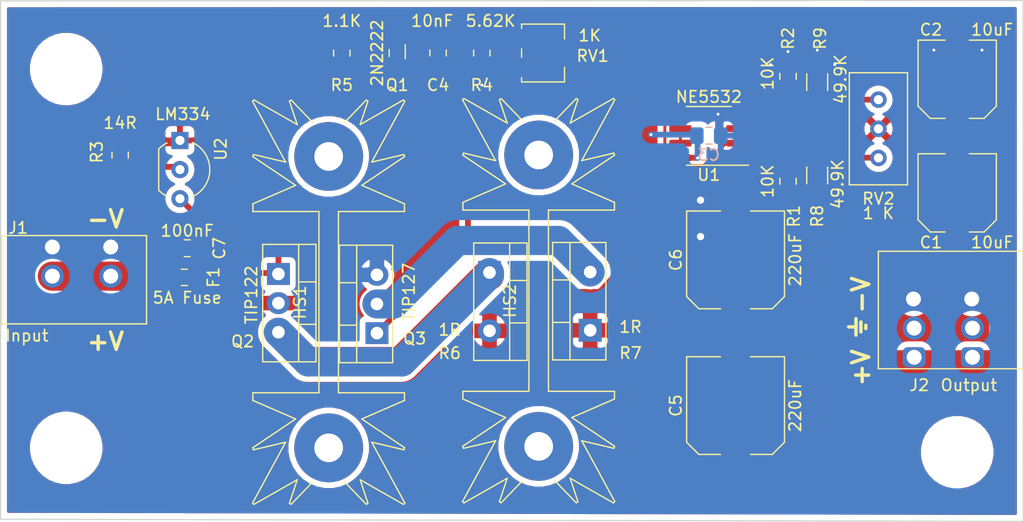
<source format=kicad_pcb>
(kicad_pcb (version 20171130) (host pcbnew 5.1.7-1.fc32)

  (general
    (thickness 1.6)
    (drawings 13)
    (tracks 110)
    (zones 0)
    (modules 31)
    (nets 15)
  )

  (page A4)
  (layers
    (0 F.Cu signal)
    (31 B.Cu signal)
    (33 F.Adhes user)
    (36 B.SilkS user)
    (37 F.SilkS user)
    (38 B.Mask user)
    (39 F.Mask user)
    (40 Dwgs.User user)
    (41 Cmts.User user)
    (42 Eco1.User user)
    (43 Eco2.User user)
    (44 Edge.Cuts user)
    (45 Margin user)
    (46 B.CrtYd user)
    (47 F.CrtYd user)
    (49 F.Fab user)
  )

  (setup
    (last_trace_width 0.508)
    (user_trace_width 0.2032)
    (user_trace_width 0.508)
    (user_trace_width 1.27)
    (user_trace_width 2.54)
    (user_trace_width 3.048)
    (trace_clearance 0.254)
    (zone_clearance 0.508)
    (zone_45_only no)
    (trace_min 0.1524)
    (via_size 0.508)
    (via_drill 0.254)
    (via_min_size 0.508)
    (via_min_drill 0.254)
    (uvia_size 0.3)
    (uvia_drill 0.1)
    (uvias_allowed no)
    (uvia_min_size 0.2)
    (uvia_min_drill 0.1)
    (edge_width 0.1)
    (segment_width 0.2)
    (pcb_text_width 0.3)
    (pcb_text_size 1.5 1.5)
    (mod_edge_width 0.15)
    (mod_text_size 1 1)
    (mod_text_width 0.15)
    (pad_size 2 2)
    (pad_drill 1.1)
    (pad_to_mask_clearance 0.0508)
    (aux_axis_origin 0 0)
    (visible_elements FFFFFF7F)
    (pcbplotparams
      (layerselection 0x010fc_ffffffff)
      (usegerberextensions false)
      (usegerberattributes false)
      (usegerberadvancedattributes false)
      (creategerberjobfile false)
      (excludeedgelayer true)
      (linewidth 0.100000)
      (plotframeref false)
      (viasonmask false)
      (mode 1)
      (useauxorigin false)
      (hpglpennumber 1)
      (hpglpenspeed 20)
      (hpglpendiameter 15.000000)
      (psnegative false)
      (psa4output false)
      (plotreference true)
      (plotvalue true)
      (plotinvisibletext false)
      (padsonsilk false)
      (subtractmaskfromsilk false)
      (outputformat 1)
      (mirror false)
      (drillshape 1)
      (scaleselection 1)
      (outputdirectory ""))
  )

  (net 0 "")
  (net 1 "Net-(C1-Pad2)")
  (net 2 +9V)
  (net 3 -9V)
  (net 4 "Net-(C4-Pad1)")
  (net 5 "Net-(C4-Pad2)")
  (net 6 GND)
  (net 7 "Net-(Q1-Pad2)")
  (net 8 "Net-(Q2-Pad3)")
  (net 9 "Net-(Q3-Pad2)")
  (net 10 "Net-(R3-Pad2)")
  (net 11 "Net-(U1-Pad6)")
  (net 12 "Net-(R8-Pad2)")
  (net 13 "Net-(R9-Pad1)")
  (net 14 "Net-(C7-Pad2)")

  (net_class Default "This is the default net class."
    (clearance 0.254)
    (trace_width 0.254)
    (via_dia 0.508)
    (via_drill 0.254)
    (uvia_dia 0.3)
    (uvia_drill 0.1)
    (add_net +9V)
    (add_net -9V)
    (add_net GND)
    (add_net "Net-(C1-Pad2)")
    (add_net "Net-(C4-Pad1)")
    (add_net "Net-(C4-Pad2)")
    (add_net "Net-(C7-Pad2)")
    (add_net "Net-(Q1-Pad2)")
    (add_net "Net-(Q2-Pad3)")
    (add_net "Net-(Q3-Pad2)")
    (add_net "Net-(R3-Pad2)")
    (add_net "Net-(R8-Pad2)")
    (add_net "Net-(R9-Pad1)")
    (add_net "Net-(U1-Pad6)")
  )

  (net_class Power ""
    (clearance 0.381)
    (trace_width 0.381)
    (via_dia 0.762)
    (via_drill 0.381)
    (uvia_dia 0.3)
    (uvia_drill 0.1)
  )

  (module Package_TO_SOT_THT:TO-92_Inline_Wide (layer F.Cu) (tedit 5A02FF81) (tstamp 5F98F6BD)
    (at 74.041 62.23 270)
    (descr "TO-92 leads in-line, wide, drill 0.75mm (see NXP sot054_po.pdf)")
    (tags "to-92 sc-43 sc-43a sot54 PA33 transistor")
    (path /5D47F162)
    (fp_text reference U2 (at 0.762 -3.556 90) (layer F.SilkS)
      (effects (font (size 1 1) (thickness 0.15)))
    )
    (fp_text value LM334 (at -2.286 -0.254 180) (layer F.SilkS)
      (effects (font (size 1 1) (thickness 0.15)))
    )
    (fp_arc (start 2.54 0) (end 4.34 1.85) (angle -20) (layer F.SilkS) (width 0.12))
    (fp_arc (start 2.54 0) (end 2.54 -2.48) (angle -135) (layer F.Fab) (width 0.1))
    (fp_arc (start 2.54 0) (end 2.54 -2.48) (angle 135) (layer F.Fab) (width 0.1))
    (fp_arc (start 2.54 0) (end 2.54 -2.6) (angle 65) (layer F.SilkS) (width 0.12))
    (fp_arc (start 2.54 0) (end 2.54 -2.6) (angle -65) (layer F.SilkS) (width 0.12))
    (fp_arc (start 2.54 0) (end 0.74 1.85) (angle 20) (layer F.SilkS) (width 0.12))
    (fp_text user %R (at 1.27 0 90) (layer F.Fab)
      (effects (font (size 1 1) (thickness 0.15)))
    )
    (fp_line (start 0.74 1.85) (end 4.34 1.85) (layer F.SilkS) (width 0.12))
    (fp_line (start 0.8 1.75) (end 4.3 1.75) (layer F.Fab) (width 0.1))
    (fp_line (start -1.01 -2.73) (end 6.09 -2.73) (layer F.CrtYd) (width 0.05))
    (fp_line (start -1.01 -2.73) (end -1.01 2.01) (layer F.CrtYd) (width 0.05))
    (fp_line (start 6.09 2.01) (end 6.09 -2.73) (layer F.CrtYd) (width 0.05))
    (fp_line (start 6.09 2.01) (end -1.01 2.01) (layer F.CrtYd) (width 0.05))
    (pad 1 thru_hole rect (at 0 0 270) (size 1.5 1.5) (drill 0.8) (layers *.Cu *.Mask)
      (net 2 +9V))
    (pad 3 thru_hole circle (at 5.08 0 270) (size 1.5 1.5) (drill 0.8) (layers *.Cu *.Mask)
      (net 4 "Net-(C4-Pad1)"))
    (pad 2 thru_hole circle (at 2.54 0 270) (size 1.5 1.5) (drill 0.8) (layers *.Cu *.Mask)
      (net 10 "Net-(R3-Pad2)"))
    (model ${KISYS3DMOD}/Package_TO_SOT_THT.3dshapes/TO-92_Inline_Wide.wrl
      (at (xyz 0 0 0))
      (scale (xyz 1 1 1))
      (rotate (xyz 0 0 0))
    )
  )

  (module Resistor_SMD:R_0805_2012Metric_Pad1.15x1.40mm_HandSolder (layer F.Cu) (tedit 5B36C52B) (tstamp 5D853B2A)
    (at 68.834 63.509 270)
    (descr "Resistor SMD 0805 (2012 Metric), square (rectangular) end terminal, IPC_7351 nominal with elongated pad for handsoldering. (Body size source: https://docs.google.com/spreadsheets/d/1BsfQQcO9C6DZCsRaXUlFlo91Tg2WpOkGARC1WS5S8t0/edit?usp=sharing), generated with kicad-footprint-generator")
    (tags "resistor handsolder")
    (path /5D4BD3F7)
    (attr smd)
    (fp_text reference R3 (at -0.263 2.032 270) (layer F.SilkS)
      (effects (font (size 1 1) (thickness 0.15)))
    )
    (fp_text value 14R (at -2.803 0) (layer F.SilkS)
      (effects (font (size 1 1) (thickness 0.15)))
    )
    (fp_line (start 1.85 0.95) (end -1.85 0.95) (layer F.CrtYd) (width 0.05))
    (fp_line (start 1.85 -0.95) (end 1.85 0.95) (layer F.CrtYd) (width 0.05))
    (fp_line (start -1.85 -0.95) (end 1.85 -0.95) (layer F.CrtYd) (width 0.05))
    (fp_line (start -1.85 0.95) (end -1.85 -0.95) (layer F.CrtYd) (width 0.05))
    (fp_line (start -0.261252 0.71) (end 0.261252 0.71) (layer F.SilkS) (width 0.12))
    (fp_line (start -0.261252 -0.71) (end 0.261252 -0.71) (layer F.SilkS) (width 0.12))
    (fp_line (start 1 0.6) (end -1 0.6) (layer F.Fab) (width 0.1))
    (fp_line (start 1 -0.6) (end 1 0.6) (layer F.Fab) (width 0.1))
    (fp_line (start -1 -0.6) (end 1 -0.6) (layer F.Fab) (width 0.1))
    (fp_line (start -1 0.6) (end -1 -0.6) (layer F.Fab) (width 0.1))
    (fp_text user %R (at 0 0 270) (layer F.Fab)
      (effects (font (size 0.5 0.5) (thickness 0.08)))
    )
    (pad 1 smd roundrect (at -1.025 0 270) (size 1.15 1.4) (layers F.Cu F.Paste F.Mask) (roundrect_rratio 0.217391)
      (net 2 +9V))
    (pad 2 smd roundrect (at 1.025 0 270) (size 1.15 1.4) (layers F.Cu F.Paste F.Mask) (roundrect_rratio 0.217391)
      (net 10 "Net-(R3-Pad2)"))
    (model ${KISYS3DMOD}/Resistor_SMD.3dshapes/R_0805_2012Metric.wrl
      (at (xyz 0 0 0))
      (scale (xyz 1 1 1))
      (rotate (xyz 0 0 0))
    )
  )

  (module eaton:EM274202H (layer F.Cu) (tedit 5F9FB14B) (tstamp 5F9FB2F6)
    (at 65.532 74.422 270)
    (path /5D81C5C1)
    (zone_connect 2)
    (fp_text reference J1 (at -4.572 5.588 180) (layer F.SilkS)
      (effects (font (size 1 1) (thickness 0.15)))
    )
    (fp_text value Input (at 4.826 4.826 180) (layer F.SilkS)
      (effects (font (size 1 1) (thickness 0.15)))
    )
    (fp_line (start -3.9 7) (end -3.9 -5.6) (layer F.CrtYd) (width 0.12))
    (fp_line (start 3.8 7) (end -3.9 7) (layer F.CrtYd) (width 0.12))
    (fp_line (start 3.8 -5.6) (end 3.8 7) (layer F.CrtYd) (width 0.12))
    (fp_line (start -3.9 -5.6) (end 3.8 -5.6) (layer F.CrtYd) (width 0.12))
    (fp_line (start 3.8 -5.6) (end 3.8 7) (layer F.SilkS) (width 0.12))
    (fp_line (start -3.88 -5.6) (end 3.8 -5.6) (layer F.SilkS) (width 0.12))
    (fp_line (start -3.9 7) (end -3.9 -5.6) (layer F.SilkS) (width 0.12))
    (fp_line (start -3.88 7) (end 3.8 7) (layer F.SilkS) (width 0.12))
    (pad 2 thru_hole circle (at -0.36 -2.48 270) (size 2 2) (drill 1.3) (layers *.Cu *.Mask)
      (net 14 "Net-(C7-Pad2)") (zone_connect 2))
    (pad 2 thru_hole circle (at -0.36 2.6 270) (size 2 2) (drill 1.3) (layers *.Cu *.Mask)
      (net 14 "Net-(C7-Pad2)") (zone_connect 2))
    (pad 1 thru_hole roundrect (at -2.9 -2.48 270) (size 1.75 2) (drill 1.3) (layers *.Cu *.Mask) (roundrect_rratio 0.25)
      (net 3 -9V) (zone_connect 2))
    (pad 1 thru_hole roundrect (at -2.9 2.6 270) (size 1.75 2) (drill 1.3) (layers *.Cu *.Mask) (roundrect_rratio 0.25)
      (net 3 -9V) (zone_connect 2))
  )

  (module eaton:EM274203H (layer F.Cu) (tedit 5F9FB167) (tstamp 5F9FB305)
    (at 140.462 78.232 90)
    (path /5D750925)
    (zone_connect 2)
    (fp_text reference J2 (at -5.334 -2.032 180) (layer F.SilkS)
      (effects (font (size 1 1) (thickness 0.15)))
    )
    (fp_text value Output (at -5.334 2.286 180) (layer F.SilkS)
      (effects (font (size 1 1) (thickness 0.15)))
    )
    (fp_line (start -3.9 7) (end -3.9 -5.6) (layer F.CrtYd) (width 0.12))
    (fp_line (start 6.4 7) (end -3.9 7) (layer F.CrtYd) (width 0.12))
    (fp_line (start 6.4 -5.6) (end 6.4 7) (layer F.CrtYd) (width 0.12))
    (fp_line (start -3.9 -5.6) (end 6.4 -5.6) (layer F.CrtYd) (width 0.12))
    (fp_line (start -3.88 7) (end 6.34 7) (layer F.SilkS) (width 0.12))
    (fp_line (start -3.9 7) (end -3.9 -5.6) (layer F.SilkS) (width 0.12))
    (fp_line (start -3.88 -5.6) (end 6.34 -5.6) (layer F.SilkS) (width 0.12))
    (fp_line (start 6.34 -5.6) (end 6.34 7) (layer F.SilkS) (width 0.12))
    (pad 3 thru_hole circle (at 2.18 -2.54 90) (size 2 2) (drill 1.3) (layers *.Cu *.Mask)
      (net 3 -9V) (zone_connect 2))
    (pad 3 thru_hole circle (at 2.18 2.54 90) (size 2 2) (drill 1.3) (layers *.Cu *.Mask)
      (net 3 -9V) (zone_connect 2))
    (pad 2 thru_hole circle (at -0.36 -2.48 90) (size 2 2) (drill 1.3) (layers *.Cu *.Mask)
      (net 6 GND) (zone_connect 2))
    (pad 2 thru_hole circle (at -0.36 2.6 90) (size 2 2) (drill 1.3) (layers *.Cu *.Mask)
      (net 6 GND) (zone_connect 2))
    (pad 1 thru_hole roundrect (at -2.9 -2.48 90) (size 1.75 2) (drill 1.3) (layers *.Cu *.Mask) (roundrect_rratio 0.25)
      (net 2 +9V) (zone_connect 2))
    (pad 1 thru_hole roundrect (at -2.9 2.6 90) (size 1.75 2) (drill 1.3) (layers *.Cu *.Mask) (roundrect_rratio 0.25)
      (net 2 +9V) (zone_connect 2))
  )

  (module Potentiometer_THT:Potentiometer_Bourns_3296W_Vertical (layer F.Cu) (tedit 5A3D4994) (tstamp 5F9E7407)
    (at 134.874 63.754 270)
    (descr "Potentiometer, vertical, Bourns 3296W, https://www.bourns.com/pdfs/3296.pdf")
    (tags "Potentiometer vertical Bourns 3296W")
    (path /5FB52BBF)
    (fp_text reference RV2 (at 3.556 0 180) (layer F.SilkS)
      (effects (font (size 1 1) (thickness 0.15)))
    )
    (fp_text value "1 K" (at 4.826 0 180) (layer F.SilkS)
      (effects (font (size 1 1) (thickness 0.15)))
    )
    (fp_circle (center 0.955 1.15) (end 2.05 1.15) (layer F.Fab) (width 0.1))
    (fp_line (start -7.305 -2.41) (end -7.305 2.42) (layer F.Fab) (width 0.1))
    (fp_line (start -7.305 2.42) (end 2.225 2.42) (layer F.Fab) (width 0.1))
    (fp_line (start 2.225 2.42) (end 2.225 -2.41) (layer F.Fab) (width 0.1))
    (fp_line (start 2.225 -2.41) (end -7.305 -2.41) (layer F.Fab) (width 0.1))
    (fp_line (start 0.955 2.235) (end 0.956 0.066) (layer F.Fab) (width 0.1))
    (fp_line (start 0.955 2.235) (end 0.956 0.066) (layer F.Fab) (width 0.1))
    (fp_line (start -7.425 -2.53) (end 2.345 -2.53) (layer F.SilkS) (width 0.12))
    (fp_line (start -7.425 2.54) (end 2.345 2.54) (layer F.SilkS) (width 0.12))
    (fp_line (start -7.425 -2.53) (end -7.425 2.54) (layer F.SilkS) (width 0.12))
    (fp_line (start 2.345 -2.53) (end 2.345 2.54) (layer F.SilkS) (width 0.12))
    (fp_line (start -7.6 -2.7) (end -7.6 2.7) (layer F.CrtYd) (width 0.05))
    (fp_line (start -7.6 2.7) (end 2.5 2.7) (layer F.CrtYd) (width 0.05))
    (fp_line (start 2.5 2.7) (end 2.5 -2.7) (layer F.CrtYd) (width 0.05))
    (fp_line (start 2.5 -2.7) (end -7.6 -2.7) (layer F.CrtYd) (width 0.05))
    (fp_text user %R (at -3.175 0.005 90) (layer F.Fab)
      (effects (font (size 1 1) (thickness 0.15)))
    )
    (pad 3 thru_hole circle (at -5.08 0 270) (size 1.44 1.44) (drill 0.8) (layers *.Cu *.Mask)
      (net 13 "Net-(R9-Pad1)"))
    (pad 2 thru_hole circle (at -2.54 0 270) (size 1.44 1.44) (drill 0.8) (layers *.Cu *.Mask)
      (net 1 "Net-(C1-Pad2)"))
    (pad 1 thru_hole circle (at 0 0 270) (size 1.44 1.44) (drill 0.8) (layers *.Cu *.Mask)
      (net 12 "Net-(R8-Pad2)"))
    (model ${KISYS3DMOD}/Potentiometer_THT.3dshapes/Potentiometer_Bourns_3296W_Vertical.wrl
      (at (xyz 0 0 0))
      (scale (xyz 1 1 1))
      (rotate (xyz 0 0 0))
    )
  )

  (module Resistor_SMD:R_1206_3216Metric_Pad1.30x1.75mm_HandSolder (layer F.Cu) (tedit 5F68FEEE) (tstamp 5F9E73A2)
    (at 129.54 57.15 90)
    (descr "Resistor SMD 1206 (3216 Metric), square (rectangular) end terminal, IPC_7351 nominal with elongated pad for handsoldering. (Body size source: IPC-SM-782 page 72, https://www.pcb-3d.com/wordpress/wp-content/uploads/ipc-sm-782a_amendment_1_and_2.pdf), generated with kicad-footprint-generator")
    (tags "resistor handsolder")
    (path /5FB516F0)
    (attr smd)
    (fp_text reference R9 (at 3.81 0.254 270) (layer F.SilkS)
      (effects (font (size 1 1) (thickness 0.15)))
    )
    (fp_text value 49.9K (at 0.254 2.032 270) (layer F.SilkS)
      (effects (font (size 1 1) (thickness 0.15)))
    )
    (fp_line (start -1.6 0.8) (end -1.6 -0.8) (layer F.Fab) (width 0.1))
    (fp_line (start -1.6 -0.8) (end 1.6 -0.8) (layer F.Fab) (width 0.1))
    (fp_line (start 1.6 -0.8) (end 1.6 0.8) (layer F.Fab) (width 0.1))
    (fp_line (start 1.6 0.8) (end -1.6 0.8) (layer F.Fab) (width 0.1))
    (fp_line (start -0.727064 -0.91) (end 0.727064 -0.91) (layer F.SilkS) (width 0.12))
    (fp_line (start -0.727064 0.91) (end 0.727064 0.91) (layer F.SilkS) (width 0.12))
    (fp_line (start -2.45 1.12) (end -2.45 -1.12) (layer F.CrtYd) (width 0.05))
    (fp_line (start -2.45 -1.12) (end 2.45 -1.12) (layer F.CrtYd) (width 0.05))
    (fp_line (start 2.45 -1.12) (end 2.45 1.12) (layer F.CrtYd) (width 0.05))
    (fp_line (start 2.45 1.12) (end -2.45 1.12) (layer F.CrtYd) (width 0.05))
    (fp_text user %R (at 0 0 90) (layer F.Fab)
      (effects (font (size 0.8 0.8) (thickness 0.12)))
    )
    (pad 2 smd roundrect (at 1.55 0 90) (size 1.3 1.75) (layers F.Cu F.Paste F.Mask) (roundrect_rratio 0.192308)
      (net 3 -9V))
    (pad 1 smd roundrect (at -1.55 0 90) (size 1.3 1.75) (layers F.Cu F.Paste F.Mask) (roundrect_rratio 0.192308)
      (net 13 "Net-(R9-Pad1)"))
    (model ${KISYS3DMOD}/Resistor_SMD.3dshapes/R_1206_3216Metric.wrl
      (at (xyz 0 0 0))
      (scale (xyz 1 1 1))
      (rotate (xyz 0 0 0))
    )
  )

  (module Resistor_SMD:R_1206_3216Metric_Pad1.30x1.75mm_HandSolder (layer F.Cu) (tedit 5F68FEEE) (tstamp 5F9E7391)
    (at 129.54 65.278 90)
    (descr "Resistor SMD 1206 (3216 Metric), square (rectangular) end terminal, IPC_7351 nominal with elongated pad for handsoldering. (Body size source: IPC-SM-782 page 72, https://www.pcb-3d.com/wordpress/wp-content/uploads/ipc-sm-782a_amendment_1_and_2.pdf), generated with kicad-footprint-generator")
    (tags "resistor handsolder")
    (path /5FB50602)
    (attr smd)
    (fp_text reference R8 (at -3.556 0 270) (layer F.SilkS)
      (effects (font (size 1 1) (thickness 0.15)))
    )
    (fp_text value 49.9K (at -0.762 1.778 270) (layer F.SilkS)
      (effects (font (size 1 1) (thickness 0.15)))
    )
    (fp_line (start -1.6 0.8) (end -1.6 -0.8) (layer F.Fab) (width 0.1))
    (fp_line (start -1.6 -0.8) (end 1.6 -0.8) (layer F.Fab) (width 0.1))
    (fp_line (start 1.6 -0.8) (end 1.6 0.8) (layer F.Fab) (width 0.1))
    (fp_line (start 1.6 0.8) (end -1.6 0.8) (layer F.Fab) (width 0.1))
    (fp_line (start -0.727064 -0.91) (end 0.727064 -0.91) (layer F.SilkS) (width 0.12))
    (fp_line (start -0.727064 0.91) (end 0.727064 0.91) (layer F.SilkS) (width 0.12))
    (fp_line (start -2.45 1.12) (end -2.45 -1.12) (layer F.CrtYd) (width 0.05))
    (fp_line (start -2.45 -1.12) (end 2.45 -1.12) (layer F.CrtYd) (width 0.05))
    (fp_line (start 2.45 -1.12) (end 2.45 1.12) (layer F.CrtYd) (width 0.05))
    (fp_line (start 2.45 1.12) (end -2.45 1.12) (layer F.CrtYd) (width 0.05))
    (fp_text user %R (at 0 0 90) (layer F.Fab)
      (effects (font (size 0.8 0.8) (thickness 0.12)))
    )
    (pad 2 smd roundrect (at 1.55 0 90) (size 1.3 1.75) (layers F.Cu F.Paste F.Mask) (roundrect_rratio 0.192308)
      (net 12 "Net-(R8-Pad2)"))
    (pad 1 smd roundrect (at -1.55 0 90) (size 1.3 1.75) (layers F.Cu F.Paste F.Mask) (roundrect_rratio 0.192308)
      (net 2 +9V))
    (model ${KISYS3DMOD}/Resistor_SMD.3dshapes/R_1206_3216Metric.wrl
      (at (xyz 0 0 0))
      (scale (xyz 1 1 1))
      (rotate (xyz 0 0 0))
    )
  )

  (module Capacitor_SMD:C_0805_2012Metric_Pad1.18x1.45mm_HandSolder (layer F.Cu) (tedit 5F68FEEF) (tstamp 5F9E7138)
    (at 74.676 71.628)
    (descr "Capacitor SMD 0805 (2012 Metric), square (rectangular) end terminal, IPC_7351 nominal with elongated pad for handsoldering. (Body size source: IPC-SM-782 page 76, https://www.pcb-3d.com/wordpress/wp-content/uploads/ipc-sm-782a_amendment_1_and_2.pdf, https://docs.google.com/spreadsheets/d/1BsfQQcO9C6DZCsRaXUlFlo91Tg2WpOkGARC1WS5S8t0/edit?usp=sharing), generated with kicad-footprint-generator")
    (tags "capacitor handsolder")
    (path /5FC66DD1)
    (attr smd)
    (fp_text reference C7 (at 2.794 0 90) (layer F.SilkS)
      (effects (font (size 1 1) (thickness 0.15)))
    )
    (fp_text value 100nF (at 0 -1.524) (layer F.SilkS)
      (effects (font (size 1 1) (thickness 0.15)))
    )
    (fp_line (start -1 0.625) (end -1 -0.625) (layer F.Fab) (width 0.1))
    (fp_line (start -1 -0.625) (end 1 -0.625) (layer F.Fab) (width 0.1))
    (fp_line (start 1 -0.625) (end 1 0.625) (layer F.Fab) (width 0.1))
    (fp_line (start 1 0.625) (end -1 0.625) (layer F.Fab) (width 0.1))
    (fp_line (start -0.261252 -0.735) (end 0.261252 -0.735) (layer F.SilkS) (width 0.12))
    (fp_line (start -0.261252 0.735) (end 0.261252 0.735) (layer F.SilkS) (width 0.12))
    (fp_line (start -1.88 0.98) (end -1.88 -0.98) (layer F.CrtYd) (width 0.05))
    (fp_line (start -1.88 -0.98) (end 1.88 -0.98) (layer F.CrtYd) (width 0.05))
    (fp_line (start 1.88 -0.98) (end 1.88 0.98) (layer F.CrtYd) (width 0.05))
    (fp_line (start 1.88 0.98) (end -1.88 0.98) (layer F.CrtYd) (width 0.05))
    (fp_text user %R (at 0 0) (layer F.Fab)
      (effects (font (size 0.5 0.5) (thickness 0.08)))
    )
    (pad 2 smd roundrect (at 1.0375 0) (size 1.175 1.45) (layers F.Cu F.Paste F.Mask) (roundrect_rratio 0.212766)
      (net 14 "Net-(C7-Pad2)"))
    (pad 1 smd roundrect (at -1.0375 0) (size 1.175 1.45) (layers F.Cu F.Paste F.Mask) (roundrect_rratio 0.212766)
      (net 3 -9V))
    (model ${KISYS3DMOD}/Capacitor_SMD.3dshapes/C_0805_2012Metric.wrl
      (at (xyz 0 0 0))
      (scale (xyz 1 1 1))
      (rotate (xyz 0 0 0))
    )
  )

  (module Fuse:Fuse_0805_2012Metric (layer F.Cu) (tedit 5F68FEF1) (tstamp 5FA5034B)
    (at 74.422 74.168)
    (descr "Fuse SMD 0805 (2012 Metric), square (rectangular) end terminal, IPC_7351 nominal, (Body size source: https://docs.google.com/spreadsheets/d/1BsfQQcO9C6DZCsRaXUlFlo91Tg2WpOkGARC1WS5S8t0/edit?usp=sharing), generated with kicad-footprint-generator")
    (tags fuse)
    (path /5F995ED8)
    (zone_connect 2)
    (attr smd)
    (fp_text reference F1 (at 2.54 0 90) (layer F.SilkS)
      (effects (font (size 1 1) (thickness 0.15)))
    )
    (fp_text value "5A Fuse" (at 0.254 1.778) (layer F.SilkS)
      (effects (font (size 1 1) (thickness 0.15)))
    )
    (fp_line (start -1 0.6) (end -1 -0.6) (layer F.Fab) (width 0.1))
    (fp_line (start -1 -0.6) (end 1 -0.6) (layer F.Fab) (width 0.1))
    (fp_line (start 1 -0.6) (end 1 0.6) (layer F.Fab) (width 0.1))
    (fp_line (start 1 0.6) (end -1 0.6) (layer F.Fab) (width 0.1))
    (fp_line (start -0.258578 -0.71) (end 0.258578 -0.71) (layer F.SilkS) (width 0.12))
    (fp_line (start -0.258578 0.71) (end 0.258578 0.71) (layer F.SilkS) (width 0.12))
    (fp_line (start -1.68 0.95) (end -1.68 -0.95) (layer F.CrtYd) (width 0.05))
    (fp_line (start -1.68 -0.95) (end 1.68 -0.95) (layer F.CrtYd) (width 0.05))
    (fp_line (start 1.68 -0.95) (end 1.68 0.95) (layer F.CrtYd) (width 0.05))
    (fp_line (start 1.68 0.95) (end -1.68 0.95) (layer F.CrtYd) (width 0.05))
    (fp_text user %R (at 0 0) (layer F.Fab)
      (effects (font (size 0.5 0.5) (thickness 0.08)))
    )
    (pad 2 smd roundrect (at 0.9375 0) (size 0.975 1.4) (layers F.Cu F.Paste F.Mask) (roundrect_rratio 0.25)
      (net 2 +9V) (zone_connect 2))
    (pad 1 smd roundrect (at -0.9375 0) (size 0.975 1.4) (layers F.Cu F.Paste F.Mask) (roundrect_rratio 0.25)
      (net 14 "Net-(C7-Pad2)") (zone_connect 2))
    (model ${KISYS3DMOD}/Fuse.3dshapes/Fuse_0805_2012Metric.wrl
      (at (xyz 0 0 0))
      (scale (xyz 1 1 1))
      (rotate (xyz 0 0 0))
    )
  )

  (module Package_TO_SOT_THT:TO-220-2_Vertical (layer F.Cu) (tedit 5FA7856C) (tstamp 5F9CD31A)
    (at 100.99802 73.74636 270)
    (descr "TO-220-2, Vertical, RM 5.08mm, see https://www.centralsemi.com/PDFS/CASE/TO-220-2PD.PDF")
    (tags "TO-220-2 Vertical RM 5.08mm")
    (path /5D47F938)
    (fp_text reference R6 (at 7.02564 3.46202 180) (layer F.SilkS)
      (effects (font (size 1 1) (thickness 0.15)))
    )
    (fp_text value 1R (at 4.99364 3.46202 180) (layer F.SilkS)
      (effects (font (size 1 1) (thickness 0.15)))
    )
    (fp_line (start -2.46 -3.15) (end -2.46 1.25) (layer F.Fab) (width 0.1))
    (fp_line (start -2.46 1.25) (end 7.54 1.25) (layer F.Fab) (width 0.1))
    (fp_line (start 7.54 1.25) (end 7.54 -3.15) (layer F.Fab) (width 0.1))
    (fp_line (start 7.54 -3.15) (end -2.46 -3.15) (layer F.Fab) (width 0.1))
    (fp_line (start -2.46 -1.88) (end 7.54 -1.88) (layer F.Fab) (width 0.1))
    (fp_line (start 0.69 -3.15) (end 0.69 -1.88) (layer F.Fab) (width 0.1))
    (fp_line (start 4.39 -3.15) (end 4.39 -1.88) (layer F.Fab) (width 0.1))
    (fp_line (start -2.58 -3.27) (end 7.66 -3.27) (layer F.SilkS) (width 0.12))
    (fp_line (start -2.58 1.371) (end 7.66 1.371) (layer F.SilkS) (width 0.12))
    (fp_line (start -2.58 -3.27) (end -2.58 1.371) (layer F.SilkS) (width 0.12))
    (fp_line (start 7.66 -3.27) (end 7.66 1.371) (layer F.SilkS) (width 0.12))
    (fp_line (start -2.58 -1.76) (end 7.66 -1.76) (layer F.SilkS) (width 0.12))
    (fp_line (start 0.69 -3.27) (end 0.69 -1.76) (layer F.SilkS) (width 0.12))
    (fp_line (start 4.391 -3.27) (end 4.391 -1.76) (layer F.SilkS) (width 0.12))
    (fp_line (start -2.71 -3.4) (end -2.71 1.51) (layer F.CrtYd) (width 0.05))
    (fp_line (start -2.71 1.51) (end 7.79 1.51) (layer F.CrtYd) (width 0.05))
    (fp_line (start 7.79 1.51) (end 7.79 -3.4) (layer F.CrtYd) (width 0.05))
    (fp_line (start 7.79 -3.4) (end -2.71 -3.4) (layer F.CrtYd) (width 0.05))
    (fp_text user %R (at 0 0 90) (layer F.Fab)
      (effects (font (size 0.5 0.5) (thickness 0.08)))
    )
    (pad 1 thru_hole rect (at 0 0 270) (size 2 2) (drill 1.1) (layers *.Cu *.Mask)
      (net 8 "Net-(Q2-Pad3)"))
    (pad 2 thru_hole oval (at 5.08 0 270) (size 2 2) (drill 1.1) (layers *.Cu *.Mask)
      (net 6 GND) (thermal_width 1.27))
    (model ${KISYS3DMOD}/Package_TO_SOT_THT.3dshapes/TO-220-2_Vertical.wrl
      (at (xyz 0 0 0))
      (scale (xyz 1 1 1))
      (rotate (xyz 0 0 0))
    )
  )

  (module Package_TO_SOT_THT:TO-220-2_Vertical (layer F.Cu) (tedit 5FA78573) (tstamp 5D853B6E)
    (at 109.76864 78.78318 90)
    (descr "TO-220-2, Vertical, RM 5.08mm, see https://www.centralsemi.com/PDFS/CASE/TO-220-2PD.PDF")
    (tags "TO-220-2 Vertical RM 5.08mm")
    (path /5D47F9AC)
    (fp_text reference R7 (at -1.98882 3.51536) (layer F.SilkS)
      (effects (font (size 1 1) (thickness 0.15)))
    )
    (fp_text value 1R (at 0.29718 3.51536) (layer F.SilkS)
      (effects (font (size 1 1) (thickness 0.15)))
    )
    (fp_line (start -2.46 -3.15) (end -2.46 1.25) (layer F.Fab) (width 0.1))
    (fp_line (start -2.46 1.25) (end 7.54 1.25) (layer F.Fab) (width 0.1))
    (fp_line (start 7.54 1.25) (end 7.54 -3.15) (layer F.Fab) (width 0.1))
    (fp_line (start 7.54 -3.15) (end -2.46 -3.15) (layer F.Fab) (width 0.1))
    (fp_line (start -2.46 -1.88) (end 7.54 -1.88) (layer F.Fab) (width 0.1))
    (fp_line (start 0.69 -3.15) (end 0.69 -1.88) (layer F.Fab) (width 0.1))
    (fp_line (start 4.39 -3.15) (end 4.39 -1.88) (layer F.Fab) (width 0.1))
    (fp_line (start -2.58 -3.27) (end 7.66 -3.27) (layer F.SilkS) (width 0.12))
    (fp_line (start -2.58 1.371) (end 7.66 1.371) (layer F.SilkS) (width 0.12))
    (fp_line (start -2.58 -3.27) (end -2.58 1.371) (layer F.SilkS) (width 0.12))
    (fp_line (start 7.66 -3.27) (end 7.66 1.371) (layer F.SilkS) (width 0.12))
    (fp_line (start -2.58 -1.76) (end 7.66 -1.76) (layer F.SilkS) (width 0.12))
    (fp_line (start 0.69 -3.27) (end 0.69 -1.76) (layer F.SilkS) (width 0.12))
    (fp_line (start 4.391 -3.27) (end 4.391 -1.76) (layer F.SilkS) (width 0.12))
    (fp_line (start -2.71 -3.4) (end -2.71 1.51) (layer F.CrtYd) (width 0.05))
    (fp_line (start -2.71 1.51) (end 7.79 1.51) (layer F.CrtYd) (width 0.05))
    (fp_line (start 7.79 1.51) (end 7.79 -3.4) (layer F.CrtYd) (width 0.05))
    (fp_line (start 7.79 -3.4) (end -2.71 -3.4) (layer F.CrtYd) (width 0.05))
    (fp_text user %R (at 0 0 270) (layer F.Fab)
      (effects (font (size 0.5 0.5) (thickness 0.08)))
    )
    (pad 1 thru_hole rect (at 0 0 90) (size 2 2) (drill 1.1) (layers *.Cu *.Mask)
      (net 6 GND) (thermal_width 1.27))
    (pad 2 thru_hole oval (at 5.08 0 90) (size 2 2) (drill 1.1) (layers *.Cu *.Mask)
      (net 9 "Net-(Q3-Pad2)"))
    (model ${KISYS3DMOD}/Package_TO_SOT_THT.3dshapes/TO-220-2_Vertical.wrl
      (at (xyz 0 0 0))
      (scale (xyz 1 1 1))
      (rotate (xyz 0 0 0))
    )
  )

  (module Capacitor_SMD:C_Elec_6.3x5.8 (layer F.Cu) (tedit 5BC8D926) (tstamp 5F996FE0)
    (at 141.732 56.896 90)
    (descr "SMD capacitor, aluminum electrolytic nonpolar, 6.3x5.8mm")
    (tags "capacitor electrolyic nonpolar")
    (path /5D47EBE2)
    (attr smd)
    (fp_text reference C2 (at 4.318 -2.286 180) (layer F.SilkS)
      (effects (font (size 1 1) (thickness 0.15)))
    )
    (fp_text value 10uF (at 4.318 3.048 180) (layer F.SilkS)
      (effects (font (size 1 1) (thickness 0.15)))
    )
    (fp_line (start -4.45 1.05) (end -3.55 1.05) (layer F.CrtYd) (width 0.05))
    (fp_line (start -4.45 -1.05) (end -4.45 1.05) (layer F.CrtYd) (width 0.05))
    (fp_line (start -3.55 -1.05) (end -4.45 -1.05) (layer F.CrtYd) (width 0.05))
    (fp_line (start -3.55 1.05) (end -3.55 2.4) (layer F.CrtYd) (width 0.05))
    (fp_line (start -3.55 -2.4) (end -3.55 -1.05) (layer F.CrtYd) (width 0.05))
    (fp_line (start -3.55 -2.4) (end -2.4 -3.55) (layer F.CrtYd) (width 0.05))
    (fp_line (start -3.55 2.4) (end -2.4 3.55) (layer F.CrtYd) (width 0.05))
    (fp_line (start -2.4 -3.55) (end 3.55 -3.55) (layer F.CrtYd) (width 0.05))
    (fp_line (start -2.4 3.55) (end 3.55 3.55) (layer F.CrtYd) (width 0.05))
    (fp_line (start 3.55 1.05) (end 3.55 3.55) (layer F.CrtYd) (width 0.05))
    (fp_line (start 4.45 1.05) (end 3.55 1.05) (layer F.CrtYd) (width 0.05))
    (fp_line (start 4.45 -1.05) (end 4.45 1.05) (layer F.CrtYd) (width 0.05))
    (fp_line (start 3.55 -1.05) (end 4.45 -1.05) (layer F.CrtYd) (width 0.05))
    (fp_line (start 3.55 -3.55) (end 3.55 -1.05) (layer F.CrtYd) (width 0.05))
    (fp_line (start -3.41 2.345563) (end -2.345563 3.41) (layer F.SilkS) (width 0.12))
    (fp_line (start -3.41 -2.345563) (end -2.345563 -3.41) (layer F.SilkS) (width 0.12))
    (fp_line (start -3.41 -2.345563) (end -3.41 -1.06) (layer F.SilkS) (width 0.12))
    (fp_line (start -3.41 2.345563) (end -3.41 1.06) (layer F.SilkS) (width 0.12))
    (fp_line (start -2.345563 3.41) (end 3.41 3.41) (layer F.SilkS) (width 0.12))
    (fp_line (start -2.345563 -3.41) (end 3.41 -3.41) (layer F.SilkS) (width 0.12))
    (fp_line (start 3.41 -3.41) (end 3.41 -1.06) (layer F.SilkS) (width 0.12))
    (fp_line (start 3.41 3.41) (end 3.41 1.06) (layer F.SilkS) (width 0.12))
    (fp_line (start -3.3 2.3) (end -2.3 3.3) (layer F.Fab) (width 0.1))
    (fp_line (start -3.3 -2.3) (end -2.3 -3.3) (layer F.Fab) (width 0.1))
    (fp_line (start -3.3 -2.3) (end -3.3 2.3) (layer F.Fab) (width 0.1))
    (fp_line (start -2.3 3.3) (end 3.3 3.3) (layer F.Fab) (width 0.1))
    (fp_line (start -2.3 -3.3) (end 3.3 -3.3) (layer F.Fab) (width 0.1))
    (fp_line (start 3.3 -3.3) (end 3.3 3.3) (layer F.Fab) (width 0.1))
    (fp_circle (center 0 0) (end 3.15 0) (layer F.Fab) (width 0.1))
    (fp_text user %R (at 0 0 90) (layer F.Fab)
      (effects (font (size 1 1) (thickness 0.15)))
    )
    (pad 1 smd roundrect (at -2.5375 0 90) (size 3.325 1.6) (layers F.Cu F.Paste F.Mask) (roundrect_rratio 0.15625)
      (net 1 "Net-(C1-Pad2)"))
    (pad 2 smd roundrect (at 2.5375 0 90) (size 3.325 1.6) (layers F.Cu F.Paste F.Mask) (roundrect_rratio 0.15625)
      (net 3 -9V))
    (model ${KISYS3DMOD}/Capacitor_SMD.3dshapes/C_Elec_6.3x5.8.wrl
      (at (xyz 0 0 0))
      (scale (xyz 1 1 1))
      (rotate (xyz 0 0 0))
    )
  )

  (module Capacitor_SMD:C_Elec_8x10.2 (layer F.Cu) (tedit 5BC8D926) (tstamp 5D853A1A)
    (at 122.428 85.344 90)
    (descr "SMD capacitor, aluminum electrolytic nonpolar, 8.0x10.2mm")
    (tags "capacitor electrolyic nonpolar")
    (path /5D47FA1A)
    (attr smd)
    (fp_text reference C5 (at 0 -5.2 270) (layer F.SilkS)
      (effects (font (size 1 1) (thickness 0.15)))
    )
    (fp_text value 220uF (at 0 5.2 270) (layer F.SilkS)
      (effects (font (size 1 1) (thickness 0.15)))
    )
    (fp_line (start -6.1 1.3) (end -4.4 1.3) (layer F.CrtYd) (width 0.05))
    (fp_line (start -6.1 -1.3) (end -6.1 1.3) (layer F.CrtYd) (width 0.05))
    (fp_line (start -4.4 -1.3) (end -6.1 -1.3) (layer F.CrtYd) (width 0.05))
    (fp_line (start -4.4 1.3) (end -4.4 3.25) (layer F.CrtYd) (width 0.05))
    (fp_line (start -4.4 -3.25) (end -4.4 -1.3) (layer F.CrtYd) (width 0.05))
    (fp_line (start -4.4 -3.25) (end -3.25 -4.4) (layer F.CrtYd) (width 0.05))
    (fp_line (start -4.4 3.25) (end -3.25 4.4) (layer F.CrtYd) (width 0.05))
    (fp_line (start -3.25 -4.4) (end 4.4 -4.4) (layer F.CrtYd) (width 0.05))
    (fp_line (start -3.25 4.4) (end 4.4 4.4) (layer F.CrtYd) (width 0.05))
    (fp_line (start 4.4 1.3) (end 4.4 4.4) (layer F.CrtYd) (width 0.05))
    (fp_line (start 6.1 1.3) (end 4.4 1.3) (layer F.CrtYd) (width 0.05))
    (fp_line (start 6.1 -1.3) (end 6.1 1.3) (layer F.CrtYd) (width 0.05))
    (fp_line (start 4.4 -1.3) (end 6.1 -1.3) (layer F.CrtYd) (width 0.05))
    (fp_line (start 4.4 -4.4) (end 4.4 -1.3) (layer F.CrtYd) (width 0.05))
    (fp_line (start -4.26 3.195563) (end -3.195563 4.26) (layer F.SilkS) (width 0.12))
    (fp_line (start -4.26 -3.195563) (end -3.195563 -4.26) (layer F.SilkS) (width 0.12))
    (fp_line (start -4.26 -3.195563) (end -4.26 -1.31) (layer F.SilkS) (width 0.12))
    (fp_line (start -4.26 3.195563) (end -4.26 1.31) (layer F.SilkS) (width 0.12))
    (fp_line (start -3.195563 4.26) (end 4.26 4.26) (layer F.SilkS) (width 0.12))
    (fp_line (start -3.195563 -4.26) (end 4.26 -4.26) (layer F.SilkS) (width 0.12))
    (fp_line (start 4.26 -4.26) (end 4.26 -1.31) (layer F.SilkS) (width 0.12))
    (fp_line (start 4.26 4.26) (end 4.26 1.31) (layer F.SilkS) (width 0.12))
    (fp_line (start -4.15 3.15) (end -3.15 4.15) (layer F.Fab) (width 0.1))
    (fp_line (start -4.15 -3.15) (end -3.15 -4.15) (layer F.Fab) (width 0.1))
    (fp_line (start -4.15 -3.15) (end -4.15 3.15) (layer F.Fab) (width 0.1))
    (fp_line (start -3.15 4.15) (end 4.15 4.15) (layer F.Fab) (width 0.1))
    (fp_line (start -3.15 -4.15) (end 4.15 -4.15) (layer F.Fab) (width 0.1))
    (fp_line (start 4.15 -4.15) (end 4.15 4.15) (layer F.Fab) (width 0.1))
    (fp_circle (center 0 0) (end 4 0) (layer F.Fab) (width 0.1))
    (fp_text user %R (at 0 0 270) (layer F.Fab)
      (effects (font (size 1 1) (thickness 0.15)))
    )
    (pad 1 smd roundrect (at -3.6 0 90) (size 4.5 2.1) (layers F.Cu F.Paste F.Mask) (roundrect_rratio 0.119048)
      (net 2 +9V))
    (pad 2 smd roundrect (at 3.6 0 90) (size 4.5 2.1) (layers F.Cu F.Paste F.Mask) (roundrect_rratio 0.119048)
      (net 6 GND))
    (model ${KISYS3DMOD}/Capacitor_SMD.3dshapes/C_Elec_8x10.2.wrl
      (at (xyz 0 0 0))
      (scale (xyz 1 1 1))
      (rotate (xyz 0 0 0))
    )
  )

  (module Resistor_SMD:R_0805_2012Metric_Pad1.15x1.40mm_HandSolder (layer F.Cu) (tedit 5B36C52B) (tstamp 5D853B3B)
    (at 100.33 54.61 270)
    (descr "Resistor SMD 0805 (2012 Metric), square (rectangular) end terminal, IPC_7351 nominal with elongated pad for handsoldering. (Body size source: https://docs.google.com/spreadsheets/d/1BsfQQcO9C6DZCsRaXUlFlo91Tg2WpOkGARC1WS5S8t0/edit?usp=sharing), generated with kicad-footprint-generator")
    (tags "resistor handsolder")
    (path /5D4BD3EF)
    (attr smd)
    (fp_text reference R4 (at 2.794 0) (layer F.SilkS)
      (effects (font (size 1 1) (thickness 0.15)))
    )
    (fp_text value 5.62K (at -2.794 -0.762) (layer F.SilkS)
      (effects (font (size 1 1) (thickness 0.15)))
    )
    (fp_line (start -1 0.6) (end -1 -0.6) (layer F.Fab) (width 0.1))
    (fp_line (start -1 -0.6) (end 1 -0.6) (layer F.Fab) (width 0.1))
    (fp_line (start 1 -0.6) (end 1 0.6) (layer F.Fab) (width 0.1))
    (fp_line (start 1 0.6) (end -1 0.6) (layer F.Fab) (width 0.1))
    (fp_line (start -0.261252 -0.71) (end 0.261252 -0.71) (layer F.SilkS) (width 0.12))
    (fp_line (start -0.261252 0.71) (end 0.261252 0.71) (layer F.SilkS) (width 0.12))
    (fp_line (start -1.85 0.95) (end -1.85 -0.95) (layer F.CrtYd) (width 0.05))
    (fp_line (start -1.85 -0.95) (end 1.85 -0.95) (layer F.CrtYd) (width 0.05))
    (fp_line (start 1.85 -0.95) (end 1.85 0.95) (layer F.CrtYd) (width 0.05))
    (fp_line (start 1.85 0.95) (end -1.85 0.95) (layer F.CrtYd) (width 0.05))
    (fp_text user %R (at 0 0 270) (layer F.Fab)
      (effects (font (size 0.5 0.5) (thickness 0.08)))
    )
    (pad 2 smd roundrect (at 1.025 0 270) (size 1.15 1.4) (layers F.Cu F.Paste F.Mask) (roundrect_rratio 0.217391)
      (net 3 -9V))
    (pad 1 smd roundrect (at -1.025 0 270) (size 1.15 1.4) (layers F.Cu F.Paste F.Mask) (roundrect_rratio 0.217391)
      (net 5 "Net-(C4-Pad2)"))
    (model ${KISYS3DMOD}/Resistor_SMD.3dshapes/R_0805_2012Metric.wrl
      (at (xyz 0 0 0))
      (scale (xyz 1 1 1))
      (rotate (xyz 0 0 0))
    )
  )

  (module Capacitor_SMD:C_Elec_6.3x5.8 (layer F.Cu) (tedit 5BC8D926) (tstamp 5D8539B0)
    (at 141.732 66.802 90)
    (descr "SMD capacitor, aluminum electrolytic nonpolar, 6.3x5.8mm")
    (tags "capacitor electrolyic nonpolar")
    (path /5D47EAE2)
    (attr smd)
    (fp_text reference C1 (at -4.318 -2.286 180) (layer F.SilkS)
      (effects (font (size 1 1) (thickness 0.15)))
    )
    (fp_text value 10uF (at -4.318 3.048 180) (layer F.SilkS)
      (effects (font (size 1 1) (thickness 0.15)))
    )
    (fp_circle (center 0 0) (end 3.15 0) (layer F.Fab) (width 0.1))
    (fp_line (start 3.3 -3.3) (end 3.3 3.3) (layer F.Fab) (width 0.1))
    (fp_line (start -2.3 -3.3) (end 3.3 -3.3) (layer F.Fab) (width 0.1))
    (fp_line (start -2.3 3.3) (end 3.3 3.3) (layer F.Fab) (width 0.1))
    (fp_line (start -3.3 -2.3) (end -3.3 2.3) (layer F.Fab) (width 0.1))
    (fp_line (start -3.3 -2.3) (end -2.3 -3.3) (layer F.Fab) (width 0.1))
    (fp_line (start -3.3 2.3) (end -2.3 3.3) (layer F.Fab) (width 0.1))
    (fp_line (start 3.41 3.41) (end 3.41 1.06) (layer F.SilkS) (width 0.12))
    (fp_line (start 3.41 -3.41) (end 3.41 -1.06) (layer F.SilkS) (width 0.12))
    (fp_line (start -2.345563 -3.41) (end 3.41 -3.41) (layer F.SilkS) (width 0.12))
    (fp_line (start -2.345563 3.41) (end 3.41 3.41) (layer F.SilkS) (width 0.12))
    (fp_line (start -3.41 2.345563) (end -3.41 1.06) (layer F.SilkS) (width 0.12))
    (fp_line (start -3.41 -2.345563) (end -3.41 -1.06) (layer F.SilkS) (width 0.12))
    (fp_line (start -3.41 -2.345563) (end -2.345563 -3.41) (layer F.SilkS) (width 0.12))
    (fp_line (start -3.41 2.345563) (end -2.345563 3.41) (layer F.SilkS) (width 0.12))
    (fp_line (start 3.55 -3.55) (end 3.55 -1.05) (layer F.CrtYd) (width 0.05))
    (fp_line (start 3.55 -1.05) (end 4.45 -1.05) (layer F.CrtYd) (width 0.05))
    (fp_line (start 4.45 -1.05) (end 4.45 1.05) (layer F.CrtYd) (width 0.05))
    (fp_line (start 4.45 1.05) (end 3.55 1.05) (layer F.CrtYd) (width 0.05))
    (fp_line (start 3.55 1.05) (end 3.55 3.55) (layer F.CrtYd) (width 0.05))
    (fp_line (start -2.4 3.55) (end 3.55 3.55) (layer F.CrtYd) (width 0.05))
    (fp_line (start -2.4 -3.55) (end 3.55 -3.55) (layer F.CrtYd) (width 0.05))
    (fp_line (start -3.55 2.4) (end -2.4 3.55) (layer F.CrtYd) (width 0.05))
    (fp_line (start -3.55 -2.4) (end -2.4 -3.55) (layer F.CrtYd) (width 0.05))
    (fp_line (start -3.55 -2.4) (end -3.55 -1.05) (layer F.CrtYd) (width 0.05))
    (fp_line (start -3.55 1.05) (end -3.55 2.4) (layer F.CrtYd) (width 0.05))
    (fp_line (start -3.55 -1.05) (end -4.45 -1.05) (layer F.CrtYd) (width 0.05))
    (fp_line (start -4.45 -1.05) (end -4.45 1.05) (layer F.CrtYd) (width 0.05))
    (fp_line (start -4.45 1.05) (end -3.55 1.05) (layer F.CrtYd) (width 0.05))
    (fp_text user %R (at 0 0 90) (layer F.Fab)
      (effects (font (size 1 1) (thickness 0.15)))
    )
    (pad 2 smd roundrect (at 2.5375 0 90) (size 3.325 1.6) (layers F.Cu F.Paste F.Mask) (roundrect_rratio 0.15625)
      (net 1 "Net-(C1-Pad2)"))
    (pad 1 smd roundrect (at -2.5375 0 90) (size 3.325 1.6) (layers F.Cu F.Paste F.Mask) (roundrect_rratio 0.15625)
      (net 2 +9V))
    (model ${KISYS3DMOD}/Capacitor_SMD.3dshapes/C_Elec_6.3x5.8.wrl
      (at (xyz 0 0 0))
      (scale (xyz 1 1 1))
      (rotate (xyz 0 0 0))
    )
  )

  (module Capacitor_SMD:C_0805_2012Metric_Pad1.15x1.40mm_HandSolder (layer F.Cu) (tedit 5D83D831) (tstamp 5D8539F6)
    (at 96.52 54.601 90)
    (descr "Capacitor SMD 0805 (2012 Metric), square (rectangular) end terminal, IPC_7351 nominal with elongated pad for handsoldering. (Body size source: https://docs.google.com/spreadsheets/d/1BsfQQcO9C6DZCsRaXUlFlo91Tg2WpOkGARC1WS5S8t0/edit?usp=sharing), generated with kicad-footprint-generator")
    (tags "capacitor handsolder")
    (path /5D4BD3F0)
    (attr smd)
    (fp_text reference C4 (at -2.803 0 180) (layer F.SilkS)
      (effects (font (size 1 1) (thickness 0.15)))
    )
    (fp_text value 10nF (at 2.785 -0.508 180) (layer F.SilkS)
      (effects (font (size 1 1) (thickness 0.15)))
    )
    (fp_line (start 1.85 0.95) (end -1.85 0.95) (layer F.CrtYd) (width 0.05))
    (fp_line (start 1.85 -0.95) (end 1.85 0.95) (layer F.CrtYd) (width 0.05))
    (fp_line (start -1.85 -0.95) (end 1.85 -0.95) (layer F.CrtYd) (width 0.05))
    (fp_line (start -1.85 0.95) (end -1.85 -0.95) (layer F.CrtYd) (width 0.05))
    (fp_line (start -0.261252 0.71) (end 0.261252 0.71) (layer F.SilkS) (width 0.12))
    (fp_line (start -0.261252 -0.71) (end 0.261252 -0.71) (layer F.SilkS) (width 0.12))
    (fp_line (start 1 0.6) (end -1 0.6) (layer F.Fab) (width 0.1))
    (fp_line (start 1 -0.6) (end 1 0.6) (layer F.Fab) (width 0.1))
    (fp_line (start -1 -0.6) (end 1 -0.6) (layer F.Fab) (width 0.1))
    (fp_line (start -1 0.6) (end -1 -0.6) (layer F.Fab) (width 0.1))
    (fp_text user %R (at 0 0 90) (layer F.Fab)
      (effects (font (size 0.5 0.5) (thickness 0.08)))
    )
    (pad 1 smd roundrect (at -1.025 0 90) (size 1.15 1.4) (layers F.Cu F.Paste F.Mask) (roundrect_rratio 0.217391)
      (net 4 "Net-(C4-Pad1)"))
    (pad 2 smd roundrect (at 1.025 0 90) (size 1.15 1.4) (layers F.Cu F.Paste F.Mask) (roundrect_rratio 0.217391)
      (net 5 "Net-(C4-Pad2)"))
    (model ${KISYS3DMOD}/Capacitor_SMD.3dshapes/C_0805_2012Metric.wrl
      (at (xyz 0 0 0))
      (scale (xyz 1 1 1))
      (rotate (xyz 0 0 0))
    )
  )

  (module Capacitor_SMD:C_Elec_8x10.2 (layer F.Cu) (tedit 5BC8D926) (tstamp 5D853A3E)
    (at 122.428 72.644 90)
    (descr "SMD capacitor, aluminum electrolytic nonpolar, 8.0x10.2mm")
    (tags "capacitor electrolyic nonpolar")
    (path /5D4BD3F6)
    (attr smd)
    (fp_text reference C6 (at 0 -5.2 90) (layer F.SilkS)
      (effects (font (size 1 1) (thickness 0.15)))
    )
    (fp_text value 220uF (at 0 5.2 90) (layer F.SilkS)
      (effects (font (size 1 1) (thickness 0.15)))
    )
    (fp_circle (center 0 0) (end 4 0) (layer F.Fab) (width 0.1))
    (fp_line (start 4.15 -4.15) (end 4.15 4.15) (layer F.Fab) (width 0.1))
    (fp_line (start -3.15 -4.15) (end 4.15 -4.15) (layer F.Fab) (width 0.1))
    (fp_line (start -3.15 4.15) (end 4.15 4.15) (layer F.Fab) (width 0.1))
    (fp_line (start -4.15 -3.15) (end -4.15 3.15) (layer F.Fab) (width 0.1))
    (fp_line (start -4.15 -3.15) (end -3.15 -4.15) (layer F.Fab) (width 0.1))
    (fp_line (start -4.15 3.15) (end -3.15 4.15) (layer F.Fab) (width 0.1))
    (fp_line (start 4.26 4.26) (end 4.26 1.31) (layer F.SilkS) (width 0.12))
    (fp_line (start 4.26 -4.26) (end 4.26 -1.31) (layer F.SilkS) (width 0.12))
    (fp_line (start -3.195563 -4.26) (end 4.26 -4.26) (layer F.SilkS) (width 0.12))
    (fp_line (start -3.195563 4.26) (end 4.26 4.26) (layer F.SilkS) (width 0.12))
    (fp_line (start -4.26 3.195563) (end -4.26 1.31) (layer F.SilkS) (width 0.12))
    (fp_line (start -4.26 -3.195563) (end -4.26 -1.31) (layer F.SilkS) (width 0.12))
    (fp_line (start -4.26 -3.195563) (end -3.195563 -4.26) (layer F.SilkS) (width 0.12))
    (fp_line (start -4.26 3.195563) (end -3.195563 4.26) (layer F.SilkS) (width 0.12))
    (fp_line (start 4.4 -4.4) (end 4.4 -1.3) (layer F.CrtYd) (width 0.05))
    (fp_line (start 4.4 -1.3) (end 6.1 -1.3) (layer F.CrtYd) (width 0.05))
    (fp_line (start 6.1 -1.3) (end 6.1 1.3) (layer F.CrtYd) (width 0.05))
    (fp_line (start 6.1 1.3) (end 4.4 1.3) (layer F.CrtYd) (width 0.05))
    (fp_line (start 4.4 1.3) (end 4.4 4.4) (layer F.CrtYd) (width 0.05))
    (fp_line (start -3.25 4.4) (end 4.4 4.4) (layer F.CrtYd) (width 0.05))
    (fp_line (start -3.25 -4.4) (end 4.4 -4.4) (layer F.CrtYd) (width 0.05))
    (fp_line (start -4.4 3.25) (end -3.25 4.4) (layer F.CrtYd) (width 0.05))
    (fp_line (start -4.4 -3.25) (end -3.25 -4.4) (layer F.CrtYd) (width 0.05))
    (fp_line (start -4.4 -3.25) (end -4.4 -1.3) (layer F.CrtYd) (width 0.05))
    (fp_line (start -4.4 1.3) (end -4.4 3.25) (layer F.CrtYd) (width 0.05))
    (fp_line (start -4.4 -1.3) (end -6.1 -1.3) (layer F.CrtYd) (width 0.05))
    (fp_line (start -6.1 -1.3) (end -6.1 1.3) (layer F.CrtYd) (width 0.05))
    (fp_line (start -6.1 1.3) (end -4.4 1.3) (layer F.CrtYd) (width 0.05))
    (fp_text user %R (at 0 0 90) (layer F.Fab)
      (effects (font (size 1 1) (thickness 0.15)))
    )
    (pad 2 smd roundrect (at 3.6 0 90) (size 4.5 2.1) (layers F.Cu F.Paste F.Mask) (roundrect_rratio 0.119048)
      (net 3 -9V))
    (pad 1 smd roundrect (at -3.6 0 90) (size 4.5 2.1) (layers F.Cu F.Paste F.Mask) (roundrect_rratio 0.119048)
      (net 6 GND))
    (model ${KISYS3DMOD}/Capacitor_SMD.3dshapes/C_Elec_8x10.2.wrl
      (at (xyz 0 0 0))
      (scale (xyz 1 1 1))
      (rotate (xyz 0 0 0))
    )
  )

  (module Package_TO_SOT_THT:TO-220-3_Vertical (layer F.Cu) (tedit 5FA78549) (tstamp 5D853ADD)
    (at 82.61858 73.87082 270)
    (descr "TO-220-3, Vertical, RM 2.54mm, see https://www.vishay.com/docs/66542/to-220-1.pdf")
    (tags "TO-220-3 Vertical RM 2.54mm")
    (path /5D4BD3F1)
    (fp_text reference Q2 (at 5.88518 3.11658 180) (layer F.SilkS)
      (effects (font (size 1 1) (thickness 0.15)))
    )
    (fp_text value TIP122 (at 1.82118 2.35458 270) (layer F.SilkS)
      (effects (font (size 1 1) (thickness 0.15)))
    )
    (fp_line (start 7.79 -3.4) (end -2.71 -3.4) (layer F.CrtYd) (width 0.05))
    (fp_line (start 7.79 1.51) (end 7.79 -3.4) (layer F.CrtYd) (width 0.05))
    (fp_line (start -2.71 1.51) (end 7.79 1.51) (layer F.CrtYd) (width 0.05))
    (fp_line (start -2.71 -3.4) (end -2.71 1.51) (layer F.CrtYd) (width 0.05))
    (fp_line (start 4.391 -3.27) (end 4.391 -1.76) (layer F.SilkS) (width 0.12))
    (fp_line (start 0.69 -3.27) (end 0.69 -1.76) (layer F.SilkS) (width 0.12))
    (fp_line (start -2.58 -1.76) (end 7.66 -1.76) (layer F.SilkS) (width 0.12))
    (fp_line (start 7.66 -3.27) (end 7.66 1.371) (layer F.SilkS) (width 0.12))
    (fp_line (start -2.58 -3.27) (end -2.58 1.371) (layer F.SilkS) (width 0.12))
    (fp_line (start -2.58 1.371) (end 7.66 1.371) (layer F.SilkS) (width 0.12))
    (fp_line (start -2.58 -3.27) (end 7.66 -3.27) (layer F.SilkS) (width 0.12))
    (fp_line (start 4.39 -3.15) (end 4.39 -1.88) (layer F.Fab) (width 0.1))
    (fp_line (start 0.69 -3.15) (end 0.69 -1.88) (layer F.Fab) (width 0.1))
    (fp_line (start -2.46 -1.88) (end 7.54 -1.88) (layer F.Fab) (width 0.1))
    (fp_line (start 7.54 -3.15) (end -2.46 -3.15) (layer F.Fab) (width 0.1))
    (fp_line (start 7.54 1.25) (end 7.54 -3.15) (layer F.Fab) (width 0.1))
    (fp_line (start -2.46 1.25) (end 7.54 1.25) (layer F.Fab) (width 0.1))
    (fp_line (start -2.46 -3.15) (end -2.46 1.25) (layer F.Fab) (width 0.1))
    (fp_text user %R (at 2.58318 -1.96342 90) (layer F.Fab)
      (effects (font (size 1 1) (thickness 0.15)))
    )
    (pad 1 thru_hole rect (at 0 0 270) (size 1.905 2) (drill 1.1) (layers *.Cu *.Mask)
      (net 4 "Net-(C4-Pad1)"))
    (pad 2 thru_hole oval (at 2.54 0 270) (size 1.905 2) (drill 1.1) (layers *.Cu *.Mask)
      (net 2 +9V) (thermal_width 1.27))
    (pad 3 thru_hole oval (at 5.08 0 270) (size 1.905 2) (drill 1.1) (layers *.Cu *.Mask)
      (net 8 "Net-(Q2-Pad3)"))
    (model ${KISYS3DMOD}/Package_TO_SOT_THT.3dshapes/TO-220-3_Vertical.wrl
      (at (xyz 0 0 0))
      (scale (xyz 1 1 1))
      (rotate (xyz 0 0 0))
    )
  )

  (module Package_TO_SOT_THT:TO-220-3_Vertical (layer F.Cu) (tedit 5FA78558) (tstamp 5D853AF7)
    (at 91.19616 79.02448 90)
    (descr "TO-220-3, Vertical, RM 2.54mm, see https://www.vishay.com/docs/66542/to-220-1.pdf")
    (tags "TO-220-3 Vertical RM 2.54mm")
    (path /5D47F898)
    (fp_text reference Q3 (at -0.47752 3.29184) (layer F.SilkS)
      (effects (font (size 1 1) (thickness 0.15)))
    )
    (fp_text value TIP127 (at 3.58648 2.78384 270) (layer F.SilkS)
      (effects (font (size 1 1) (thickness 0.15)))
    )
    (fp_line (start -2.46 -3.15) (end -2.46 1.25) (layer F.Fab) (width 0.1))
    (fp_line (start -2.46 1.25) (end 7.54 1.25) (layer F.Fab) (width 0.1))
    (fp_line (start 7.54 1.25) (end 7.54 -3.15) (layer F.Fab) (width 0.1))
    (fp_line (start 7.54 -3.15) (end -2.46 -3.15) (layer F.Fab) (width 0.1))
    (fp_line (start -2.46 -1.88) (end 7.54 -1.88) (layer F.Fab) (width 0.1))
    (fp_line (start 0.69 -3.15) (end 0.69 -1.88) (layer F.Fab) (width 0.1))
    (fp_line (start 4.39 -3.15) (end 4.39 -1.88) (layer F.Fab) (width 0.1))
    (fp_line (start -2.58 -3.27) (end 7.66 -3.27) (layer F.SilkS) (width 0.12))
    (fp_line (start -2.58 1.371) (end 7.66 1.371) (layer F.SilkS) (width 0.12))
    (fp_line (start -2.58 -3.27) (end -2.58 1.371) (layer F.SilkS) (width 0.12))
    (fp_line (start 7.66 -3.27) (end 7.66 1.371) (layer F.SilkS) (width 0.12))
    (fp_line (start -2.58 -1.76) (end 7.66 -1.76) (layer F.SilkS) (width 0.12))
    (fp_line (start 0.69 -3.27) (end 0.69 -1.76) (layer F.SilkS) (width 0.12))
    (fp_line (start 4.391 -3.27) (end 4.391 -1.76) (layer F.SilkS) (width 0.12))
    (fp_line (start -2.71 -3.4) (end -2.71 1.51) (layer F.CrtYd) (width 0.05))
    (fp_line (start -2.71 1.51) (end 7.79 1.51) (layer F.CrtYd) (width 0.05))
    (fp_line (start 7.79 1.51) (end 7.79 -3.4) (layer F.CrtYd) (width 0.05))
    (fp_line (start 7.79 -3.4) (end -2.71 -3.4) (layer F.CrtYd) (width 0.05))
    (fp_text user %R (at 2.57048 -2.55016 90) (layer F.Fab)
      (effects (font (size 1 1) (thickness 0.15)))
    )
    (pad 3 thru_hole oval (at 5.08 0 90) (size 1.905 2) (drill 1.1) (layers *.Cu *.Mask)
      (net 3 -9V) (thermal_width 1.27))
    (pad 2 thru_hole oval (at 2.54 0 90) (size 1.905 2) (drill 1.1) (layers *.Cu *.Mask)
      (net 9 "Net-(Q3-Pad2)"))
    (pad 1 thru_hole rect (at 0 0 90) (size 1.905 2) (drill 1.1) (layers *.Cu *.Mask)
      (net 5 "Net-(C4-Pad2)"))
    (model ${KISYS3DMOD}/Package_TO_SOT_THT.3dshapes/TO-220-3_Vertical.wrl
      (at (xyz 0 0 0))
      (scale (xyz 1 1 1))
      (rotate (xyz 0 0 0))
    )
  )

  (module Resistor_SMD:R_0805_2012Metric_Pad1.15x1.40mm_HandSolder (layer F.Cu) (tedit 5B36C52B) (tstamp 5D8561E1)
    (at 127 65.786 90)
    (descr "Resistor SMD 0805 (2012 Metric), square (rectangular) end terminal, IPC_7351 nominal with elongated pad for handsoldering. (Body size source: https://docs.google.com/spreadsheets/d/1BsfQQcO9C6DZCsRaXUlFlo91Tg2WpOkGARC1WS5S8t0/edit?usp=sharing), generated with kicad-footprint-generator")
    (tags "resistor handsolder")
    (path /5D4BD3E6)
    (attr smd)
    (fp_text reference R1 (at -3.048 0.508 270) (layer F.SilkS)
      (effects (font (size 1 1) (thickness 0.15)))
    )
    (fp_text value 10K (at 0 -1.778 90) (layer F.SilkS)
      (effects (font (size 1 1) (thickness 0.15)))
    )
    (fp_line (start -1 0.6) (end -1 -0.6) (layer F.Fab) (width 0.1))
    (fp_line (start -1 -0.6) (end 1 -0.6) (layer F.Fab) (width 0.1))
    (fp_line (start 1 -0.6) (end 1 0.6) (layer F.Fab) (width 0.1))
    (fp_line (start 1 0.6) (end -1 0.6) (layer F.Fab) (width 0.1))
    (fp_line (start -0.261252 -0.71) (end 0.261252 -0.71) (layer F.SilkS) (width 0.12))
    (fp_line (start -0.261252 0.71) (end 0.261252 0.71) (layer F.SilkS) (width 0.12))
    (fp_line (start -1.85 0.95) (end -1.85 -0.95) (layer F.CrtYd) (width 0.05))
    (fp_line (start -1.85 -0.95) (end 1.85 -0.95) (layer F.CrtYd) (width 0.05))
    (fp_line (start 1.85 -0.95) (end 1.85 0.95) (layer F.CrtYd) (width 0.05))
    (fp_line (start 1.85 0.95) (end -1.85 0.95) (layer F.CrtYd) (width 0.05))
    (fp_text user %R (at 0 0 90) (layer F.Fab)
      (effects (font (size 0.5 0.5) (thickness 0.08)))
    )
    (pad 2 smd roundrect (at 1.025 0 90) (size 1.15 1.4) (layers F.Cu F.Paste F.Mask) (roundrect_rratio 0.217391)
      (net 1 "Net-(C1-Pad2)"))
    (pad 1 smd roundrect (at -1.025 0 90) (size 1.15 1.4) (layers F.Cu F.Paste F.Mask) (roundrect_rratio 0.217391)
      (net 2 +9V))
    (model ${KISYS3DMOD}/Resistor_SMD.3dshapes/R_0805_2012Metric.wrl
      (at (xyz 0 0 0))
      (scale (xyz 1 1 1))
      (rotate (xyz 0 0 0))
    )
  )

  (module Resistor_SMD:R_0805_2012Metric_Pad1.15x1.40mm_HandSolder (layer F.Cu) (tedit 5B36C52B) (tstamp 5D853B19)
    (at 127 56.642 90)
    (descr "Resistor SMD 0805 (2012 Metric), square (rectangular) end terminal, IPC_7351 nominal with elongated pad for handsoldering. (Body size source: https://docs.google.com/spreadsheets/d/1BsfQQcO9C6DZCsRaXUlFlo91Tg2WpOkGARC1WS5S8t0/edit?usp=sharing), generated with kicad-footprint-generator")
    (tags "resistor handsolder")
    (path /5D47EA98)
    (attr smd)
    (fp_text reference R2 (at 3.302 0 90) (layer F.SilkS)
      (effects (font (size 1 1) (thickness 0.15)))
    )
    (fp_text value 10K (at 0.254 -1.778 270) (layer F.SilkS)
      (effects (font (size 1 1) (thickness 0.15)))
    )
    (fp_line (start 1.85 0.95) (end -1.85 0.95) (layer F.CrtYd) (width 0.05))
    (fp_line (start 1.85 -0.95) (end 1.85 0.95) (layer F.CrtYd) (width 0.05))
    (fp_line (start -1.85 -0.95) (end 1.85 -0.95) (layer F.CrtYd) (width 0.05))
    (fp_line (start -1.85 0.95) (end -1.85 -0.95) (layer F.CrtYd) (width 0.05))
    (fp_line (start -0.261252 0.71) (end 0.261252 0.71) (layer F.SilkS) (width 0.12))
    (fp_line (start -0.261252 -0.71) (end 0.261252 -0.71) (layer F.SilkS) (width 0.12))
    (fp_line (start 1 0.6) (end -1 0.6) (layer F.Fab) (width 0.1))
    (fp_line (start 1 -0.6) (end 1 0.6) (layer F.Fab) (width 0.1))
    (fp_line (start -1 -0.6) (end 1 -0.6) (layer F.Fab) (width 0.1))
    (fp_line (start -1 0.6) (end -1 -0.6) (layer F.Fab) (width 0.1))
    (fp_text user %R (at 0 0 90) (layer F.Fab)
      (effects (font (size 0.5 0.5) (thickness 0.08)))
    )
    (pad 1 smd roundrect (at -1.025 0 90) (size 1.15 1.4) (layers F.Cu F.Paste F.Mask) (roundrect_rratio 0.217391)
      (net 1 "Net-(C1-Pad2)"))
    (pad 2 smd roundrect (at 1.025 0 90) (size 1.15 1.4) (layers F.Cu F.Paste F.Mask) (roundrect_rratio 0.217391)
      (net 3 -9V))
    (model ${KISYS3DMOD}/Resistor_SMD.3dshapes/R_0805_2012Metric.wrl
      (at (xyz 0 0 0))
      (scale (xyz 1 1 1))
      (rotate (xyz 0 0 0))
    )
  )

  (module Resistor_SMD:R_0805_2012Metric_Pad1.15x1.40mm_HandSolder (layer F.Cu) (tedit 5B36C52B) (tstamp 5D853B4C)
    (at 88.138 54.619 90)
    (descr "Resistor SMD 0805 (2012 Metric), square (rectangular) end terminal, IPC_7351 nominal with elongated pad for handsoldering. (Body size source: https://docs.google.com/spreadsheets/d/1BsfQQcO9C6DZCsRaXUlFlo91Tg2WpOkGARC1WS5S8t0/edit?usp=sharing), generated with kicad-footprint-generator")
    (tags "resistor handsolder")
    (path /5D47F39B)
    (attr smd)
    (fp_text reference R5 (at -2.785 0 180) (layer F.SilkS)
      (effects (font (size 1 1) (thickness 0.15)))
    )
    (fp_text value 1.1K (at 2.803 0 180) (layer F.SilkS)
      (effects (font (size 1 1) (thickness 0.15)))
    )
    (fp_line (start 1.85 0.95) (end -1.85 0.95) (layer F.CrtYd) (width 0.05))
    (fp_line (start 1.85 -0.95) (end 1.85 0.95) (layer F.CrtYd) (width 0.05))
    (fp_line (start -1.85 -0.95) (end 1.85 -0.95) (layer F.CrtYd) (width 0.05))
    (fp_line (start -1.85 0.95) (end -1.85 -0.95) (layer F.CrtYd) (width 0.05))
    (fp_line (start -0.261252 0.71) (end 0.261252 0.71) (layer F.SilkS) (width 0.12))
    (fp_line (start -0.261252 -0.71) (end 0.261252 -0.71) (layer F.SilkS) (width 0.12))
    (fp_line (start 1 0.6) (end -1 0.6) (layer F.Fab) (width 0.1))
    (fp_line (start 1 -0.6) (end 1 0.6) (layer F.Fab) (width 0.1))
    (fp_line (start -1 -0.6) (end 1 -0.6) (layer F.Fab) (width 0.1))
    (fp_line (start -1 0.6) (end -1 -0.6) (layer F.Fab) (width 0.1))
    (fp_text user %R (at 0 0 90) (layer F.Fab)
      (effects (font (size 0.5 0.5) (thickness 0.08)))
    )
    (pad 1 smd roundrect (at -1.025 0 90) (size 1.15 1.4) (layers F.Cu F.Paste F.Mask) (roundrect_rratio 0.217391)
      (net 4 "Net-(C4-Pad1)"))
    (pad 2 smd roundrect (at 1.025 0 90) (size 1.15 1.4) (layers F.Cu F.Paste F.Mask) (roundrect_rratio 0.217391)
      (net 7 "Net-(Q1-Pad2)"))
    (model ${KISYS3DMOD}/Resistor_SMD.3dshapes/R_0805_2012Metric.wrl
      (at (xyz 0 0 0))
      (scale (xyz 1 1 1))
      (rotate (xyz 0 0 0))
    )
  )

  (module Capacitor_SMD:C_0805_2012Metric_Pad1.18x1.45mm_HandSolder (layer B.Cu) (tedit 5F68FEEF) (tstamp 5F98F6A2)
    (at 120.09628 61.81344)
    (descr "Capacitor SMD 0805 (2012 Metric), square (rectangular) end terminal, IPC_7351 nominal with elongated pad for handsoldering. (Body size source: IPC-SM-782 page 76, https://www.pcb-3d.com/wordpress/wp-content/uploads/ipc-sm-782a_amendment_1_and_2.pdf, https://docs.google.com/spreadsheets/d/1BsfQQcO9C6DZCsRaXUlFlo91Tg2WpOkGARC1WS5S8t0/edit?usp=sharing), generated with kicad-footprint-generator")
    (tags "capacitor handsolder")
    (path /5D4CC228)
    (attr smd)
    (fp_text reference C3 (at 0 1.68) (layer B.SilkS)
      (effects (font (size 1 1) (thickness 0.15)) (justify mirror))
    )
    (fp_text value 100nF (at 0 -1.68) (layer B.Fab)
      (effects (font (size 1 1) (thickness 0.15)) (justify mirror))
    )
    (fp_line (start -1 -0.625) (end -1 0.625) (layer B.Fab) (width 0.1))
    (fp_line (start -1 0.625) (end 1 0.625) (layer B.Fab) (width 0.1))
    (fp_line (start 1 0.625) (end 1 -0.625) (layer B.Fab) (width 0.1))
    (fp_line (start 1 -0.625) (end -1 -0.625) (layer B.Fab) (width 0.1))
    (fp_line (start -0.261252 0.735) (end 0.261252 0.735) (layer B.SilkS) (width 0.12))
    (fp_line (start -0.261252 -0.735) (end 0.261252 -0.735) (layer B.SilkS) (width 0.12))
    (fp_line (start -1.88 -0.98) (end -1.88 0.98) (layer B.CrtYd) (width 0.05))
    (fp_line (start -1.88 0.98) (end 1.88 0.98) (layer B.CrtYd) (width 0.05))
    (fp_line (start 1.88 0.98) (end 1.88 -0.98) (layer B.CrtYd) (width 0.05))
    (fp_line (start 1.88 -0.98) (end -1.88 -0.98) (layer B.CrtYd) (width 0.05))
    (fp_text user %R (at 0 0) (layer B.Fab)
      (effects (font (size 0.5 0.5) (thickness 0.08)) (justify mirror))
    )
    (pad 1 smd roundrect (at -1.0375 0) (size 1.175 1.45) (layers B.Cu B.Paste B.Mask) (roundrect_rratio 0.212766)
      (net 2 +9V))
    (pad 2 smd roundrect (at 1.0375 0) (size 1.175 1.45) (layers B.Cu B.Paste B.Mask) (roundrect_rratio 0.212766)
      (net 3 -9V))
    (model ${KISYS3DMOD}/Capacitor_SMD.3dshapes/C_0805_2012Metric.wrl
      (at (xyz 0 0 0))
      (scale (xyz 1 1 1))
      (rotate (xyz 0 0 0))
    )
  )

  (module Package_SO:SOIC-8_3.9x4.9mm_P1.27mm (layer F.Cu) (tedit 5D9F72B1) (tstamp 5F98F6BC)
    (at 120.102539 61.834179 180)
    (descr "SOIC, 8 Pin (JEDEC MS-012AA, https://www.analog.com/media/en/package-pcb-resources/package/pkg_pdf/soic_narrow-r/r_8.pdf), generated with kicad-footprint-generator ipc_gullwing_generator.py")
    (tags "SOIC SO")
    (path /5D4BD3F8)
    (attr smd)
    (fp_text reference U1 (at 0 -3.4) (layer F.SilkS)
      (effects (font (size 1 1) (thickness 0.15)))
    )
    (fp_text value NE5532 (at 0 3.4) (layer F.SilkS)
      (effects (font (size 1 1) (thickness 0.15)))
    )
    (fp_line (start 0 2.56) (end 1.95 2.56) (layer F.SilkS) (width 0.12))
    (fp_line (start 0 2.56) (end -1.95 2.56) (layer F.SilkS) (width 0.12))
    (fp_line (start 0 -2.56) (end 1.95 -2.56) (layer F.SilkS) (width 0.12))
    (fp_line (start 0 -2.56) (end -3.45 -2.56) (layer F.SilkS) (width 0.12))
    (fp_line (start -0.975 -2.45) (end 1.95 -2.45) (layer F.Fab) (width 0.1))
    (fp_line (start 1.95 -2.45) (end 1.95 2.45) (layer F.Fab) (width 0.1))
    (fp_line (start 1.95 2.45) (end -1.95 2.45) (layer F.Fab) (width 0.1))
    (fp_line (start -1.95 2.45) (end -1.95 -1.475) (layer F.Fab) (width 0.1))
    (fp_line (start -1.95 -1.475) (end -0.975 -2.45) (layer F.Fab) (width 0.1))
    (fp_line (start -3.7 -2.7) (end -3.7 2.7) (layer F.CrtYd) (width 0.05))
    (fp_line (start -3.7 2.7) (end 3.7 2.7) (layer F.CrtYd) (width 0.05))
    (fp_line (start 3.7 2.7) (end 3.7 -2.7) (layer F.CrtYd) (width 0.05))
    (fp_line (start 3.7 -2.7) (end -3.7 -2.7) (layer F.CrtYd) (width 0.05))
    (fp_text user %R (at 0 0) (layer F.Fab)
      (effects (font (size 0.98 0.98) (thickness 0.15)))
    )
    (pad 1 smd roundrect (at -2.475 -1.905 180) (size 1.95 0.6) (layers F.Cu F.Paste F.Mask) (roundrect_rratio 0.25)
      (net 5 "Net-(C4-Pad2)"))
    (pad 2 smd roundrect (at -2.475 -0.635 180) (size 1.95 0.6) (layers F.Cu F.Paste F.Mask) (roundrect_rratio 0.25)
      (net 6 GND))
    (pad 3 smd roundrect (at -2.475 0.635 180) (size 1.95 0.6) (layers F.Cu F.Paste F.Mask) (roundrect_rratio 0.25)
      (net 1 "Net-(C1-Pad2)"))
    (pad 4 smd roundrect (at -2.475 1.905 180) (size 1.95 0.6) (layers F.Cu F.Paste F.Mask) (roundrect_rratio 0.25)
      (net 3 -9V))
    (pad 5 smd roundrect (at 2.475 1.905 180) (size 1.95 0.6) (layers F.Cu F.Paste F.Mask) (roundrect_rratio 0.25)
      (net 6 GND))
    (pad 6 smd roundrect (at 2.475 0.635 180) (size 1.95 0.6) (layers F.Cu F.Paste F.Mask) (roundrect_rratio 0.25)
      (net 11 "Net-(U1-Pad6)"))
    (pad 7 smd roundrect (at 2.475 -0.635 180) (size 1.95 0.6) (layers F.Cu F.Paste F.Mask) (roundrect_rratio 0.25)
      (net 11 "Net-(U1-Pad6)"))
    (pad 8 smd roundrect (at 2.475 -1.905 180) (size 1.95 0.6) (layers F.Cu F.Paste F.Mask) (roundrect_rratio 0.25)
      (net 2 +9V))
    (model ${KISYS3DMOD}/Package_SO.3dshapes/SOIC-8_3.9x4.9mm_P1.27mm.wrl
      (at (xyz 0 0 0))
      (scale (xyz 1 1 1))
      (rotate (xyz 0 0 0))
    )
  )

  (module Potentiometer_SMD:Potentiometer_Bourns_3214W_Vertical (layer F.Cu) (tedit 5A3D7171) (tstamp 5F9F12A4)
    (at 105.664 54.61 90)
    (descr "Potentiometer, vertical, Bourns 3214W, https://www.bourns.com/docs/Product-Datasheets/3214.pdf")
    (tags "Potentiometer vertical Bourns 3214W")
    (path /5D4BD3EE)
    (attr smd)
    (fp_text reference RV1 (at -0.254 4.318 180) (layer F.SilkS)
      (effects (font (size 1 1) (thickness 0.15)))
    )
    (fp_text value 1K (at 1.524 4.064 180) (layer F.SilkS)
      (effects (font (size 1 1) (thickness 0.15)))
    )
    (fp_line (start 2.65 -2.5) (end -2.65 -2.5) (layer F.CrtYd) (width 0.05))
    (fp_line (start 2.65 2.5) (end 2.65 -2.5) (layer F.CrtYd) (width 0.05))
    (fp_line (start -2.65 2.5) (end 2.65 2.5) (layer F.CrtYd) (width 0.05))
    (fp_line (start -2.65 -2.5) (end -2.65 2.5) (layer F.CrtYd) (width 0.05))
    (fp_line (start 2.52 -1.87) (end 2.52 1.87) (layer F.SilkS) (width 0.12))
    (fp_line (start -2.52 -1.87) (end -2.52 1.87) (layer F.SilkS) (width 0.12))
    (fp_line (start 1.24 1.87) (end 2.52 1.87) (layer F.SilkS) (width 0.12))
    (fp_line (start -2.52 1.87) (end -1.24 1.87) (layer F.SilkS) (width 0.12))
    (fp_line (start -0.36 -1.87) (end 0.36 -1.87) (layer F.SilkS) (width 0.12))
    (fp_line (start -2.52 -1.87) (end -2.14 -1.87) (layer F.SilkS) (width 0.12))
    (fp_line (start 2.14 -1.87) (end 2.52 -1.87) (layer F.SilkS) (width 0.12))
    (fp_line (start -1.2 1.393) (end -1.199 -0.092) (layer F.Fab) (width 0.1))
    (fp_line (start -1.2 1.393) (end -1.199 -0.092) (layer F.Fab) (width 0.1))
    (fp_line (start 2.4 -1.75) (end -2.4 -1.75) (layer F.Fab) (width 0.1))
    (fp_line (start 2.4 1.75) (end 2.4 -1.75) (layer F.Fab) (width 0.1))
    (fp_line (start -2.4 1.75) (end 2.4 1.75) (layer F.Fab) (width 0.1))
    (fp_line (start -2.4 -1.75) (end -2.4 1.75) (layer F.Fab) (width 0.1))
    (fp_circle (center -1.2 0.65) (end -0.45 0.65) (layer F.Fab) (width 0.1))
    (fp_text user %R (at 0.6 0 90) (layer F.Fab)
      (effects (font (size 0.6 0.6) (thickness 0.15)))
    )
    (pad 1 smd rect (at 1.25 -1.45 90) (size 1.3 1.6) (layers F.Cu F.Paste F.Mask)
      (net 7 "Net-(Q1-Pad2)"))
    (pad 2 smd rect (at 0 1.45 90) (size 2 1.6) (layers F.Cu F.Paste F.Mask)
      (net 5 "Net-(C4-Pad2)"))
    (pad 3 smd rect (at -1.25 -1.45 90) (size 1.3 1.6) (layers F.Cu F.Paste F.Mask)
      (net 5 "Net-(C4-Pad2)"))
    (model ${KISYS3DMOD}/Potentiometer_SMD.3dshapes/Potentiometer_Bourns_3214W_Vertical.wrl
      (at (xyz 0 0 0))
      (scale (xyz 1 1 1))
      (rotate (xyz 0 0 0))
    )
  )

  (module Package_TO_SOT_SMD:SOT-723 (layer F.Cu) (tedit 5A29D5F9) (tstamp 5F9FB316)
    (at 92.964 54.61 270)
    (descr http://toshiba.semicon-storage.com/info/docget.jsp?did=5879&prodName=RN1104MFV)
    (tags "sot 723")
    (path /5D47F2E1)
    (attr smd)
    (fp_text reference Q1 (at 2.794 0 180) (layer F.SilkS)
      (effects (font (size 1 1) (thickness 0.15)))
    )
    (fp_text value 2N2222 (at 0 1.75 90) (layer F.SilkS)
      (effects (font (size 1 1) (thickness 0.15)))
    )
    (fp_line (start -0.9 -0.9) (end -0.9 -0.9) (layer F.CrtYd) (width 0.05))
    (fp_line (start -0.9 0.9) (end -0.9 -0.9) (layer F.CrtYd) (width 0.05))
    (fp_line (start 0.9 0.9) (end -0.9 0.9) (layer F.CrtYd) (width 0.05))
    (fp_line (start 0.9 -0.9) (end 0.9 0.9) (layer F.CrtYd) (width 0.05))
    (fp_line (start -0.9 -0.9) (end 0.9 -0.9) (layer F.CrtYd) (width 0.05))
    (fp_line (start 0.3 0.7) (end -0.3 0.7) (layer F.SilkS) (width 0.12))
    (fp_line (start -0.7 -0.7) (end -0.7 -0.7) (layer F.SilkS) (width 0.12))
    (fp_line (start 0.5 -0.7) (end -0.7 -0.7) (layer F.SilkS) (width 0.12))
    (fp_line (start -0.1 -0.6) (end 0.4 -0.6) (layer F.Fab) (width 0.1))
    (fp_line (start -0.4 -0.3) (end -0.1 -0.6) (layer F.Fab) (width 0.1))
    (fp_line (start -0.4 0.6) (end -0.4 -0.3) (layer F.Fab) (width 0.1))
    (fp_line (start 0.4 0.6) (end -0.4 0.6) (layer F.Fab) (width 0.1))
    (fp_line (start 0.4 -0.6) (end 0.4 0.6) (layer F.Fab) (width 0.1))
    (fp_text user %R (at 0 0) (layer F.Fab)
      (effects (font (size 0.2 0.2) (thickness 0.03)))
    )
    (pad 1 smd rect (at -0.575 -0.4 270) (size 0.45 0.4) (layers F.Cu F.Paste F.Mask)
      (net 5 "Net-(C4-Pad2)"))
    (pad 2 smd rect (at -0.575 0.4 270) (size 0.45 0.4) (layers F.Cu F.Paste F.Mask)
      (net 7 "Net-(Q1-Pad2)"))
    (pad 3 smd rect (at 0.575 0 270) (size 0.45 0.5) (layers F.Cu F.Paste F.Mask)
      (net 4 "Net-(C4-Pad1)"))
    (model ${KISYS3DMOD}/Package_TO_SOT_SMD.3dshapes/SOT-723.wrl
      (at (xyz 0 0 0))
      (scale (xyz 1 1 1))
      (rotate (xyz 0 0 0))
    )
  )

  (module MountingHole:MountingHole_5.3mm_M5_ISO14580 (layer F.Cu) (tedit 56D1B4CB) (tstamp 5FA7F1CA)
    (at 64.135 56.007)
    (descr "Mounting Hole 5.3mm, no annular, M5, ISO14580")
    (tags "mounting hole 5.3mm no annular m5 iso14580")
    (path /5FB70C4D)
    (attr virtual)
    (fp_text reference H1 (at 0 -5.25) (layer F.SilkS) hide
      (effects (font (size 1 1) (thickness 0.15)))
    )
    (fp_text value MountingHole (at 0 5.25) (layer F.Fab) hide
      (effects (font (size 1 1) (thickness 0.15)))
    )
    (fp_circle (center 0 0) (end 4.5 0) (layer F.CrtYd) (width 0.05))
    (fp_circle (center 0 0) (end 4.25 0) (layer Cmts.User) (width 0.15))
    (fp_text user %R (at 0.3 0) (layer F.Fab)
      (effects (font (size 1 1) (thickness 0.15)))
    )
    (pad 1 np_thru_hole circle (at 0 0) (size 5.3 5.3) (drill 5.3) (layers *.Cu *.Mask))
  )

  (module MountingHole:MountingHole_5.3mm_M5_ISO14580 (layer F.Cu) (tedit 56D1B4CB) (tstamp 5FA7F1D2)
    (at 64.135 89.027)
    (descr "Mounting Hole 5.3mm, no annular, M5, ISO14580")
    (tags "mounting hole 5.3mm no annular m5 iso14580")
    (path /5FB8B4B9)
    (attr virtual)
    (fp_text reference H2 (at 0 -5.25) (layer F.SilkS) hide
      (effects (font (size 1 1) (thickness 0.15)))
    )
    (fp_text value MountingHole (at 0 5.25) (layer F.Fab) hide
      (effects (font (size 1 1) (thickness 0.15)))
    )
    (fp_text user %R (at 0.3 0) (layer F.Fab)
      (effects (font (size 1 1) (thickness 0.15)))
    )
    (fp_circle (center 0 0) (end 4.25 0) (layer Cmts.User) (width 0.15))
    (fp_circle (center 0 0) (end 4.5 0) (layer F.CrtYd) (width 0.05))
    (pad 1 np_thru_hole circle (at 0 0) (size 5.3 5.3) (drill 5.3) (layers *.Cu *.Mask))
  )

  (module MountingHole:MountingHole_5.3mm_M5_ISO14580 (layer F.Cu) (tedit 56D1B4CB) (tstamp 5FA7F1DA)
    (at 141.732 89.408)
    (descr "Mounting Hole 5.3mm, no annular, M5, ISO14580")
    (tags "mounting hole 5.3mm no annular m5 iso14580")
    (path /5FB8E18A)
    (attr virtual)
    (fp_text reference H3 (at 0 -5.25) (layer F.SilkS) hide
      (effects (font (size 1 1) (thickness 0.15)))
    )
    (fp_text value MountingHole (at 0 5.25) (layer F.Fab) hide
      (effects (font (size 1 1) (thickness 0.15)))
    )
    (fp_circle (center 0 0) (end 4.5 0) (layer F.CrtYd) (width 0.05))
    (fp_circle (center 0 0) (end 4.25 0) (layer Cmts.User) (width 0.15))
    (fp_text user %R (at 0.3 0) (layer F.Fab)
      (effects (font (size 1 1) (thickness 0.15)))
    )
    (pad 1 np_thru_hole circle (at 0 0) (size 5.3 5.3) (drill 5.3) (layers *.Cu *.Mask))
  )

  (module eaton:courtyardfix_Heatsink_Fischer_SK104-STC-STIC_35x13mm_2xDrill2.5mm (layer F.Cu) (tedit 5FA782FD) (tstamp 5FA7F24E)
    (at 86.995 76.327 90)
    (descr "Heatsink, 35mm x 13mm, 2x Fixation 2,5mm Drill, Soldering, Fischer SK104-STC-STIC,")
    (tags "Heatsink fischer TO-220")
    (path /5FB54EB8)
    (fp_text reference HS1 (at -0.025 -2.5 90) (layer F.SilkS)
      (effects (font (size 1 1) (thickness 0.15)))
    )
    (fp_text value Heatsink (at 0.65 9.075 90) (layer F.Fab)
      (effects (font (size 1 1) (thickness 0.15)))
    )
    (fp_arc (start -12.7 0) (end -15 0.9) (angle -316.8) (layer F.Fab) (width 0.1))
    (fp_arc (start 12.7 0) (end 15 -0.9) (angle -316.8) (layer F.Fab) (width 0.1))
    (fp_text user %R (at 0 0 90) (layer F.Fab)
      (effects (font (size 1 1) (thickness 0.15)))
    )
    (fp_line (start -10.19 2.89) (end -12.69 6.61) (layer F.SilkS) (width 0.12))
    (fp_line (start -12.69 6.61) (end -12.87 6.55) (layer F.SilkS) (width 0.12))
    (fp_line (start -12.87 6.55) (end -12.21 3.75) (layer F.SilkS) (width 0.12))
    (fp_line (start -12.21 3.75) (end -17.51 6.63) (layer F.SilkS) (width 0.12))
    (fp_line (start -17.63 6.51) (end -15.48 2.74) (layer F.SilkS) (width 0.12))
    (fp_line (start -17.53 3.42) (end -17.62 3.27) (layer F.SilkS) (width 0.12))
    (fp_line (start -15.48 2.74) (end -17.53 3.42) (layer F.SilkS) (width 0.12))
    (fp_line (start -17.62 3.27) (end -15.66 1.38) (layer F.SilkS) (width 0.12))
    (fp_line (start -17.51 6.63) (end -17.63 6.51) (layer F.SilkS) (width 0.12))
    (fp_line (start -8.57 -6.6) (end -10.18 -2.89) (layer F.SilkS) (width 0.12))
    (fp_line (start -7.9 -0.85) (end -7.9 -6.6) (layer F.SilkS) (width 0.12))
    (fp_line (start -7.9 -6.6) (end -8.57 -6.6) (layer F.SilkS) (width 0.12))
    (fp_line (start -12.21 -3.75) (end -17.51 -6.63) (layer F.SilkS) (width 0.12))
    (fp_line (start -12.69 -6.61) (end -12.87 -6.55) (layer F.SilkS) (width 0.12))
    (fp_line (start -12.87 -6.55) (end -12.21 -3.75) (layer F.SilkS) (width 0.12))
    (fp_line (start -10.19 -2.89) (end -12.69 -6.61) (layer F.SilkS) (width 0.12))
    (fp_line (start -17.62 -3.27) (end -15.66 -1.38) (layer F.SilkS) (width 0.12))
    (fp_line (start -17.63 -6.51) (end -15.48 -2.74) (layer F.SilkS) (width 0.12))
    (fp_line (start -17.53 -3.42) (end -17.62 -3.27) (layer F.SilkS) (width 0.12))
    (fp_line (start -17.51 -6.63) (end -17.63 -6.51) (layer F.SilkS) (width 0.12))
    (fp_line (start -15.48 -2.74) (end -17.53 -3.42) (layer F.SilkS) (width 0.12))
    (fp_line (start 0 -0.85) (end -7.9 -0.85) (layer F.SilkS) (width 0.12))
    (fp_line (start -7.9 0.85) (end -7.9 6.6) (layer F.SilkS) (width 0.12))
    (fp_line (start -7.9 6.6) (end -8.57 6.6) (layer F.SilkS) (width 0.12))
    (fp_line (start -8.57 6.6) (end -10.18 2.89) (layer F.SilkS) (width 0.12))
    (fp_line (start 0 0.85) (end -7.9 0.85) (layer F.SilkS) (width 0.12))
    (fp_line (start -10.16 -2.667) (end -12.75 -6.5) (layer F.Fab) (width 0.1))
    (fp_line (start -12.065 -3.556) (end -12.75 -6.5) (layer F.Fab) (width 0.1))
    (fp_line (start -8.5 -6.5) (end -10.16 -2.667) (layer F.Fab) (width 0.1))
    (fp_line (start -8 -6.5) (end -8.5 -6.5) (layer F.Fab) (width 0.1))
    (fp_line (start -8.001 -0.762) (end -8 -6.5) (layer F.Fab) (width 0.1))
    (fp_line (start -1.778 0.762) (end -1.778 -0.762) (layer F.Fab) (width 0.1))
    (fp_line (start 0 -0.762) (end -8.001 -0.762) (layer F.Fab) (width 0.1))
    (fp_line (start 0 0.762) (end -8.001 0.762) (layer F.Fab) (width 0.1))
    (fp_line (start -17.5 6.5) (end -12.065 3.556) (layer F.Fab) (width 0.1))
    (fp_line (start -17.5 6.5) (end -15.24 2.54) (layer F.Fab) (width 0.1))
    (fp_line (start -8.5 6.5) (end -10.16 2.667) (layer F.Fab) (width 0.1))
    (fp_line (start -8.001 0.762) (end -8 6.5) (layer F.Fab) (width 0.1))
    (fp_line (start -8 6.5) (end -8.5 6.5) (layer F.Fab) (width 0.1))
    (fp_line (start -12.065 3.556) (end -12.75 6.5) (layer F.Fab) (width 0.1))
    (fp_line (start -10.16 2.667) (end -12.75 6.5) (layer F.Fab) (width 0.1))
    (fp_line (start -17.5 -6.5) (end -12.065 -3.556) (layer F.Fab) (width 0.1))
    (fp_line (start -15.24 -2.54) (end -17.5 -3.3) (layer F.Fab) (width 0.1))
    (fp_line (start -17.5 -6.5) (end -15.24 -2.54) (layer F.Fab) (width 0.1))
    (fp_line (start -15.24 2.54) (end -17.5 3.3) (layer F.Fab) (width 0.1))
    (fp_line (start -17.5 -3.3) (end -15 -0.9) (layer F.Fab) (width 0.1))
    (fp_line (start -17.5 3.3) (end -15 0.9) (layer F.Fab) (width 0.1))
    (fp_line (start 12.87 -6.55) (end 12.21 -3.75) (layer F.SilkS) (width 0.12))
    (fp_line (start 12.69 -6.61) (end 12.87 -6.55) (layer F.SilkS) (width 0.12))
    (fp_line (start 10.19 -2.89) (end 12.69 -6.61) (layer F.SilkS) (width 0.12))
    (fp_line (start 12.21 -3.75) (end 17.51 -6.63) (layer F.SilkS) (width 0.12))
    (fp_line (start 17.62 -3.27) (end 15.66 -1.38) (layer F.SilkS) (width 0.12))
    (fp_line (start 15.48 -2.74) (end 17.53 -3.42) (layer F.SilkS) (width 0.12))
    (fp_line (start 17.63 -6.51) (end 15.48 -2.74) (layer F.SilkS) (width 0.12))
    (fp_line (start 17.51 -6.63) (end 17.63 -6.51) (layer F.SilkS) (width 0.12))
    (fp_line (start 17.53 -3.42) (end 17.62 -3.27) (layer F.SilkS) (width 0.12))
    (fp_line (start 8.57 -6.6) (end 10.18 -2.89) (layer F.SilkS) (width 0.12))
    (fp_line (start 0 -0.85) (end 7.9 -0.85) (layer F.SilkS) (width 0.12))
    (fp_line (start 7.9 -0.85) (end 7.9 -6.6) (layer F.SilkS) (width 0.12))
    (fp_line (start 7.9 -6.6) (end 8.57 -6.6) (layer F.SilkS) (width 0.12))
    (fp_line (start 0 -0.762) (end 8.001 -0.762) (layer F.Fab) (width 0.1))
    (fp_line (start 8.001 -0.762) (end 8 -6.5) (layer F.Fab) (width 0.1))
    (fp_line (start 8 -6.5) (end 8.5 -6.5) (layer F.Fab) (width 0.1))
    (fp_line (start 8.5 -6.5) (end 10.16 -2.667) (layer F.Fab) (width 0.1))
    (fp_line (start 10.16 -2.667) (end 12.75 -6.5) (layer F.Fab) (width 0.1))
    (fp_line (start 12.065 -3.556) (end 12.75 -6.5) (layer F.Fab) (width 0.1))
    (fp_line (start 17.5 -6.5) (end 12.065 -3.556) (layer F.Fab) (width 0.1))
    (fp_line (start 17.5 -6.5) (end 15.24 -2.54) (layer F.Fab) (width 0.1))
    (fp_line (start 15.24 -2.54) (end 17.5 -3.3) (layer F.Fab) (width 0.1))
    (fp_line (start 17.5 -3.3) (end 15 -0.9) (layer F.Fab) (width 0.1))
    (fp_line (start 17.75 6.75) (end 17.75 -6.75) (layer F.CrtYd) (width 0.05))
    (fp_line (start -17.75 -6.75) (end -17.75 6.75) (layer F.CrtYd) (width 0.05))
    (fp_line (start 8.001 0.762) (end 8 6.5) (layer F.Fab) (width 0.1))
    (fp_line (start 0 0.762) (end 8.001 0.762) (layer F.Fab) (width 0.1))
    (fp_line (start 8.5 6.5) (end 10.16 2.667) (layer F.Fab) (width 0.1))
    (fp_line (start 10.16 2.667) (end 12.75 6.5) (layer F.Fab) (width 0.1))
    (fp_line (start 17.5 6.5) (end 15.24 2.54) (layer F.Fab) (width 0.1))
    (fp_line (start 15.24 2.54) (end 17.5 3.3) (layer F.Fab) (width 0.1))
    (fp_line (start 8 6.5) (end 8.5 6.5) (layer F.Fab) (width 0.1))
    (fp_line (start 12.065 3.556) (end 12.75 6.5) (layer F.Fab) (width 0.1))
    (fp_line (start 17.5 6.5) (end 12.065 3.556) (layer F.Fab) (width 0.1))
    (fp_line (start 1.778 -0.762) (end 1.778 0.762) (layer F.Fab) (width 0.1))
    (fp_line (start 0 0.85) (end 7.9 0.85) (layer F.SilkS) (width 0.12))
    (fp_line (start 7.9 0.85) (end 7.9 6.6) (layer F.SilkS) (width 0.12))
    (fp_line (start 7.9 6.6) (end 8.57 6.6) (layer F.SilkS) (width 0.12))
    (fp_line (start 8.57 6.6) (end 10.18 2.89) (layer F.SilkS) (width 0.12))
    (fp_line (start 17.5 3.3) (end 15 0.9) (layer F.Fab) (width 0.1))
    (fp_line (start 10.19 2.89) (end 12.69 6.61) (layer F.SilkS) (width 0.12))
    (fp_line (start 12.69 6.61) (end 12.87 6.55) (layer F.SilkS) (width 0.12))
    (fp_line (start 12.87 6.55) (end 12.21 3.75) (layer F.SilkS) (width 0.12))
    (fp_line (start 12.21 3.75) (end 17.51 6.63) (layer F.SilkS) (width 0.12))
    (fp_line (start 17.51 6.63) (end 17.63 6.51) (layer F.SilkS) (width 0.12))
    (fp_line (start 17.63 6.51) (end 15.48 2.74) (layer F.SilkS) (width 0.12))
    (fp_line (start 15.48 2.74) (end 17.53 3.42) (layer F.SilkS) (width 0.12))
    (fp_line (start 17.53 3.42) (end 17.62 3.27) (layer F.SilkS) (width 0.12))
    (fp_line (start 17.62 3.27) (end 15.66 1.38) (layer F.SilkS) (width 0.12))
    (fp_line (start -17.75 -6.75) (end -8 -6.75) (layer F.CrtYd) (width 0.12))
    (fp_line (start -8 -6.75) (end -8 -0.75) (layer F.CrtYd) (width 0.12))
    (fp_line (start -8 -0.75) (end 8 -0.75) (layer F.CrtYd) (width 0.12))
    (fp_line (start 8 -0.75) (end 8 -6.75) (layer F.CrtYd) (width 0.12))
    (fp_line (start 8 -6.75) (end 17.75 -6.75) (layer F.CrtYd) (width 0.12))
    (fp_line (start -17.75 6.75) (end -8 6.75) (layer F.CrtYd) (width 0.12))
    (fp_line (start -8 6.75) (end -8 0.75) (layer F.CrtYd) (width 0.12))
    (fp_line (start -8 0.75) (end 8 0.75) (layer F.CrtYd) (width 0.12))
    (fp_line (start 8 0.75) (end 8 6.5) (layer F.CrtYd) (width 0.12))
    (fp_line (start 8 6.5) (end 8 6.75) (layer F.CrtYd) (width 0.12))
    (fp_line (start 8 6.75) (end 17.75 6.75) (layer F.CrtYd) (width 0.12))
    (pad 1 thru_hole circle (at -12.7 0 270) (size 6 6) (drill 2.5) (layers *.Cu *.Mask))
    (pad 1 thru_hole circle (at 12.7 0 90) (size 6 6) (drill 2.5) (layers *.Cu *.Mask))
    (model ${KISYS3DMOD}/Heatsink.3dshapes/Heatsink_Fischer_SK104-STC-STIC_35x13mm_2xDrill2.5mm.wrl
      (at (xyz 0 0 0))
      (scale (xyz 1 1 1))
      (rotate (xyz 0 0 0))
    )
  )

  (module eaton:courtyardfix_Heatsink_Fischer_SK104-STC-STIC_35x13mm_2xDrill2.5mm (layer F.Cu) (tedit 5FA782FD) (tstamp 5FA7F2C2)
    (at 105.283 76.2 90)
    (descr "Heatsink, 35mm x 13mm, 2x Fixation 2,5mm Drill, Soldering, Fischer SK104-STC-STIC,")
    (tags "Heatsink fischer TO-220")
    (path /5FB47D7D)
    (fp_text reference HS2 (at -0.025 -2.5 90) (layer F.SilkS)
      (effects (font (size 1 1) (thickness 0.15)))
    )
    (fp_text value Heatsink (at 0.65 9.075 90) (layer F.Fab)
      (effects (font (size 1 1) (thickness 0.15)))
    )
    (fp_line (start 8 6.75) (end 17.75 6.75) (layer F.CrtYd) (width 0.12))
    (fp_line (start 8 6.5) (end 8 6.75) (layer F.CrtYd) (width 0.12))
    (fp_line (start 8 0.75) (end 8 6.5) (layer F.CrtYd) (width 0.12))
    (fp_line (start -8 0.75) (end 8 0.75) (layer F.CrtYd) (width 0.12))
    (fp_line (start -8 6.75) (end -8 0.75) (layer F.CrtYd) (width 0.12))
    (fp_line (start -17.75 6.75) (end -8 6.75) (layer F.CrtYd) (width 0.12))
    (fp_line (start 8 -6.75) (end 17.75 -6.75) (layer F.CrtYd) (width 0.12))
    (fp_line (start 8 -0.75) (end 8 -6.75) (layer F.CrtYd) (width 0.12))
    (fp_line (start -8 -0.75) (end 8 -0.75) (layer F.CrtYd) (width 0.12))
    (fp_line (start -8 -6.75) (end -8 -0.75) (layer F.CrtYd) (width 0.12))
    (fp_line (start -17.75 -6.75) (end -8 -6.75) (layer F.CrtYd) (width 0.12))
    (fp_line (start 17.62 3.27) (end 15.66 1.38) (layer F.SilkS) (width 0.12))
    (fp_line (start 17.53 3.42) (end 17.62 3.27) (layer F.SilkS) (width 0.12))
    (fp_line (start 15.48 2.74) (end 17.53 3.42) (layer F.SilkS) (width 0.12))
    (fp_line (start 17.63 6.51) (end 15.48 2.74) (layer F.SilkS) (width 0.12))
    (fp_line (start 17.51 6.63) (end 17.63 6.51) (layer F.SilkS) (width 0.12))
    (fp_line (start 12.21 3.75) (end 17.51 6.63) (layer F.SilkS) (width 0.12))
    (fp_line (start 12.87 6.55) (end 12.21 3.75) (layer F.SilkS) (width 0.12))
    (fp_line (start 12.69 6.61) (end 12.87 6.55) (layer F.SilkS) (width 0.12))
    (fp_line (start 10.19 2.89) (end 12.69 6.61) (layer F.SilkS) (width 0.12))
    (fp_line (start 17.5 3.3) (end 15 0.9) (layer F.Fab) (width 0.1))
    (fp_line (start 8.57 6.6) (end 10.18 2.89) (layer F.SilkS) (width 0.12))
    (fp_line (start 7.9 6.6) (end 8.57 6.6) (layer F.SilkS) (width 0.12))
    (fp_line (start 7.9 0.85) (end 7.9 6.6) (layer F.SilkS) (width 0.12))
    (fp_line (start 0 0.85) (end 7.9 0.85) (layer F.SilkS) (width 0.12))
    (fp_line (start 1.778 -0.762) (end 1.778 0.762) (layer F.Fab) (width 0.1))
    (fp_line (start 17.5 6.5) (end 12.065 3.556) (layer F.Fab) (width 0.1))
    (fp_line (start 12.065 3.556) (end 12.75 6.5) (layer F.Fab) (width 0.1))
    (fp_line (start 8 6.5) (end 8.5 6.5) (layer F.Fab) (width 0.1))
    (fp_line (start 15.24 2.54) (end 17.5 3.3) (layer F.Fab) (width 0.1))
    (fp_line (start 17.5 6.5) (end 15.24 2.54) (layer F.Fab) (width 0.1))
    (fp_line (start 10.16 2.667) (end 12.75 6.5) (layer F.Fab) (width 0.1))
    (fp_line (start 8.5 6.5) (end 10.16 2.667) (layer F.Fab) (width 0.1))
    (fp_line (start 0 0.762) (end 8.001 0.762) (layer F.Fab) (width 0.1))
    (fp_line (start 8.001 0.762) (end 8 6.5) (layer F.Fab) (width 0.1))
    (fp_line (start -17.75 -6.75) (end -17.75 6.75) (layer F.CrtYd) (width 0.05))
    (fp_line (start 17.75 6.75) (end 17.75 -6.75) (layer F.CrtYd) (width 0.05))
    (fp_line (start 17.5 -3.3) (end 15 -0.9) (layer F.Fab) (width 0.1))
    (fp_line (start 15.24 -2.54) (end 17.5 -3.3) (layer F.Fab) (width 0.1))
    (fp_line (start 17.5 -6.5) (end 15.24 -2.54) (layer F.Fab) (width 0.1))
    (fp_line (start 17.5 -6.5) (end 12.065 -3.556) (layer F.Fab) (width 0.1))
    (fp_line (start 12.065 -3.556) (end 12.75 -6.5) (layer F.Fab) (width 0.1))
    (fp_line (start 10.16 -2.667) (end 12.75 -6.5) (layer F.Fab) (width 0.1))
    (fp_line (start 8.5 -6.5) (end 10.16 -2.667) (layer F.Fab) (width 0.1))
    (fp_line (start 8 -6.5) (end 8.5 -6.5) (layer F.Fab) (width 0.1))
    (fp_line (start 8.001 -0.762) (end 8 -6.5) (layer F.Fab) (width 0.1))
    (fp_line (start 0 -0.762) (end 8.001 -0.762) (layer F.Fab) (width 0.1))
    (fp_line (start 7.9 -6.6) (end 8.57 -6.6) (layer F.SilkS) (width 0.12))
    (fp_line (start 7.9 -0.85) (end 7.9 -6.6) (layer F.SilkS) (width 0.12))
    (fp_line (start 0 -0.85) (end 7.9 -0.85) (layer F.SilkS) (width 0.12))
    (fp_line (start 8.57 -6.6) (end 10.18 -2.89) (layer F.SilkS) (width 0.12))
    (fp_line (start 17.53 -3.42) (end 17.62 -3.27) (layer F.SilkS) (width 0.12))
    (fp_line (start 17.51 -6.63) (end 17.63 -6.51) (layer F.SilkS) (width 0.12))
    (fp_line (start 17.63 -6.51) (end 15.48 -2.74) (layer F.SilkS) (width 0.12))
    (fp_line (start 15.48 -2.74) (end 17.53 -3.42) (layer F.SilkS) (width 0.12))
    (fp_line (start 17.62 -3.27) (end 15.66 -1.38) (layer F.SilkS) (width 0.12))
    (fp_line (start 12.21 -3.75) (end 17.51 -6.63) (layer F.SilkS) (width 0.12))
    (fp_line (start 10.19 -2.89) (end 12.69 -6.61) (layer F.SilkS) (width 0.12))
    (fp_line (start 12.69 -6.61) (end 12.87 -6.55) (layer F.SilkS) (width 0.12))
    (fp_line (start 12.87 -6.55) (end 12.21 -3.75) (layer F.SilkS) (width 0.12))
    (fp_line (start -17.5 3.3) (end -15 0.9) (layer F.Fab) (width 0.1))
    (fp_line (start -17.5 -3.3) (end -15 -0.9) (layer F.Fab) (width 0.1))
    (fp_line (start -15.24 2.54) (end -17.5 3.3) (layer F.Fab) (width 0.1))
    (fp_line (start -17.5 -6.5) (end -15.24 -2.54) (layer F.Fab) (width 0.1))
    (fp_line (start -15.24 -2.54) (end -17.5 -3.3) (layer F.Fab) (width 0.1))
    (fp_line (start -17.5 -6.5) (end -12.065 -3.556) (layer F.Fab) (width 0.1))
    (fp_line (start -10.16 2.667) (end -12.75 6.5) (layer F.Fab) (width 0.1))
    (fp_line (start -12.065 3.556) (end -12.75 6.5) (layer F.Fab) (width 0.1))
    (fp_line (start -8 6.5) (end -8.5 6.5) (layer F.Fab) (width 0.1))
    (fp_line (start -8.001 0.762) (end -8 6.5) (layer F.Fab) (width 0.1))
    (fp_line (start -8.5 6.5) (end -10.16 2.667) (layer F.Fab) (width 0.1))
    (fp_line (start -17.5 6.5) (end -15.24 2.54) (layer F.Fab) (width 0.1))
    (fp_line (start -17.5 6.5) (end -12.065 3.556) (layer F.Fab) (width 0.1))
    (fp_line (start 0 0.762) (end -8.001 0.762) (layer F.Fab) (width 0.1))
    (fp_line (start 0 -0.762) (end -8.001 -0.762) (layer F.Fab) (width 0.1))
    (fp_line (start -1.778 0.762) (end -1.778 -0.762) (layer F.Fab) (width 0.1))
    (fp_line (start -8.001 -0.762) (end -8 -6.5) (layer F.Fab) (width 0.1))
    (fp_line (start -8 -6.5) (end -8.5 -6.5) (layer F.Fab) (width 0.1))
    (fp_line (start -8.5 -6.5) (end -10.16 -2.667) (layer F.Fab) (width 0.1))
    (fp_line (start -12.065 -3.556) (end -12.75 -6.5) (layer F.Fab) (width 0.1))
    (fp_line (start -10.16 -2.667) (end -12.75 -6.5) (layer F.Fab) (width 0.1))
    (fp_line (start 0 0.85) (end -7.9 0.85) (layer F.SilkS) (width 0.12))
    (fp_line (start -8.57 6.6) (end -10.18 2.89) (layer F.SilkS) (width 0.12))
    (fp_line (start -7.9 6.6) (end -8.57 6.6) (layer F.SilkS) (width 0.12))
    (fp_line (start -7.9 0.85) (end -7.9 6.6) (layer F.SilkS) (width 0.12))
    (fp_line (start 0 -0.85) (end -7.9 -0.85) (layer F.SilkS) (width 0.12))
    (fp_line (start -15.48 -2.74) (end -17.53 -3.42) (layer F.SilkS) (width 0.12))
    (fp_line (start -17.51 -6.63) (end -17.63 -6.51) (layer F.SilkS) (width 0.12))
    (fp_line (start -17.53 -3.42) (end -17.62 -3.27) (layer F.SilkS) (width 0.12))
    (fp_line (start -17.63 -6.51) (end -15.48 -2.74) (layer F.SilkS) (width 0.12))
    (fp_line (start -17.62 -3.27) (end -15.66 -1.38) (layer F.SilkS) (width 0.12))
    (fp_line (start -10.19 -2.89) (end -12.69 -6.61) (layer F.SilkS) (width 0.12))
    (fp_line (start -12.87 -6.55) (end -12.21 -3.75) (layer F.SilkS) (width 0.12))
    (fp_line (start -12.69 -6.61) (end -12.87 -6.55) (layer F.SilkS) (width 0.12))
    (fp_line (start -12.21 -3.75) (end -17.51 -6.63) (layer F.SilkS) (width 0.12))
    (fp_line (start -7.9 -6.6) (end -8.57 -6.6) (layer F.SilkS) (width 0.12))
    (fp_line (start -7.9 -0.85) (end -7.9 -6.6) (layer F.SilkS) (width 0.12))
    (fp_line (start -8.57 -6.6) (end -10.18 -2.89) (layer F.SilkS) (width 0.12))
    (fp_line (start -17.51 6.63) (end -17.63 6.51) (layer F.SilkS) (width 0.12))
    (fp_line (start -17.62 3.27) (end -15.66 1.38) (layer F.SilkS) (width 0.12))
    (fp_line (start -15.48 2.74) (end -17.53 3.42) (layer F.SilkS) (width 0.12))
    (fp_line (start -17.53 3.42) (end -17.62 3.27) (layer F.SilkS) (width 0.12))
    (fp_line (start -17.63 6.51) (end -15.48 2.74) (layer F.SilkS) (width 0.12))
    (fp_line (start -12.21 3.75) (end -17.51 6.63) (layer F.SilkS) (width 0.12))
    (fp_line (start -12.87 6.55) (end -12.21 3.75) (layer F.SilkS) (width 0.12))
    (fp_line (start -12.69 6.61) (end -12.87 6.55) (layer F.SilkS) (width 0.12))
    (fp_line (start -10.19 2.89) (end -12.69 6.61) (layer F.SilkS) (width 0.12))
    (fp_text user %R (at 0 0 90) (layer F.Fab)
      (effects (font (size 1 1) (thickness 0.15)))
    )
    (fp_arc (start 12.7 0) (end 15 -0.9) (angle -316.8) (layer F.Fab) (width 0.1))
    (fp_arc (start -12.7 0) (end -15 0.9) (angle -316.8) (layer F.Fab) (width 0.1))
    (pad 1 thru_hole circle (at 12.7 0 90) (size 6 6) (drill 2.5) (layers *.Cu *.Mask))
    (pad 1 thru_hole circle (at -12.7 0 270) (size 6 6) (drill 2.5) (layers *.Cu *.Mask))
    (model ${KISYS3DMOD}/Heatsink.3dshapes/Heatsink_Fischer_SK104-STC-STIC_35x13mm_2xDrill2.5mm.wrl
      (at (xyz 0 0 0))
      (scale (xyz 1 1 1))
      (rotate (xyz 0 0 0))
    )
  )

  (gr_text -V (at 67.564 69.088) (layer F.SilkS) (tstamp 5FA6655B)
    (effects (font (size 1.5 1.5) (thickness 0.3)))
  )
  (gr_text "+V\n" (at 67.564 79.756) (layer F.SilkS) (tstamp 5FA66532)
    (effects (font (size 1.5 1.5) (thickness 0.3)))
  )
  (gr_text "+V\n" (at 133.35 82.042 90) (layer F.SilkS)
    (effects (font (size 1.5 1.5) (thickness 0.3)))
  )
  (gr_text ⏚ (at 133.096 78.486 90) (layer F.SilkS)
    (effects (font (size 1.5 1.5) (thickness 0.3)))
  )
  (gr_text -V (at 133.35 75.692 90) (layer F.SilkS)
    (effects (font (size 1.5 1.5) (thickness 0.3)))
  )
  (gr_line (start 147.4724 50.038) (end 147.4851 95.43796) (layer Edge.Cuts) (width 0.1))
  (gr_line (start 58.42 95.25) (end 147.4851 95.43796) (layer Edge.Cuts) (width 0.1))
  (gr_poly (pts (xy 76.22794 89.44864) (xy 74.19594 89.44864) (xy 74.19594 83.35264) (xy 76.22794 83.35264)) (layer F.Mask) (width 0.1))
  (gr_text 2020 (at 75.21194 86.40064 90) (layer F.Cu)
    (effects (font (size 1.5 1.5) (thickness 0.3)))
  )
  (gr_poly (pts (xy 73.3679 94.742) (xy 71.0819 94.742) (xy 71.0819 78.74) (xy 73.3679 78.74)) (layer F.Mask) (width 0.1))
  (gr_text "Morin AGI Lab" (at 72.3519 86.81466 90) (layer F.Cu)
    (effects (font (size 1.5 1.5) (thickness 0.3)))
  )
  (gr_line (start 58.42 50.06594) (end 58.42 95.25) (layer Edge.Cuts) (width 0.1))
  (gr_line (start 58.42 50.06594) (end 147.4724 50.038) (layer Edge.Cuts) (width 0.1))

  (via (at 119.126 63.754) (size 0.508) (drill 0.254) (layers F.Cu B.Cu) (net 2))
  (segment (start 119.111179 63.739179) (end 119.126 63.754) (width 0.254) (layer F.Cu) (net 2))
  (segment (start 117.627539 63.739179) (end 119.111179 63.739179) (width 0.508) (layer F.Cu) (net 2) (status 10))
  (segment (start 119.126 61.88066) (end 119.05878 61.81344) (width 0.254) (layer B.Cu) (net 2) (status 30))
  (segment (start 119.126 63.754) (end 119.126 61.88066) (width 0.508) (layer B.Cu) (net 2) (status 20))
  (via (at 131.064 55.626) (size 0.508) (drill 0.254) (layers F.Cu B.Cu) (net 3))
  (via (at 125.476 55.626) (size 0.508) (drill 0.254) (layers F.Cu B.Cu) (net 3))
  (via (at 120.904 59.944) (size 0.508) (drill 0.254) (layers F.Cu B.Cu) (net 3))
  (via (at 119.38 70.612) (size 1.27) (drill 0.635) (layers F.Cu B.Cu) (net 3))
  (via (at 100.33 57.404) (size 0.508) (drill 0.254) (layers F.Cu B.Cu) (net 3))
  (segment (start 122.384 68.58) (end 122.428 68.536) (width 1.27) (layer F.Cu) (net 3) (status 30))
  (segment (start 119.38 70.612) (end 122.384 70.612) (width 1.27) (layer F.Cu) (net 3) (status 20))
  (segment (start 120.918821 59.929179) (end 120.904 59.944) (width 0.254) (layer F.Cu) (net 3))
  (segment (start 122.577539 59.929179) (end 120.918821 59.929179) (width 0.508) (layer F.Cu) (net 3) (status 10))
  (segment (start 120.904 61.58366) (end 121.13378 61.81344) (width 0.254) (layer B.Cu) (net 3) (status 30))
  (segment (start 120.904 59.944) (end 120.904 61.58366) (width 0.508) (layer B.Cu) (net 3) (status 20))
  (segment (start 127 55.617) (end 125.485 55.617) (width 0.508) (layer F.Cu) (net 3) (status 10))
  (segment (start 131.038 55.6) (end 131.064 55.626) (width 0.254) (layer F.Cu) (net 3))
  (segment (start 129.54 55.6) (end 131.038 55.6) (width 0.508) (layer F.Cu) (net 3) (status 10))
  (via (at 115.062 61.722) (size 0.508) (drill 0.254) (layers F.Cu B.Cu) (net 2))
  (segment (start 118.96734 61.722) (end 119.05878 61.81344) (width 0.254) (layer B.Cu) (net 2) (status 30))
  (segment (start 115.062 61.722) (end 118.96734 61.722) (width 0.508) (layer B.Cu) (net 2) (status 20))
  (segment (start 73.787 62.484) (end 74.041 62.23) (width 0.508) (layer F.Cu) (net 2) (status 30))
  (segment (start 68.834 62.484) (end 73.787 62.484) (width 0.508) (layer F.Cu) (net 2) (status 30))
  (via (at 139.7 54.356) (size 0.508) (drill 0.254) (layers F.Cu B.Cu) (net 3))
  (via (at 143.891 54.356) (size 0.508) (drill 0.254) (layers F.Cu B.Cu) (net 3))
  (segment (start 100.33 57.404) (end 100.33 55.635) (width 0.508) (layer F.Cu) (net 3) (status 20))
  (segment (start 73.5325 71.522) (end 73.6385 71.628) (width 0.508) (layer F.Cu) (net 3) (status 30))
  (segment (start 68.012 71.522) (end 73.5325 71.522) (width 0.508) (layer F.Cu) (net 3) (status 30))
  (segment (start 62.932 71.522) (end 68.012 71.522) (width 1.27) (layer F.Cu) (net 3) (status 30))
  (via (at 127 54.483) (size 0.508) (drill 0.254) (layers F.Cu B.Cu) (net 3) (tstamp 5FA802E3))
  (via (at 129.54 54.356) (size 0.508) (drill 0.254) (layers F.Cu B.Cu) (net 3) (tstamp 5FA802E5))
  (segment (start 127 55.617) (end 127 54.483) (width 0.508) (layer F.Cu) (net 3))
  (segment (start 129.54 55.6) (end 129.54 54.356) (width 0.508) (layer F.Cu) (net 3))
  (segment (start 129.523 55.617) (end 129.54 55.6) (width 0.508) (layer F.Cu) (net 3))
  (segment (start 127 55.617) (end 129.523 55.617) (width 0.508) (layer F.Cu) (net 3))
  (segment (start 139.7025 54.3585) (end 139.7 54.356) (width 0.508) (layer F.Cu) (net 3))
  (segment (start 141.732 54.3585) (end 139.7025 54.3585) (width 0.508) (layer F.Cu) (net 3))
  (segment (start 143.8885 54.3585) (end 143.891 54.356) (width 0.508) (layer F.Cu) (net 3))
  (segment (start 141.732 54.3585) (end 143.8885 54.3585) (width 0.508) (layer F.Cu) (net 3))
  (segment (start 119.38 67.437) (end 122.384 67.437) (width 1.27) (layer F.Cu) (net 3) (tstamp 5FA80BEA) (status 20))
  (via (at 119.38 67.437) (size 1.27) (drill 0.635) (layers F.Cu B.Cu) (net 3) (tstamp 5FA80C10))
  (segment (start 92.505 55.644) (end 92.964 55.185) (width 0.508) (layer F.Cu) (net 4) (status 20))
  (segment (start 88.138 55.644) (end 92.505 55.644) (width 0.508) (layer F.Cu) (net 4) (status 10))
  (segment (start 96.52 55.626) (end 94.742 55.626) (width 0.508) (layer F.Cu) (net 4) (status 10))
  (segment (start 94.301 55.185) (end 92.964 55.185) (width 0.508) (layer F.Cu) (net 4) (status 20))
  (segment (start 94.742 55.626) (end 94.301 55.185) (width 0.508) (layer F.Cu) (net 4))
  (segment (start 82.61858 61.16342) (end 88.138 55.644) (width 0.508) (layer F.Cu) (net 4) (status 20))
  (segment (start 82.61858 73.87082) (end 82.61858 61.16342) (width 0.508) (layer F.Cu) (net 4) (status 10))
  (segment (start 74.041 67.31) (end 80.518 73.787) (width 0.508) (layer F.Cu) (net 4) (status 10))
  (segment (start 82.53476 73.787) (end 82.61858 73.87082) (width 0.508) (layer F.Cu) (net 4) (status 30))
  (segment (start 80.518 73.787) (end 82.53476 73.787) (width 0.508) (layer F.Cu) (net 4) (status 20))
  (segment (start 100.067 53.576) (end 100.33 53.839) (width 0.254) (layer F.Cu) (net 5) (status 30))
  (segment (start 96.52 53.576) (end 100.067 53.576) (width 0.508) (layer F.Cu) (net 5) (status 30))
  (segment (start 105.864 55.86) (end 107.114 54.61) (width 0.508) (layer F.Cu) (net 5) (status 20))
  (segment (start 104.214 55.86) (end 105.864 55.86) (width 0.508) (layer F.Cu) (net 5) (status 10))
  (segment (start 101.939 53.585) (end 104.214 55.86) (width 0.508) (layer F.Cu) (net 5) (status 20))
  (segment (start 100.33 53.585) (end 101.939 53.585) (width 0.508) (layer F.Cu) (net 5) (status 10))
  (segment (start 96.52 53.576) (end 94.76 53.576) (width 0.508) (layer F.Cu) (net 5) (status 10))
  (segment (start 94.301 54.035) (end 93.364 54.035) (width 0.508) (layer F.Cu) (net 5) (status 20))
  (segment (start 94.76 53.576) (end 94.301 54.035) (width 0.508) (layer F.Cu) (net 5))
  (segment (start 99.12199 60.95201) (end 104.214 55.86) (width 0.508) (layer F.Cu) (net 5) (status 20))
  (segment (start 99.12199 71.09865) (end 99.12199 60.95201) (width 0.508) (layer F.Cu) (net 5))
  (segment (start 91.19616 79.02448) (end 99.12199 71.09865) (width 0.508) (layer F.Cu) (net 5) (status 10))
  (segment (start 107.114 54.61) (end 107.114 56.118) (width 0.508) (layer F.Cu) (net 5) (status 10))
  (segment (start 121.261519 65.055199) (end 122.577539 63.739179) (width 0.508) (layer F.Cu) (net 5) (status 20))
  (segment (start 116.051199 65.055199) (end 121.261519 65.055199) (width 0.508) (layer F.Cu) (net 5))
  (segment (start 107.114 56.118) (end 116.051199 65.055199) (width 0.508) (layer F.Cu) (net 5))
  (segment (start 117.171575 59.929179) (end 117.627539 59.929179) (width 0.254) (layer F.Cu) (net 6) (status 30))
  (segment (start 116.271529 60.829225) (end 117.171575 59.929179) (width 0.254) (layer F.Cu) (net 6) (status 20))
  (segment (start 116.271529 64.109133) (end 116.271529 60.829225) (width 0.254) (layer F.Cu) (net 6))
  (segment (start 116.582585 64.420189) (end 116.271529 64.109133) (width 0.254) (layer F.Cu) (net 6))
  (segment (start 119.651529 64.420189) (end 116.582585 64.420189) (width 0.254) (layer F.Cu) (net 6))
  (segment (start 121.602539 62.469179) (end 119.651529 64.420189) (width 0.254) (layer F.Cu) (net 6) (status 10))
  (segment (start 122.577539 62.469179) (end 121.602539 62.469179) (width 0.254) (layer F.Cu) (net 6) (status 30))
  (segment (start 124.060549 74.611451) (end 122.428 76.244) (width 0.508) (layer F.Cu) (net 6) (status 20))
  (segment (start 124.079 63.881) (end 124.060549 74.611451) (width 0.508) (layer F.Cu) (net 6))
  (segment (start 124.079 63.514676) (end 123.033503 62.469179) (width 0.254) (layer F.Cu) (net 6) (status 20))
  (segment (start 123.033503 62.469179) (end 122.577539 62.469179) (width 0.254) (layer F.Cu) (net 6) (status 30))
  (segment (start 124.079 63.881) (end 124.079 63.514676) (width 0.254) (layer F.Cu) (net 6))
  (segment (start 88.138 53.594) (end 90.932 53.594) (width 0.508) (layer F.Cu) (net 7) (status 10))
  (segment (start 91.373 54.035) (end 92.564 54.035) (width 0.508) (layer F.Cu) (net 7) (status 20))
  (segment (start 90.932 53.594) (end 91.373 54.035) (width 0.508) (layer F.Cu) (net 7))
  (segment (start 92.564 53.724198) (end 92.564 54.035) (width 0.508) (layer F.Cu) (net 7) (status 20))
  (segment (start 93.487986 52.339986) (end 92.564 53.724198) (width 0.508) (layer F.Cu) (net 7))
  (segment (start 102.87 52.324) (end 93.487986 52.339986) (width 0.508) (layer F.Cu) (net 7))
  (segment (start 104.214 53.36) (end 102.87 52.324) (width 0.508) (layer F.Cu) (net 7) (status 10))
  (segment (start 100.728011 74.016369) (end 100.99802 74.016369) (width 2.54) (layer F.Cu) (net 8) (status 30))
  (segment (start 93.243399 81.500981) (end 100.728011 74.016369) (width 2.54) (layer F.Cu) (net 8) (status 20))
  (segment (start 85.168741 81.500981) (end 93.243399 81.500981) (width 2.54) (layer F.Cu) (net 8))
  (segment (start 82.61858 78.95082) (end 85.168741 81.500981) (width 2.54) (layer F.Cu) (net 8) (status 10))
  (segment (start 82.61858 78.95082) (end 85.20176 81.534) (width 2.54) (layer B.Cu) (net 8) (status 10))
  (segment (start 100.99802 73.918322) (end 100.99802 73.74636) (width 2.54) (layer B.Cu) (net 8) (status 30))
  (segment (start 93.382342 81.534) (end 100.99802 73.918322) (width 2.54) (layer B.Cu) (net 8) (status 20))
  (segment (start 85.20176 81.534) (end 93.382342 81.534) (width 2.54) (layer B.Cu) (net 8))
  (segment (start 91.19616 76.48448) (end 92.67952 76.48448) (width 2.54) (layer B.Cu) (net 9) (status 10))
  (segment (start 107.01781 70.95235) (end 109.76864 73.70318) (width 2.54) (layer B.Cu) (net 9) (status 20))
  (segment (start 98.21165 70.95235) (end 107.01781 70.95235) (width 2.54) (layer B.Cu) (net 9))
  (segment (start 92.67952 76.48448) (end 98.21165 70.95235) (width 2.54) (layer B.Cu) (net 9))
  (segment (start 73.805 64.534) (end 74.041 64.77) (width 0.508) (layer F.Cu) (net 10) (status 30))
  (segment (start 68.834 64.534) (end 73.805 64.534) (width 0.508) (layer F.Cu) (net 10) (status 30))
  (segment (start 117.627539 62.469179) (end 117.627539 61.199179) (width 0.254) (layer F.Cu) (net 11) (status 30))
  (segment (start 134.848 63.728) (end 134.874 63.754) (width 0.508) (layer F.Cu) (net 12))
  (segment (start 129.54 63.728) (end 134.848 63.728) (width 0.508) (layer F.Cu) (net 12))
  (segment (start 129.566 58.674) (end 129.54 58.7) (width 0.254) (layer F.Cu) (net 13) (status 30))
  (segment (start 134.874 58.674) (end 129.566 58.674) (width 0.508) (layer F.Cu) (net 13) (status 30))
  (segment (start 68.012 74.062) (end 73.24199 74.062) (width 2.54) (layer F.Cu) (net 14) (status 30))
  (segment (start 75.7135 71.939) (end 73.4845 74.168) (width 0.508) (layer F.Cu) (net 14) (status 30))
  (segment (start 75.7135 71.628) (end 75.7135 71.939) (width 0.508) (layer F.Cu) (net 14) (status 30))
  (segment (start 62.932 74.062) (end 68.012 74.062) (width 2.54) (layer F.Cu) (net 14) (status 30))

  (zone (net 2) (net_name +9V) (layer F.Cu) (tstamp 0) (hatch edge 0.508)
    (connect_pads (clearance 0.508))
    (min_thickness 0.254)
    (fill yes (arc_segments 32) (thermal_gap 0.508) (thermal_bridge_width 0.508))
    (polygon
      (pts
        (xy 147.574 95.504) (xy 58.42 95.25) (xy 58.42 50.038) (xy 147.32 50.038)
      )
    )
    (filled_polygon
      (pts
        (xy 146.799909 94.751513) (xy 74.3819 94.598684) (xy 74.3819 90.042783) (xy 77.24194 90.042783) (xy 77.24194 88.668984)
        (xy 83.36 88.668984) (xy 83.36 89.385016) (xy 83.499691 90.08729) (xy 83.773705 90.748818) (xy 84.171511 91.344177)
        (xy 84.677823 91.850489) (xy 85.273182 92.248295) (xy 85.93471 92.522309) (xy 86.636984 92.662) (xy 87.353016 92.662)
        (xy 88.05529 92.522309) (xy 88.716818 92.248295) (xy 89.312177 91.850489) (xy 89.818489 91.344177) (xy 90.216295 90.748818)
        (xy 90.490309 90.08729) (xy 90.63 89.385016) (xy 90.63 88.668984) (xy 90.490309 87.96671) (xy 90.216295 87.305182)
        (xy 89.818489 86.709823) (xy 89.312177 86.203511) (xy 88.716818 85.805705) (xy 88.05529 85.531691) (xy 87.353016 85.392)
        (xy 86.636984 85.392) (xy 85.93471 85.531691) (xy 85.273182 85.805705) (xy 84.677823 86.203511) (xy 84.171511 86.709823)
        (xy 83.773705 87.305182) (xy 83.499691 87.96671) (xy 83.36 88.668984) (xy 77.24194 88.668984) (xy 77.24194 82.758497)
        (xy 74.3819 82.758497) (xy 74.3819 78.136803) (xy 70.5619 78.136803) (xy 70.5619 94.590623) (xy 59.105 94.566445)
        (xy 59.105 88.703456) (xy 60.85 88.703456) (xy 60.85 89.350544) (xy 60.97624 89.985199) (xy 61.223871 90.583031)
        (xy 61.583374 91.121066) (xy 62.040934 91.578626) (xy 62.578969 91.938129) (xy 63.176801 92.18576) (xy 63.811456 92.312)
        (xy 64.458544 92.312) (xy 65.093199 92.18576) (xy 65.691031 91.938129) (xy 66.229066 91.578626) (xy 66.686626 91.121066)
        (xy 67.046129 90.583031) (xy 67.29376 89.985199) (xy 67.42 89.350544) (xy 67.42 88.703456) (xy 67.29376 88.068801)
        (xy 67.046129 87.470969) (xy 66.686626 86.932934) (xy 66.229066 86.475374) (xy 65.691031 86.115871) (xy 65.093199 85.86824)
        (xy 64.458544 85.742) (xy 63.811456 85.742) (xy 63.176801 85.86824) (xy 62.578969 86.115871) (xy 62.040934 86.475374)
        (xy 61.583374 86.932934) (xy 61.223871 87.470969) (xy 60.97624 88.068801) (xy 60.85 88.703456) (xy 59.105 88.703456)
        (xy 59.105 74.062) (xy 61.017783 74.062) (xy 61.054564 74.435445) (xy 61.163494 74.794539) (xy 61.340387 75.125482)
        (xy 61.578444 75.415556) (xy 61.868518 75.653613) (xy 62.199461 75.830506) (xy 62.558555 75.939436) (xy 62.838418 75.967)
        (xy 73.335572 75.967) (xy 73.615435 75.939436) (xy 73.974529 75.830506) (xy 74.305472 75.653613) (xy 74.595546 75.415556)
        (xy 74.833603 75.125482) (xy 75.010496 74.794539) (xy 75.119426 74.435445) (xy 75.156207 74.062) (xy 75.128549 73.781186)
        (xy 75.918664 72.991072) (xy 76.051 72.991072) (xy 76.224254 72.974008) (xy 76.39085 72.923472) (xy 76.544386 72.841405)
        (xy 76.678962 72.730962) (xy 76.789405 72.596386) (xy 76.871472 72.44285) (xy 76.922008 72.276254) (xy 76.939072 72.103)
        (xy 76.939072 71.465307) (xy 79.858501 74.384736) (xy 79.886341 74.418659) (xy 80.021709 74.529753) (xy 80.176149 74.612303)
        (xy 80.242058 74.632296) (xy 80.343724 74.663136) (xy 80.376924 74.666406) (xy 80.474333 74.676) (xy 80.474339 74.676)
        (xy 80.517999 74.6803) (xy 80.561659 74.676) (xy 80.980508 74.676) (xy 80.980508 74.82332) (xy 80.992768 74.947802)
        (xy 81.029078 75.0675) (xy 81.088043 75.177814) (xy 81.167395 75.274505) (xy 81.264086 75.353857) (xy 81.358044 75.404079)
        (xy 81.206549 75.613081) (xy 81.165041 75.673793) (xy 81.235691 75.90282) (xy 82.11058 75.90282) (xy 82.11058 75.88282)
        (xy 83.12658 75.88282) (xy 83.12658 75.90282) (xy 84.001469 75.90282) (xy 84.072119 75.673793) (xy 84.030611 75.613081)
        (xy 83.879116 75.404079) (xy 83.973074 75.353857) (xy 84.069765 75.274505) (xy 84.149117 75.177814) (xy 84.208082 75.0675)
        (xy 84.244392 74.947802) (xy 84.256652 74.82332) (xy 84.256652 72.91832) (xy 84.244392 72.793838) (xy 84.208082 72.67414)
        (xy 84.149117 72.563826) (xy 84.069765 72.467135) (xy 83.973074 72.387783) (xy 83.86276 72.328818) (xy 83.743062 72.292508)
        (xy 83.61858 72.280248) (xy 83.50758 72.280248) (xy 83.50758 64.706336) (xy 83.773705 65.348818) (xy 84.171511 65.944177)
        (xy 84.677823 66.450489) (xy 85.273182 66.848295) (xy 85.93471 67.122309) (xy 86.636984 67.262) (xy 87.353016 67.262)
        (xy 88.05529 67.122309) (xy 88.716818 66.848295) (xy 89.312177 66.450489) (xy 89.818489 65.944177) (xy 90.216295 65.348818)
        (xy 90.490309 64.68729) (xy 90.63 63.985016) (xy 90.63 63.268984) (xy 90.490309 62.56671) (xy 90.216295 61.905182)
        (xy 89.818489 61.309823) (xy 89.312177 60.803511) (xy 88.716818 60.405705) (xy 88.05529 60.131691) (xy 87.353016 59.992)
        (xy 86.636984 59.992) (xy 85.93471 60.131691) (xy 85.273182 60.405705) (xy 84.677823 60.803511) (xy 84.171511 61.309823)
        (xy 83.773705 61.905182) (xy 83.50758 62.547664) (xy 83.50758 61.531655) (xy 88.182164 56.857072) (xy 88.588001 56.857072)
        (xy 88.761255 56.840008) (xy 88.927851 56.789472) (xy 89.081387 56.707405) (xy 89.215962 56.596962) (xy 89.268454 56.533)
        (xy 92.46134 56.533) (xy 92.505 56.5373) (xy 92.54866 56.533) (xy 92.548667 56.533) (xy 92.679274 56.520136)
        (xy 92.846851 56.469303) (xy 93.001291 56.386753) (xy 93.136659 56.275659) (xy 93.164499 56.241736) (xy 93.332235 56.074)
        (xy 93.932765 56.074) (xy 94.082501 56.223736) (xy 94.110341 56.257659) (xy 94.245709 56.368753) (xy 94.400149 56.451303)
        (xy 94.436689 56.462387) (xy 94.567724 56.502136) (xy 94.600924 56.505406) (xy 94.698333 56.515) (xy 94.698339 56.515)
        (xy 94.741999 56.5193) (xy 94.785659 56.515) (xy 95.389546 56.515) (xy 95.442038 56.578962) (xy 95.576613 56.689405)
        (xy 95.730149 56.771472) (xy 95.896745 56.822008) (xy 96.069999 56.839072) (xy 96.970001 56.839072) (xy 97.143255 56.822008)
        (xy 97.309851 56.771472) (xy 97.463387 56.689405) (xy 97.597962 56.578962) (xy 97.708405 56.444387) (xy 97.790472 56.290851)
        (xy 97.841008 56.124255) (xy 97.858072 55.951001) (xy 97.858072 55.300999) (xy 97.841008 55.127745) (xy 97.790472 54.961149)
        (xy 97.708405 54.807613) (xy 97.597962 54.673038) (xy 97.510184 54.601) (xy 97.597962 54.528962) (xy 97.650454 54.465)
        (xy 99.19216 54.465) (xy 99.252038 54.537962) (xy 99.339816 54.61) (xy 99.252038 54.682038) (xy 99.141595 54.816613)
        (xy 99.059528 54.970149) (xy 99.008992 55.136745) (xy 98.991928 55.309999) (xy 98.991928 55.960001) (xy 99.008992 56.133255)
        (xy 99.059528 56.299851) (xy 99.141595 56.453387) (xy 99.252038 56.587962) (xy 99.386613 56.698405) (xy 99.441 56.727476)
        (xy 99.441 57.491559) (xy 99.449563 57.53461) (xy 99.453864 57.578273) (xy 99.4666 57.62026) (xy 99.475164 57.663312)
        (xy 99.49196 57.70386) (xy 99.504697 57.74585) (xy 99.525384 57.784552) (xy 99.542179 57.825099) (xy 99.566561 57.861589)
        (xy 99.587247 57.90029) (xy 99.615085 57.934211) (xy 99.639469 57.970704) (xy 99.670502 58.001737) (xy 99.698341 58.035659)
        (xy 99.732264 58.063499) (xy 99.763296 58.094531) (xy 99.799785 58.118912) (xy 99.833709 58.146753) (xy 99.872415 58.167442)
        (xy 99.908901 58.191821) (xy 99.949443 58.208614) (xy 99.988149 58.229303) (xy 100.030143 58.242041) (xy 100.070688 58.258836)
        (xy 100.113737 58.267399) (xy 100.155726 58.280136) (xy 100.199391 58.284437) (xy 100.242441 58.293) (xy 100.286333 58.293)
        (xy 100.33 58.297301) (xy 100.373667 58.293) (xy 100.417559 58.293) (xy 100.46061 58.284437) (xy 100.504273 58.280136)
        (xy 100.54626 58.2674) (xy 100.550136 58.266629) (xy 98.524249 60.292516) (xy 98.490332 60.320351) (xy 98.462497 60.354268)
        (xy 98.462495 60.35427) (xy 98.379238 60.455719) (xy 98.296688 60.610158) (xy 98.245854 60.777736) (xy 98.22869 60.95201)
        (xy 98.232991 60.99568) (xy 98.23299 70.730415) (xy 92.803986 76.159419) (xy 92.717415 75.874031) (xy 92.570005 75.598245)
        (xy 92.371623 75.356517) (xy 92.198551 75.21448) (xy 92.371623 75.072443) (xy 92.570005 74.830715) (xy 92.717415 74.554929)
        (xy 92.80819 74.255684) (xy 92.838841 73.94448) (xy 92.80819 73.633276) (xy 92.717415 73.334031) (xy 92.570005 73.058245)
        (xy 92.371623 72.816517) (xy 92.129895 72.618135) (xy 91.854109 72.470725) (xy 91.554864 72.37995) (xy 91.321646 72.35698)
        (xy 91.070674 72.35698) (xy 90.837456 72.37995) (xy 90.538211 72.470725) (xy 90.262425 72.618135) (xy 90.020697 72.816517)
        (xy 89.822315 73.058245) (xy 89.674905 73.334031) (xy 89.58413 73.633276) (xy 89.553479 73.94448) (xy 89.58413 74.255684)
        (xy 89.674905 74.554929) (xy 89.822315 74.830715) (xy 90.020697 75.072443) (xy 90.193769 75.21448) (xy 90.020697 75.356517)
        (xy 89.822315 75.598245) (xy 89.674905 75.874031) (xy 89.58413 76.173276) (xy 89.553479 76.48448) (xy 89.58413 76.795684)
        (xy 89.674905 77.094929) (xy 89.822315 77.370715) (xy 89.925606 77.496575) (xy 89.841666 77.541443) (xy 89.744975 77.620795)
        (xy 89.665623 77.717486) (xy 89.606658 77.8278) (xy 89.570348 77.947498) (xy 89.558088 78.07198) (xy 89.558088 79.595981)
        (xy 85.957818 79.595981) (xy 83.899445 77.53761) (xy 83.827826 77.478833) (xy 83.848761 77.459438) (xy 84.030611 77.208559)
        (xy 84.072119 77.147847) (xy 84.001469 76.91882) (xy 83.12658 76.91882) (xy 83.12658 76.93882) (xy 82.11058 76.93882)
        (xy 82.11058 76.91882) (xy 81.235691 76.91882) (xy 81.165041 77.147847) (xy 81.206549 77.208559) (xy 81.388399 77.459438)
        (xy 81.409334 77.478833) (xy 81.265025 77.597265) (xy 81.026967 77.887338) (xy 80.850075 78.218281) (xy 80.741145 78.577375)
        (xy 80.704363 78.95082) (xy 80.741145 79.324265) (xy 80.850075 79.683359) (xy 81.026967 80.014302) (xy 81.20537 80.231685)
        (xy 83.75553 82.781846) (xy 83.815185 82.854537) (xy 83.887874 82.914191) (xy 84.105258 83.092594) (xy 84.282151 83.187145)
        (xy 84.436202 83.269487) (xy 84.795296 83.378417) (xy 85.075159 83.405981) (xy 85.07516 83.405981) (xy 85.16874 83.415198)
        (xy 85.26232 83.405981) (xy 93.149819 83.405981) (xy 93.243399 83.415198) (xy 93.336979 83.405981) (xy 93.336981 83.405981)
        (xy 93.616844 83.378417) (xy 93.975938 83.269487) (xy 94.306881 83.092594) (xy 94.596955 82.854537) (xy 94.656619 82.781836)
        (xy 97.155 80.283456) (xy 97.155 85.2932) (xy 97.167201 85.417082) (xy 97.203336 85.536204) (xy 97.262017 85.645987)
        (xy 97.340987 85.742213) (xy 97.391787 85.793013) (xy 97.488013 85.871983) (xy 97.597796 85.930664) (xy 97.716918 85.966799)
        (xy 97.8408 85.979) (xy 103.111759 85.979) (xy 102.965823 86.076511) (xy 102.459511 86.582823) (xy 102.061705 87.178182)
        (xy 101.787691 87.83971) (xy 101.648 88.541984) (xy 101.648 89.258016) (xy 101.787691 89.96029) (xy 102.061705 90.621818)
        (xy 102.459511 91.217177) (xy 102.965823 91.723489) (xy 103.561182 92.121295) (xy 104.22271 92.395309) (xy 104.924984 92.535)
        (xy 105.641016 92.535) (xy 106.34329 92.395309) (xy 107.004818 92.121295) (xy 107.600177 91.723489) (xy 108.106489 91.217177)
        (xy 108.121975 91.194) (xy 120.739928 91.194) (xy 120.752188 91.318482) (xy 120.788498 91.43818) (xy 120.847463 91.548494)
        (xy 120.926815 91.645185) (xy 121.023506 91.724537) (xy 121.13382 91.783502) (xy 121.253518 91.819812) (xy 121.378 91.832072)
        (xy 122.14225 91.829) (xy 122.301 91.67025) (xy 122.301 89.071) (xy 122.555 89.071) (xy 122.555 91.67025)
        (xy 122.71375 91.829) (xy 123.478 91.832072) (xy 123.602482 91.819812) (xy 123.72218 91.783502) (xy 123.832494 91.724537)
        (xy 123.929185 91.645185) (xy 124.008537 91.548494) (xy 124.067502 91.43818) (xy 124.103812 91.318482) (xy 124.116072 91.194)
        (xy 124.113 89.22975) (xy 123.967706 89.084456) (xy 138.447 89.084456) (xy 138.447 89.731544) (xy 138.57324 90.366199)
        (xy 138.820871 90.964031) (xy 139.180374 91.502066) (xy 139.637934 91.959626) (xy 140.175969 92.319129) (xy 140.773801 92.56676)
        (xy 141.408456 92.693) (xy 142.055544 92.693) (xy 142.690199 92.56676) (xy 143.288031 92.319129) (xy 143.826066 91.959626)
        (xy 144.283626 91.502066) (xy 144.643129 90.964031) (xy 144.89076 90.366199) (xy 145.017 89.731544) (xy 145.017 89.084456)
        (xy 144.89076 88.449801) (xy 144.643129 87.851969) (xy 144.283626 87.313934) (xy 143.826066 86.856374) (xy 143.288031 86.496871)
        (xy 142.690199 86.24924) (xy 142.055544 86.123) (xy 141.408456 86.123) (xy 140.773801 86.24924) (xy 140.175969 86.496871)
        (xy 139.637934 86.856374) (xy 139.180374 87.313934) (xy 138.820871 87.851969) (xy 138.57324 88.449801) (xy 138.447 89.084456)
        (xy 123.967706 89.084456) (xy 123.95425 89.071) (xy 122.555 89.071) (xy 122.301 89.071) (xy 120.90175 89.071)
        (xy 120.743 89.22975) (xy 120.739928 91.194) (xy 108.121975 91.194) (xy 108.504295 90.621818) (xy 108.778309 89.96029)
        (xy 108.918 89.258016) (xy 108.918 88.541984) (xy 108.778309 87.83971) (xy 108.504295 87.178182) (xy 108.180776 86.694)
        (xy 120.739928 86.694) (xy 120.743 88.65825) (xy 120.90175 88.817) (xy 122.301 88.817) (xy 122.301 86.21775)
        (xy 122.555 86.21775) (xy 122.555 88.817) (xy 123.95425 88.817) (xy 124.113 88.65825) (xy 124.116072 86.694)
        (xy 124.103812 86.569518) (xy 124.067502 86.44982) (xy 124.008537 86.339506) (xy 123.929185 86.242815) (xy 123.832494 86.163463)
        (xy 123.72218 86.104498) (xy 123.602482 86.068188) (xy 123.478 86.055928) (xy 122.71375 86.059) (xy 122.555 86.21775)
        (xy 122.301 86.21775) (xy 122.14225 86.059) (xy 121.378 86.055928) (xy 121.253518 86.068188) (xy 121.13382 86.104498)
        (xy 121.023506 86.163463) (xy 120.926815 86.242815) (xy 120.847463 86.339506) (xy 120.788498 86.44982) (xy 120.752188 86.569518)
        (xy 120.739928 86.694) (xy 108.180776 86.694) (xy 108.106489 86.582823) (xy 107.600177 86.076511) (xy 107.454241 85.979)
        (xy 125.6792 85.979) (xy 125.803082 85.966799) (xy 125.922204 85.930664) (xy 126.031987 85.871983) (xy 126.128213 85.793013)
        (xy 126.179013 85.742213) (xy 126.257983 85.645987) (xy 126.316664 85.536204) (xy 126.352799 85.417082) (xy 126.365 85.2932)
        (xy 126.365 80.645) (xy 144.4752 80.645) (xy 144.599082 80.632799) (xy 144.718204 80.596664) (xy 144.827987 80.537983)
        (xy 144.924213 80.459013) (xy 144.975013 80.408213) (xy 145.053983 80.311987) (xy 145.112664 80.202204) (xy 145.148799 80.083082)
        (xy 145.161 79.9592) (xy 145.161 71.9328) (xy 145.148799 71.808918) (xy 145.112664 71.689796) (xy 145.053983 71.580013)
        (xy 144.975013 71.483787) (xy 144.924213 71.432987) (xy 144.827987 71.354017) (xy 144.718204 71.295336) (xy 144.599082 71.259201)
        (xy 144.4752 71.247) (xy 143.121064 71.247) (xy 143.121502 71.24618) (xy 143.157812 71.126482) (xy 143.170072 71.002)
        (xy 143.167 69.62525) (xy 143.00825 69.4665) (xy 141.859 69.4665) (xy 141.859 69.4865) (xy 141.605 69.4865)
        (xy 141.605 69.4665) (xy 140.45575 69.4665) (xy 140.297 69.62525) (xy 140.293928 71.002) (xy 140.306188 71.126482)
        (xy 140.342498 71.24618) (xy 140.342936 71.247) (xy 124.955335 71.247) (xy 124.961973 67.386) (xy 125.661928 67.386)
        (xy 125.674188 67.510482) (xy 125.710498 67.63018) (xy 125.769463 67.740494) (xy 125.848815 67.837185) (xy 125.945506 67.916537)
        (xy 126.05582 67.975502) (xy 126.175518 68.011812) (xy 126.3 68.024072) (xy 126.71425 68.021) (xy 126.873 67.86225)
        (xy 126.873 66.938) (xy 127.127 66.938) (xy 127.127 67.86225) (xy 127.28575 68.021) (xy 127.7 68.024072)
        (xy 127.824482 68.011812) (xy 127.94418 67.975502) (xy 128.054494 67.916537) (xy 128.143493 67.843497) (xy 128.213815 67.929185)
        (xy 128.310506 68.008537) (xy 128.42082 68.067502) (xy 128.540518 68.103812) (xy 128.665 68.116072) (xy 129.25425 68.113)
        (xy 129.413 67.95425) (xy 129.413 66.955) (xy 129.667 66.955) (xy 129.667 67.95425) (xy 129.82575 68.113)
        (xy 130.415 68.116072) (xy 130.539482 68.103812) (xy 130.65918 68.067502) (xy 130.769494 68.008537) (xy 130.866185 67.929185)
        (xy 130.945537 67.832494) (xy 131.004502 67.72218) (xy 131.040812 67.602482) (xy 131.053072 67.478) (xy 131.05 67.11375)
        (xy 130.89125 66.955) (xy 129.667 66.955) (xy 129.413 66.955) (xy 128.19325 66.955) (xy 128.17625 66.938)
        (xy 127.127 66.938) (xy 126.873 66.938) (xy 125.82375 66.938) (xy 125.665 67.09675) (xy 125.661928 67.386)
        (xy 124.961973 67.386) (xy 124.963196 66.675) (xy 125.81475 66.675) (xy 125.82375 66.684) (xy 126.873 66.684)
        (xy 126.873 66.664) (xy 127.127 66.664) (xy 127.127 66.684) (xy 128.17175 66.684) (xy 128.18875 66.701)
        (xy 129.413 66.701) (xy 129.413 66.681) (xy 129.667 66.681) (xy 129.667 66.701) (xy 130.89125 66.701)
        (xy 131.05 66.54225) (xy 131.053072 66.178) (xy 131.040812 66.053518) (xy 131.004502 65.93382) (xy 130.945537 65.823506)
        (xy 130.937 65.813104) (xy 130.937 64.617) (xy 133.820994 64.617) (xy 133.821503 64.617762) (xy 134.010238 64.806497)
        (xy 134.232167 64.954785) (xy 134.478761 65.056928) (xy 134.740544 65.109) (xy 135.007456 65.109) (xy 135.269239 65.056928)
        (xy 135.515833 64.954785) (xy 135.737762 64.806497) (xy 135.926497 64.617762) (xy 136.074785 64.395833) (xy 136.176928 64.149239)
        (xy 136.229 63.887456) (xy 136.229 63.856707) (xy 140.172639 67.281446) (xy 140.236213 67.329983) (xy 140.345996 67.388664)
        (xy 140.363295 67.393912) (xy 140.342498 67.43282) (xy 140.306188 67.552518) (xy 140.293928 67.677) (xy 140.297 69.05375)
        (xy 140.45575 69.2125) (xy 141.605 69.2125) (xy 141.605 69.1925) (xy 141.859 69.1925) (xy 141.859 69.2125)
        (xy 143.00825 69.2125) (xy 143.167 69.05375) (xy 143.170072 67.677) (xy 143.157812 67.552518) (xy 143.121502 67.43282)
        (xy 143.062537 67.322506) (xy 142.983185 67.225815) (xy 142.886494 67.146463) (xy 142.77618 67.087498) (xy 142.656482 67.051188)
        (xy 142.573274 67.042993) (xy 142.608799 66.925882) (xy 142.621 66.802) (xy 142.621 66.49773) (xy 142.62185 66.497472)
        (xy 142.775386 66.415405) (xy 142.909962 66.304962) (xy 143.020405 66.170386) (xy 143.102472 66.01685) (xy 143.153008 65.850254)
        (xy 143.170072 65.677) (xy 143.170072 62.852) (xy 143.153008 62.678746) (xy 143.102472 62.51215) (xy 143.020405 62.358614)
        (xy 142.909962 62.224038) (xy 142.775386 62.113595) (xy 142.62185 62.031528) (xy 142.621 62.03127) (xy 142.621 61.66673)
        (xy 142.62185 61.666472) (xy 142.775386 61.584405) (xy 142.909962 61.473962) (xy 143.020405 61.339386) (xy 143.102472 61.18585)
        (xy 143.153008 61.019254) (xy 143.170072 60.846) (xy 143.170072 58.021) (xy 143.153008 57.847746) (xy 143.102472 57.68115)
        (xy 143.020405 57.527614) (xy 142.909962 57.393038) (xy 142.775386 57.282595) (xy 142.62185 57.200528) (xy 142.621 57.20027)
        (xy 142.621 56.896) (xy 142.608799 56.772118) (xy 142.572664 56.652996) (xy 142.551229 56.612894) (xy 142.62185 56.591472)
        (xy 142.775386 56.509405) (xy 142.909962 56.398962) (xy 143.020405 56.264386) (xy 143.102472 56.11085) (xy 143.153008 55.944254)
        (xy 143.170072 55.771) (xy 143.170072 55.2475) (xy 143.84484 55.2475) (xy 143.8885 55.2518) (xy 143.93216 55.2475)
        (xy 143.932167 55.2475) (xy 143.957549 55.245) (xy 143.978559 55.245) (xy 143.999166 55.240901) (xy 144.062774 55.234636)
        (xy 144.123941 55.216082) (xy 144.150312 55.210836) (xy 144.175149 55.200548) (xy 144.230351 55.183803) (xy 144.281231 55.156607)
        (xy 144.312099 55.143821) (xy 144.339879 55.125259) (xy 144.384791 55.101253) (xy 144.424155 55.068948) (xy 144.457704 55.046531)
        (xy 144.486236 55.017999) (xy 144.520159 54.990159) (xy 144.547999 54.956236) (xy 144.581531 54.922704) (xy 144.605916 54.88621)
        (xy 144.633752 54.852291) (xy 144.654437 54.813593) (xy 144.678821 54.777099) (xy 144.695618 54.736549) (xy 144.716302 54.697851)
        (xy 144.729039 54.655864) (xy 144.745836 54.615312) (xy 144.7544 54.57226) (xy 144.767136 54.530274) (xy 144.771437 54.486609)
        (xy 144.78 54.443559) (xy 144.78 54.399667) (xy 144.784301 54.356) (xy 144.78 54.312332) (xy 144.78 54.268441)
        (xy 144.771437 54.225392) (xy 144.767136 54.181725) (xy 144.754399 54.139737) (xy 144.745836 54.096688) (xy 144.72904 54.056139)
        (xy 144.716302 54.014148) (xy 144.695616 53.975448) (xy 144.678821 53.934901) (xy 144.654437 53.898408) (xy 144.633752 53.859709)
        (xy 144.605915 53.825789) (xy 144.581531 53.789296) (xy 144.550497 53.758262) (xy 144.522659 53.724341) (xy 144.488738 53.696503)
        (xy 144.457704 53.665469) (xy 144.421211 53.641085) (xy 144.387291 53.613248) (xy 144.348592 53.592563) (xy 144.312099 53.568179)
        (xy 144.271552 53.551384) (xy 144.232852 53.530698) (xy 144.190861 53.51796) (xy 144.150312 53.501164) (xy 144.107263 53.492601)
        (xy 144.065275 53.479864) (xy 144.021608 53.475563) (xy 143.978559 53.467) (xy 143.934668 53.467) (xy 143.891 53.462699)
        (xy 143.847333 53.467) (xy 143.803441 53.467) (xy 143.790873 53.4695) (xy 143.170072 53.4695) (xy 143.170072 52.946)
        (xy 143.153008 52.772746) (xy 143.102472 52.60615) (xy 143.020405 52.452614) (xy 142.909962 52.318038) (xy 142.775386 52.207595)
        (xy 142.62185 52.125528) (xy 142.455254 52.074992) (xy 142.282 52.057928) (xy 141.182 52.057928) (xy 141.008746 52.074992)
        (xy 140.84215 52.125528) (xy 140.688614 52.207595) (xy 140.554038 52.318038) (xy 140.443595 52.452614) (xy 140.361528 52.60615)
        (xy 140.310992 52.772746) (xy 140.293928 52.946) (xy 140.293928 53.4695) (xy 139.800127 53.4695) (xy 139.787559 53.467)
        (xy 139.74366 53.467) (xy 139.7 53.4627) (xy 139.65634 53.467) (xy 139.612441 53.467) (xy 139.569388 53.475564)
        (xy 139.525726 53.479864) (xy 139.483739 53.492601) (xy 139.440688 53.501164) (xy 139.400138 53.517961) (xy 139.358148 53.530698)
        (xy 139.319448 53.551384) (xy 139.278901 53.568179) (xy 139.242408 53.592563) (xy 139.203709 53.613248) (xy 139.169789 53.641085)
        (xy 139.133296 53.665469) (xy 139.102262 53.696503) (xy 139.068341 53.724341) (xy 139.040503 53.758262) (xy 139.009469 53.789296)
        (xy 138.985085 53.825789) (xy 138.957248 53.859709) (xy 138.936563 53.898408) (xy 138.912179 53.934901) (xy 138.895384 53.975448)
        (xy 138.874698 54.014148) (xy 138.861961 54.056138) (xy 138.845164 54.096688) (xy 138.836601 54.139739) (xy 138.823864 54.181726)
        (xy 138.819564 54.225388) (xy 138.811 54.268441) (xy 138.811 54.31234) (xy 138.8067 54.356) (xy 138.811 54.39966)
        (xy 138.811 54.443559) (xy 138.819564 54.486612) (xy 138.823864 54.530274) (xy 138.836601 54.572261) (xy 138.845164 54.615312)
        (xy 138.861961 54.655862) (xy 138.874698 54.697852) (xy 138.895384 54.736552) (xy 138.912179 54.777099) (xy 138.936563 54.813592)
        (xy 138.957248 54.852291) (xy 138.985084 54.88621) (xy 139.009469 54.922704) (xy 139.043001 54.956236) (xy 139.070841 54.990159)
        (xy 139.104764 55.017999) (xy 139.133296 55.046531) (xy 139.166845 55.068948) (xy 139.206209 55.101253) (xy 139.251121 55.125259)
        (xy 139.278901 55.143821) (xy 139.309769 55.156607) (xy 139.360649 55.183803) (xy 139.415851 55.200548) (xy 139.440688 55.210836)
        (xy 139.467059 55.216082) (xy 139.495471 55.2247) (xy 139.528226 55.234636) (xy 139.591834 55.240901) (xy 139.612441 55.245)
        (xy 139.63345 55.245) (xy 139.7025 55.251801) (xy 139.746168 55.2475) (xy 140.293928 55.2475) (xy 140.293928 55.771)
        (xy 140.310992 55.944254) (xy 140.361528 56.11085) (xy 140.443595 56.264386) (xy 140.45481 56.278052) (xy 140.372495 56.299049)
        (xy 140.260195 56.352757) (xy 136.229 58.792691) (xy 136.229 58.540544) (xy 136.176928 58.278761) (xy 136.074785 58.032167)
        (xy 135.926497 57.810238) (xy 135.737762 57.621503) (xy 135.515833 57.473215) (xy 135.269239 57.371072) (xy 135.007456 57.319)
        (xy 134.740544 57.319) (xy 134.478761 57.371072) (xy 134.232167 57.473215) (xy 134.010238 57.621503) (xy 133.846741 57.785)
        (xy 131.064 57.785) (xy 131.064 56.515) (xy 131.151559 56.515) (xy 131.323312 56.480836) (xy 131.485099 56.413821)
        (xy 131.630704 56.316531) (xy 131.754531 56.192704) (xy 131.851821 56.047099) (xy 131.918836 55.885312) (xy 131.953 55.713559)
        (xy 131.953 55.538441) (xy 131.918836 55.366688) (xy 131.851821 55.204901) (xy 131.754531 55.059296) (xy 131.697499 55.002264)
        (xy 131.669659 54.968341) (xy 131.635736 54.940501) (xy 131.630704 54.935469) (xy 131.624787 54.931515) (xy 131.534291 54.857247)
        (xy 131.379851 54.774697) (xy 131.212274 54.723864) (xy 131.081667 54.711) (xy 130.905749 54.711) (xy 130.903405 54.706614)
        (xy 130.792962 54.572038) (xy 130.658386 54.461595) (xy 130.50485 54.379528) (xy 130.429 54.356519) (xy 130.429 54.268441)
        (xy 130.420437 54.225391) (xy 130.416136 54.181726) (xy 130.403399 54.139737) (xy 130.394836 54.096688) (xy 130.378041 54.056143)
        (xy 130.365303 54.014149) (xy 130.344614 53.975443) (xy 130.327821 53.934901) (xy 130.303442 53.898415) (xy 130.282753 53.859709)
        (xy 130.254912 53.825785) (xy 130.230531 53.789296) (xy 130.199499 53.758264) (xy 130.171659 53.724341) (xy 130.137736 53.696501)
        (xy 130.106704 53.665469) (xy 130.070215 53.641088) (xy 130.036291 53.613247) (xy 129.997585 53.592558) (xy 129.961099 53.568179)
        (xy 129.920557 53.551386) (xy 129.881851 53.530697) (xy 129.839857 53.517959) (xy 129.799312 53.501164) (xy 129.756263 53.492601)
        (xy 129.714274 53.479864) (xy 129.670609 53.475563) (xy 129.627559 53.467) (xy 129.583667 53.467) (xy 129.54 53.462699)
        (xy 129.496333 53.467) (xy 129.452441 53.467) (xy 129.40939 53.475563) (xy 129.365727 53.479864) (xy 129.32374 53.4926)
        (xy 129.280688 53.501164) (xy 129.24014 53.51796) (xy 129.19815 53.530697) (xy 129.159448 53.551384) (xy 129.118901 53.568179)
        (xy 129.082411 53.592561) (xy 129.04371 53.613247) (xy 129.00979 53.641085) (xy 128.973296 53.665469) (xy 128.94226 53.696505)
        (xy 128.908342 53.724341) (xy 128.880507 53.758258) (xy 128.849469 53.789296) (xy 128.825084 53.825791) (xy 128.797248 53.859709)
        (xy 128.776563 53.898407) (xy 128.752179 53.934901) (xy 128.735382 53.975451) (xy 128.714698 54.014149) (xy 128.701962 54.056134)
        (xy 128.685164 54.096688) (xy 128.676599 54.139747) (xy 128.663865 54.181726) (xy 128.659565 54.225381) (xy 128.651 54.268441)
        (xy 128.651 54.356519) (xy 128.57515 54.379528) (xy 128.421614 54.461595) (xy 128.287038 54.572038) (xy 128.176595 54.706614)
        (xy 128.165164 54.728) (xy 128.130454 54.728) (xy 128.077962 54.664038) (xy 127.943387 54.553595) (xy 127.889 54.524524)
        (xy 127.889 54.395441) (xy 127.880437 54.352391) (xy 127.876136 54.308726) (xy 127.863399 54.266737) (xy 127.854836 54.223688)
        (xy 127.838041 54.183143) (xy 127.825303 54.141149) (xy 127.804614 54.102443) (xy 127.787821 54.061901) (xy 127.763442 54.025415)
        (xy 127.742753 53.986709) (xy 127.714912 53.952785) (xy 127.690531 53.916296) (xy 127.659499 53.885264) (xy 127.631659 53.851341)
        (xy 127.597736 53.823501) (xy 127.566704 53.792469) (xy 127.530215 53.768088) (xy 127.496291 53.740247) (xy 127.457585 53.719558)
        (xy 127.421099 53.695179) (xy 127.380557 53.678386) (xy 127.341851 53.657697) (xy 127.299857 53.644959) (xy 127.259312 53.628164)
        (xy 127.216263 53.619601) (xy 127.174274 53.606864) (xy 127.130609 53.602563) (xy 127.087559 53.594) (xy 127.043667 53.594)
        (xy 127 53.589699) (xy 126.956333 53.594) (xy 126.912441 53.594) (xy 126.86939 53.602563) (xy 126.825727 53.606864)
        (xy 126.78374 53.6196) (xy 126.740688 53.628164) (xy 126.70014 53.64496) (xy 126.65815 53.657697) (xy 126.619448 53.678384)
        (xy 126.578901 53.695179) (xy 126.542411 53.719561) (xy 126.50371 53.740247) (xy 126.46979 53.768085) (xy 126.433296 53.792469)
        (xy 126.402259 53.823506) (xy 126.368342 53.851341) (xy 126.340507 53.885258) (xy 126.309469 53.916296) (xy 126.285084 53.952791)
        (xy 126.257248 53.986709) (xy 126.236563 54.025407) (xy 126.212179 54.061901) (xy 126.195382 54.102451) (xy 126.174698 54.141149)
        (xy 126.161962 54.183134) (xy 126.145164 54.223688) (xy 126.136599 54.266747) (xy 126.123865 54.308726) (xy 126.119565 54.352381)
        (xy 126.111 54.395441) (xy 126.111 54.524524) (xy 126.056613 54.553595) (xy 125.922038 54.664038) (xy 125.869546 54.728)
        (xy 125.441333 54.728) (xy 125.310726 54.740864) (xy 125.143149 54.791697) (xy 125.060617 54.835811) (xy 125.054901 54.838179)
        (xy 125.049757 54.841616) (xy 124.988709 54.874247) (xy 124.935202 54.918159) (xy 124.909296 54.935469) (xy 124.887264 54.957501)
        (xy 124.853341 54.985341) (xy 124.825501 55.019264) (xy 124.785469 55.059296) (xy 124.754017 55.106367) (xy 124.742247 55.120709)
        (xy 124.733501 55.137072) (xy 124.688179 55.204901) (xy 124.621164 55.366688) (xy 124.587 55.538441) (xy 124.587 55.713559)
        (xy 124.621164 55.885312) (xy 124.688179 56.047099) (xy 124.785469 56.192704) (xy 124.909296 56.316531) (xy 125.054901 56.413821)
        (xy 125.216688 56.480836) (xy 125.234523 56.484384) (xy 124.043663 59.324127) (xy 123.95979 59.221928) (xy 123.952 59.215535)
        (xy 123.952 59.055) (xy 123.94956 59.030224) (xy 123.942333 59.006399) (xy 123.930597 58.984443) (xy 123.914803 58.965197)
        (xy 123.895557 58.949403) (xy 123.873601 58.937667) (xy 123.849776 58.93044) (xy 123.825 58.928) (xy 116.332 58.928)
        (xy 116.307224 58.93044) (xy 116.283399 58.937667) (xy 116.261443 58.949403) (xy 116.242197 58.965197) (xy 116.226403 58.984443)
        (xy 116.214667 59.006399) (xy 116.20744 59.030224) (xy 116.205 59.055) (xy 116.205 59.271019) (xy 116.147281 59.34135)
        (xy 116.074455 59.477597) (xy 116.02961 59.625434) (xy 116.014467 59.779179) (xy 116.014467 60.008657) (xy 115.759178 60.263946)
        (xy 115.730108 60.287803) (xy 115.706251 60.316873) (xy 115.70625 60.316874) (xy 115.634884 60.403833) (xy 115.564128 60.53621)
        (xy 115.520556 60.679847) (xy 115.505843 60.829225) (xy 115.50953 60.866658) (xy 115.509529 63.256293) (xy 108.337303 56.084067)
        (xy 108.365185 56.061185) (xy 108.444537 55.964494) (xy 108.503502 55.85418) (xy 108.539812 55.734482) (xy 108.552072 55.61)
        (xy 108.552072 53.61) (xy 108.539812 53.485518) (xy 108.503502 53.36582) (xy 108.444537 53.255506) (xy 108.365185 53.158815)
        (xy 108.331 53.13076) (xy 108.331 51.943) (xy 108.32856 51.918224) (xy 108.321333 51.894399) (xy 108.309597 51.872443)
        (xy 108.293803 51.853197) (xy 108.274557 51.837403) (xy 108.252601 51.825667) (xy 108.228776 51.81844) (xy 108.204 51.816)
        (xy 103.667137 51.816) (xy 103.42288 51.627719) (xy 103.365025 51.580403) (xy 103.314952 51.553748) (xy 103.266861 51.523696)
        (xy 103.237843 51.512701) (xy 103.210444 51.498116) (xy 103.156144 51.481746) (xy 103.103104 51.461649) (xy 103.072488 51.456525)
        (xy 103.042781 51.447569) (xy 102.986335 51.442106) (xy 102.930389 51.432743) (xy 102.855705 51.435023) (xy 93.5307 51.450912)
        (xy 93.487578 51.446685) (xy 93.443356 51.451061) (xy 93.442805 51.451062) (xy 93.400282 51.455324) (xy 93.313311 51.46393)
        (xy 93.312772 51.464094) (xy 93.31222 51.464149) (xy 93.229381 51.489431) (xy 93.145757 51.51484) (xy 93.145263 51.515104)
        (xy 93.14473 51.515267) (xy 93.068377 51.556246) (xy 92.991354 51.597461) (xy 92.99092 51.597818) (xy 92.990431 51.59808)
        (xy 92.923833 51.652926) (xy 92.856038 51.708616) (xy 92.85568 51.709052) (xy 92.855252 51.709405) (xy 92.80069 51.776121)
        (xy 92.772827 51.810103) (xy 92.772512 51.810574) (xy 92.744389 51.844962) (xy 92.724035 51.883197) (xy 91.881093 53.146)
        (xy 91.741235 53.146) (xy 91.591499 52.996264) (xy 91.563659 52.962341) (xy 91.428291 52.851247) (xy 91.273851 52.768697)
        (xy 91.106274 52.717864) (xy 90.975667 52.705) (xy 90.97566 52.705) (xy 90.932 52.7007) (xy 90.88834 52.705)
        (xy 89.268454 52.705) (xy 89.215962 52.641038) (xy 89.081387 52.530595) (xy 88.927851 52.448528) (xy 88.761255 52.397992)
        (xy 88.588001 52.380928) (xy 87.687999 52.380928) (xy 87.514745 52.397992) (xy 87.348149 52.448528) (xy 87.194613 52.530595)
        (xy 87.060038 52.641038) (xy 86.949595 52.775613) (xy 86.867528 52.929149) (xy 86.816992 53.095745) (xy 86.799928 53.268999)
        (xy 86.799928 53.919001) (xy 86.816992 54.092255) (xy 86.867528 54.258851) (xy 86.949595 54.412387) (xy 87.060038 54.546962)
        (xy 87.147816 54.619) (xy 87.060038 54.691038) (xy 86.949595 54.825613) (xy 86.867528 54.979149) (xy 86.816992 55.145745)
        (xy 86.799928 55.318999) (xy 86.799928 55.724836) (xy 82.020839 60.503926) (xy 81.986922 60.531761) (xy 81.959087 60.565678)
        (xy 81.959085 60.56568) (xy 81.875828 60.667129) (xy 81.793278 60.821568) (xy 81.742444 60.989146) (xy 81.72528 61.16342)
        (xy 81.729581 61.20709) (xy 81.72958 72.280248) (xy 81.61858 72.280248) (xy 81.494098 72.292508) (xy 81.3744 72.328818)
        (xy 81.264086 72.387783) (xy 81.167395 72.467135) (xy 81.088043 72.563826) (xy 81.029078 72.67414) (xy 80.992768 72.793838)
        (xy 80.982509 72.898) (xy 80.886235 72.898) (xy 75.426 67.437765) (xy 75.426 67.173589) (xy 75.372775 66.906011)
        (xy 75.268371 66.653957) (xy 75.116799 66.427114) (xy 74.923886 66.234201) (xy 74.697043 66.082629) (xy 74.594127 66.04)
        (xy 74.697043 65.997371) (xy 74.923886 65.845799) (xy 75.116799 65.652886) (xy 75.268371 65.426043) (xy 75.372775 65.173989)
        (xy 75.426 64.906411) (xy 75.426 64.633589) (xy 75.372775 64.366011) (xy 75.268371 64.113957) (xy 75.116799 63.887114)
        (xy 74.923886 63.694201) (xy 74.807517 63.616445) (xy 74.915482 63.605812) (xy 75.03518 63.569502) (xy 75.145494 63.510537)
        (xy 75.242185 63.431185) (xy 75.321537 63.334494) (xy 75.380502 63.22418) (xy 75.416812 63.104482) (xy 75.429072 62.98)
        (xy 75.426 62.51575) (xy 75.26725 62.357) (xy 74.168 62.357) (xy 74.168 62.377) (xy 73.914 62.377)
        (xy 73.914 62.357) (xy 72.81475 62.357) (xy 72.656 62.51575) (xy 72.652928 62.98) (xy 72.665188 63.104482)
        (xy 72.701498 63.22418) (xy 72.760463 63.334494) (xy 72.839815 63.431185) (xy 72.936506 63.510537) (xy 73.04682 63.569502)
        (xy 73.166518 63.605812) (xy 73.274483 63.616445) (xy 73.231748 63.645) (xy 69.964454 63.645) (xy 69.911962 63.581038)
        (xy 69.905406 63.575658) (xy 69.985185 63.510185) (xy 70.064537 63.413494) (xy 70.123502 63.30318) (xy 70.159812 63.183482)
        (xy 70.172072 63.059) (xy 70.169 62.76975) (xy 70.01025 62.611) (xy 68.961 62.611) (xy 68.961 62.631)
        (xy 68.707 62.631) (xy 68.707 62.611) (xy 67.65775 62.611) (xy 67.499 62.76975) (xy 67.495928 63.059)
        (xy 67.508188 63.183482) (xy 67.544498 63.30318) (xy 67.603463 63.413494) (xy 67.682815 63.510185) (xy 67.762594 63.575658)
        (xy 67.756038 63.581038) (xy 67.645595 63.715613) (xy 67.563528 63.869149) (xy 67.512992 64.035745) (xy 67.495928 64.208999)
        (xy 67.495928 64.859001) (xy 67.512992 65.032255) (xy 67.563528 65.198851) (xy 67.645595 65.352387) (xy 67.756038 65.486962)
        (xy 67.890613 65.597405) (xy 68.044149 65.679472) (xy 68.210745 65.730008) (xy 68.383999 65.747072) (xy 69.284001 65.747072)
        (xy 69.457255 65.730008) (xy 69.623851 65.679472) (xy 69.777387 65.597405) (xy 69.911962 65.486962) (xy 69.964454 65.423)
        (xy 72.812369 65.423) (xy 72.813629 65.426043) (xy 72.965201 65.652886) (xy 73.158114 65.845799) (xy 73.384957 65.997371)
        (xy 73.487873 66.04) (xy 73.384957 66.082629) (xy 73.158114 66.234201) (xy 72.965201 66.427114) (xy 72.813629 66.653957)
        (xy 72.709225 66.906011) (xy 72.656 67.173589) (xy 72.656 67.446411) (xy 72.709225 67.713989) (xy 72.813629 67.966043)
        (xy 72.965201 68.192886) (xy 73.158114 68.385799) (xy 73.384957 68.537371) (xy 73.637011 68.641775) (xy 73.904589 68.695)
        (xy 74.168765 68.695) (xy 75.738693 70.264928) (xy 75.376 70.264928) (xy 75.202746 70.281992) (xy 75.03615 70.332528)
        (xy 74.882614 70.414595) (xy 74.748038 70.525038) (xy 74.676 70.612817) (xy 74.603962 70.525038) (xy 74.469386 70.414595)
        (xy 74.31585 70.332528) (xy 74.149254 70.281992) (xy 73.976 70.264928) (xy 73.301 70.264928) (xy 73.127746 70.281992)
        (xy 72.96115 70.332528) (xy 72.807614 70.414595) (xy 72.673038 70.525038) (xy 72.584436 70.633) (xy 69.546874 70.633)
        (xy 69.468805 70.486944) (xy 69.335044 70.323956) (xy 69.172056 70.190195) (xy 68.986104 70.090801) (xy 68.784334 70.029595)
        (xy 68.5745 70.008928) (xy 67.4495 70.008928) (xy 67.239666 70.029595) (xy 67.037896 70.090801) (xy 66.851944 70.190195)
        (xy 66.776635 70.252) (xy 64.167365 70.252) (xy 64.092056 70.190195) (xy 63.906104 70.090801) (xy 63.704334 70.029595)
        (xy 63.4945 70.008928) (xy 62.3695 70.008928) (xy 62.159666 70.029595) (xy 61.957896 70.090801) (xy 61.771944 70.190195)
        (xy 61.608956 70.323956) (xy 61.475195 70.486944) (xy 61.375801 70.672896) (xy 61.314595 70.874666) (xy 61.293928 71.0845)
        (xy 61.293928 71.9595) (xy 61.314595 72.169334) (xy 61.375801 72.371104) (xy 61.475195 72.557056) (xy 61.590988 72.69815)
        (xy 61.578444 72.708444) (xy 61.340387 72.998518) (xy 61.163494 73.329461) (xy 61.054564 73.688555) (xy 61.017783 74.062)
        (xy 59.105 74.062) (xy 59.105 61.909) (xy 67.495928 61.909) (xy 67.499 62.19825) (xy 67.65775 62.357)
        (xy 68.707 62.357) (xy 68.707 61.43275) (xy 68.961 61.43275) (xy 68.961 62.357) (xy 70.01025 62.357)
        (xy 70.169 62.19825) (xy 70.172072 61.909) (xy 70.159812 61.784518) (xy 70.123502 61.66482) (xy 70.064537 61.554506)
        (xy 70.003392 61.48) (xy 72.652928 61.48) (xy 72.656 61.94425) (xy 72.81475 62.103) (xy 73.914 62.103)
        (xy 73.914 61.00375) (xy 74.168 61.00375) (xy 74.168 62.103) (xy 75.26725 62.103) (xy 75.426 61.94425)
        (xy 75.429072 61.48) (xy 75.416812 61.355518) (xy 75.380502 61.23582) (xy 75.321537 61.125506) (xy 75.242185 61.028815)
        (xy 75.145494 60.949463) (xy 75.03518 60.890498) (xy 74.915482 60.854188) (xy 74.791 60.841928) (xy 74.32675 60.845)
        (xy 74.168 61.00375) (xy 73.914 61.00375) (xy 73.75525 60.845) (xy 73.291 60.841928) (xy 73.166518 60.854188)
        (xy 73.04682 60.890498) (xy 72.936506 60.949463) (xy 72.839815 61.028815) (xy 72.760463 61.125506) (xy 72.701498 61.23582)
        (xy 72.665188 61.355518) (xy 72.652928 61.48) (xy 70.003392 61.48) (xy 69.985185 61.457815) (xy 69.888494 61.378463)
        (xy 69.77818 61.319498) (xy 69.658482 61.283188) (xy 69.534 61.270928) (xy 69.11975 61.274) (xy 68.961 61.43275)
        (xy 68.707 61.43275) (xy 68.54825 61.274) (xy 68.134 61.270928) (xy 68.009518 61.283188) (xy 67.88982 61.319498)
        (xy 67.779506 61.378463) (xy 67.682815 61.457815) (xy 67.603463 61.554506) (xy 67.544498 61.66482) (xy 67.508188 61.784518)
        (xy 67.495928 61.909) (xy 59.105 61.909) (xy 59.105 55.683456) (xy 60.85 55.683456) (xy 60.85 56.330544)
        (xy 60.97624 56.965199) (xy 61.223871 57.563031) (xy 61.583374 58.101066) (xy 62.040934 58.558626) (xy 62.578969 58.918129)
        (xy 63.176801 59.16576) (xy 63.811456 59.292) (xy 64.458544 59.292) (xy 65.093199 59.16576) (xy 65.691031 58.918129)
        (xy 66.229066 58.558626) (xy 66.686626 58.101066) (xy 67.046129 57.563031) (xy 67.29376 56.965199) (xy 67.42 56.330544)
        (xy 67.42 55.683456) (xy 67.29376 55.048801) (xy 67.046129 54.450969) (xy 66.686626 53.912934) (xy 66.229066 53.455374)
        (xy 65.691031 53.095871) (xy 65.093199 52.84824) (xy 64.458544 52.722) (xy 63.811456 52.722) (xy 63.176801 52.84824)
        (xy 62.578969 53.095871) (xy 62.040934 53.455374) (xy 61.583374 53.912934) (xy 61.223871 54.450969) (xy 60.97624 55.048801)
        (xy 60.85 55.683456) (xy 59.105 55.683456) (xy 59.105 50.750725) (xy 146.787592 50.723214)
      )
    )
  )
  (zone (net 3) (net_name -9V) (layer B.Cu) (tstamp 0) (hatch edge 0.508)
    (connect_pads (clearance 0.508))
    (min_thickness 0.254)
    (fill yes (arc_segments 32) (thermal_gap 0.508) (thermal_bridge_width 0.508))
    (polygon
      (pts
        (xy 147.574 95.504) (xy 58.42 95.25) (xy 58.42 50.038) (xy 147.32 50.038)
      )
    )
    (filled_polygon
      (pts
        (xy 146.799909 94.751513) (xy 59.105 94.566445) (xy 59.105 88.703456) (xy 60.85 88.703456) (xy 60.85 89.350544)
        (xy 60.97624 89.985199) (xy 61.223871 90.583031) (xy 61.583374 91.121066) (xy 62.040934 91.578626) (xy 62.578969 91.938129)
        (xy 63.176801 92.18576) (xy 63.811456 92.312) (xy 64.458544 92.312) (xy 65.093199 92.18576) (xy 65.691031 91.938129)
        (xy 66.229066 91.578626) (xy 66.686626 91.121066) (xy 67.046129 90.583031) (xy 67.29376 89.985199) (xy 67.42 89.350544)
        (xy 67.42 88.703456) (xy 67.413144 88.668984) (xy 83.36 88.668984) (xy 83.36 89.385016) (xy 83.499691 90.08729)
        (xy 83.773705 90.748818) (xy 84.171511 91.344177) (xy 84.677823 91.850489) (xy 85.273182 92.248295) (xy 85.93471 92.522309)
        (xy 86.636984 92.662) (xy 87.353016 92.662) (xy 88.05529 92.522309) (xy 88.716818 92.248295) (xy 89.312177 91.850489)
        (xy 89.818489 91.344177) (xy 90.216295 90.748818) (xy 90.490309 90.08729) (xy 90.63 89.385016) (xy 90.63 88.668984)
        (xy 90.604739 88.541984) (xy 101.648 88.541984) (xy 101.648 89.258016) (xy 101.787691 89.96029) (xy 102.061705 90.621818)
        (xy 102.459511 91.217177) (xy 102.965823 91.723489) (xy 103.561182 92.121295) (xy 104.22271 92.395309) (xy 104.924984 92.535)
        (xy 105.641016 92.535) (xy 106.34329 92.395309) (xy 107.004818 92.121295) (xy 107.600177 91.723489) (xy 108.106489 91.217177)
        (xy 108.504295 90.621818) (xy 108.778309 89.96029) (xy 108.918 89.258016) (xy 108.918 89.084456) (xy 138.447 89.084456)
        (xy 138.447 89.731544) (xy 138.57324 90.366199) (xy 138.820871 90.964031) (xy 139.180374 91.502066) (xy 139.637934 91.959626)
        (xy 140.175969 92.319129) (xy 140.773801 92.56676) (xy 141.408456 92.693) (xy 142.055544 92.693) (xy 142.690199 92.56676)
        (xy 143.288031 92.319129) (xy 143.826066 91.959626) (xy 144.283626 91.502066) (xy 144.643129 90.964031) (xy 144.89076 90.366199)
        (xy 145.017 89.731544) (xy 145.017 89.084456) (xy 144.89076 88.449801) (xy 144.643129 87.851969) (xy 144.283626 87.313934)
        (xy 143.826066 86.856374) (xy 143.288031 86.496871) (xy 142.690199 86.24924) (xy 142.055544 86.123) (xy 141.408456 86.123)
        (xy 140.773801 86.24924) (xy 140.175969 86.496871) (xy 139.637934 86.856374) (xy 139.180374 87.313934) (xy 138.820871 87.851969)
        (xy 138.57324 88.449801) (xy 138.447 89.084456) (xy 108.918 89.084456) (xy 108.918 88.541984) (xy 108.778309 87.83971)
        (xy 108.504295 87.178182) (xy 108.106489 86.582823) (xy 107.600177 86.076511) (xy 107.004818 85.678705) (xy 106.34329 85.404691)
        (xy 105.641016 85.265) (xy 104.924984 85.265) (xy 104.22271 85.404691) (xy 103.561182 85.678705) (xy 102.965823 86.076511)
        (xy 102.459511 86.582823) (xy 102.061705 87.178182) (xy 101.787691 87.83971) (xy 101.648 88.541984) (xy 90.604739 88.541984)
        (xy 90.490309 87.96671) (xy 90.216295 87.305182) (xy 89.818489 86.709823) (xy 89.312177 86.203511) (xy 88.716818 85.805705)
        (xy 88.05529 85.531691) (xy 87.353016 85.392) (xy 86.636984 85.392) (xy 85.93471 85.531691) (xy 85.273182 85.805705)
        (xy 84.677823 86.203511) (xy 84.171511 86.709823) (xy 83.773705 87.305182) (xy 83.499691 87.96671) (xy 83.36 88.668984)
        (xy 67.413144 88.668984) (xy 67.29376 88.068801) (xy 67.046129 87.470969) (xy 66.686626 86.932934) (xy 66.229066 86.475374)
        (xy 65.691031 86.115871) (xy 65.093199 85.86824) (xy 64.458544 85.742) (xy 63.811456 85.742) (xy 63.176801 85.86824)
        (xy 62.578969 86.115871) (xy 62.040934 86.475374) (xy 61.583374 86.932934) (xy 61.223871 87.470969) (xy 60.97624 88.068801)
        (xy 60.85 88.703456) (xy 59.105 88.703456) (xy 59.105 78.95082) (xy 80.704363 78.95082) (xy 80.741145 79.324265)
        (xy 80.850075 79.683359) (xy 81.026967 80.014302) (xy 81.20537 80.231685) (xy 83.788549 82.814865) (xy 83.848204 82.887556)
        (xy 83.920893 82.94721) (xy 84.138277 83.125613) (xy 84.31517 83.220164) (xy 84.469221 83.302506) (xy 84.828315 83.411436)
        (xy 85.108178 83.439) (xy 85.108179 83.439) (xy 85.201759 83.448217) (xy 85.295339 83.439) (xy 93.288762 83.439)
        (xy 93.382342 83.448217) (xy 93.475922 83.439) (xy 93.475924 83.439) (xy 93.755787 83.411436) (xy 94.114881 83.302506)
        (xy 94.445824 83.125613) (xy 94.735898 82.887556) (xy 94.795562 82.814855) (xy 96.915917 80.6945) (xy 136.343928 80.6945)
        (xy 136.343928 81.5695) (xy 136.364595 81.779334) (xy 136.425801 81.981104) (xy 136.525195 82.167056) (xy 136.658956 82.330044)
        (xy 136.821944 82.463805) (xy 137.007896 82.563199) (xy 137.209666 82.624405) (xy 137.4195 82.645072) (xy 138.5445 82.645072)
        (xy 138.754334 82.624405) (xy 138.956104 82.563199) (xy 139.142056 82.463805) (xy 139.305044 82.330044) (xy 139.438805 82.167056)
        (xy 139.538199 81.981104) (xy 139.599405 81.779334) (xy 139.620072 81.5695) (xy 139.620072 80.6945) (xy 141.423928 80.6945)
        (xy 141.423928 81.5695) (xy 141.444595 81.779334) (xy 141.505801 81.981104) (xy 141.605195 82.167056) (xy 141.738956 82.330044)
        (xy 141.901944 82.463805) (xy 142.087896 82.563199) (xy 142.289666 82.624405) (xy 142.4995 82.645072) (xy 143.6245 82.645072)
        (xy 143.834334 82.624405) (xy 144.036104 82.563199) (xy 144.222056 82.463805) (xy 144.385044 82.330044) (xy 144.518805 82.167056)
        (xy 144.618199 81.981104) (xy 144.679405 81.779334) (xy 144.700072 81.5695) (xy 144.700072 80.6945) (xy 144.679405 80.484666)
        (xy 144.618199 80.282896) (xy 144.518805 80.096944) (xy 144.385044 79.933956) (xy 144.222056 79.800195) (xy 144.185555 79.780684)
        (xy 144.331987 79.634252) (xy 144.510918 79.366463) (xy 144.634168 79.068912) (xy 144.697 78.753033) (xy 144.697 78.430967)
        (xy 144.634168 78.115088) (xy 144.510918 77.817537) (xy 144.331987 77.549748) (xy 144.104252 77.322013) (xy 143.836463 77.143082)
        (xy 143.538912 77.019832) (xy 143.223033 76.957) (xy 142.900967 76.957) (xy 142.585088 77.019832) (xy 142.287537 77.143082)
        (xy 142.019748 77.322013) (xy 141.792013 77.549748) (xy 141.613082 77.817537) (xy 141.489832 78.115088) (xy 141.427 78.430967)
        (xy 141.427 78.753033) (xy 141.489832 79.068912) (xy 141.613082 79.366463) (xy 141.792013 79.634252) (xy 141.938445 79.780684)
        (xy 141.901944 79.800195) (xy 141.738956 79.933956) (xy 141.605195 80.096944) (xy 141.505801 80.282896) (xy 141.444595 80.484666)
        (xy 141.423928 80.6945) (xy 139.620072 80.6945) (xy 139.599405 80.484666) (xy 139.538199 80.282896) (xy 139.438805 80.096944)
        (xy 139.305044 79.933956) (xy 139.142056 79.800195) (xy 139.105555 79.780684) (xy 139.251987 79.634252) (xy 139.430918 79.366463)
        (xy 139.554168 79.068912) (xy 139.617 78.753033) (xy 139.617 78.430967) (xy 139.554168 78.115088) (xy 139.430918 77.817537)
        (xy 139.251987 77.549748) (xy 139.024252 77.322013) (xy 138.756463 77.143082) (xy 138.458912 77.019832) (xy 138.143033 76.957)
        (xy 137.820967 76.957) (xy 137.505088 77.019832) (xy 137.207537 77.143082) (xy 136.939748 77.322013) (xy 136.712013 77.549748)
        (xy 136.533082 77.817537) (xy 136.409832 78.115088) (xy 136.347 78.430967) (xy 136.347 78.753033) (xy 136.409832 79.068912)
        (xy 136.533082 79.366463) (xy 136.712013 79.634252) (xy 136.858445 79.780684) (xy 136.821944 79.800195) (xy 136.658956 79.933956)
        (xy 136.525195 80.096944) (xy 136.425801 80.282896) (xy 136.364595 80.484666) (xy 136.343928 80.6945) (xy 96.915917 80.6945)
        (xy 99.542442 78.067977) (xy 99.425852 78.349448) (xy 99.36302 78.665327) (xy 99.36302 78.987393) (xy 99.425852 79.303272)
        (xy 99.549102 79.600823) (xy 99.728033 79.868612) (xy 99.955768 80.096347) (xy 100.223557 80.275278) (xy 100.521108 80.398528)
        (xy 100.836987 80.46136) (xy 101.159053 80.46136) (xy 101.474932 80.398528) (xy 101.772483 80.275278) (xy 102.040272 80.096347)
        (xy 102.268007 79.868612) (xy 102.446938 79.600823) (xy 102.570188 79.303272) (xy 102.63302 78.987393) (xy 102.63302 78.665327)
        (xy 102.570188 78.349448) (xy 102.446938 78.051897) (xy 102.268007 77.784108) (xy 102.267079 77.78318) (xy 108.130568 77.78318)
        (xy 108.130568 79.78318) (xy 108.142828 79.907662) (xy 108.179138 80.02736) (xy 108.238103 80.137674) (xy 108.317455 80.234365)
        (xy 108.414146 80.313717) (xy 108.52446 80.372682) (xy 108.644158 80.408992) (xy 108.76864 80.421252) (xy 110.76864 80.421252)
        (xy 110.893122 80.408992) (xy 111.01282 80.372682) (xy 111.123134 80.313717) (xy 111.219825 80.234365) (xy 111.299177 80.137674)
        (xy 111.358142 80.02736) (xy 111.394452 79.907662) (xy 111.406712 79.78318) (xy 111.406712 77.78318) (xy 111.394452 77.658698)
        (xy 111.358142 77.539) (xy 111.299177 77.428686) (xy 111.219825 77.331995) (xy 111.123134 77.252643) (xy 111.01282 77.193678)
        (xy 110.893122 77.157368) (xy 110.76864 77.145108) (xy 108.76864 77.145108) (xy 108.644158 77.157368) (xy 108.52446 77.193678)
        (xy 108.414146 77.252643) (xy 108.317455 77.331995) (xy 108.238103 77.428686) (xy 108.179138 77.539) (xy 108.142828 77.658698)
        (xy 108.130568 77.78318) (xy 102.267079 77.78318) (xy 102.040272 77.556373) (xy 101.772483 77.377442) (xy 101.474932 77.254192)
        (xy 101.159053 77.19136) (xy 100.836987 77.19136) (xy 100.521108 77.254192) (xy 100.239637 77.370781) (xy 102.278886 75.331533)
        (xy 102.332285 75.28771) (xy 102.352514 75.276897) (xy 102.449205 75.197545) (xy 102.528557 75.100854) (xy 102.587522 74.99054)
        (xy 102.590879 74.979474) (xy 102.704629 74.766662) (xy 102.766526 74.650861) (xy 102.875456 74.291767) (xy 102.90302 74.011904)
        (xy 102.90302 74.011903) (xy 102.912237 73.918323) (xy 102.90302 73.824743) (xy 102.90302 73.652779) (xy 102.875456 73.372916)
        (xy 102.766526 73.013822) (xy 102.68289 72.85735) (xy 106.228735 72.85735) (xy 108.487773 75.11639) (xy 108.705157 75.294793)
        (xy 109.0361 75.471685) (xy 109.395194 75.580615) (xy 109.768639 75.617397) (xy 110.142084 75.580615) (xy 110.501179 75.471685)
        (xy 110.832122 75.294793) (xy 111.122195 75.056735) (xy 111.360253 74.766662) (xy 111.537145 74.435719) (xy 111.646075 74.076624)
        (xy 111.682857 73.703179) (xy 111.646075 73.329734) (xy 111.537145 72.97064) (xy 111.360253 72.639697) (xy 111.18185 72.422313)
        (xy 108.43103 69.671495) (xy 108.371366 69.598794) (xy 108.081292 69.360737) (xy 107.750349 69.183844) (xy 107.391255 69.074914)
        (xy 107.111392 69.04735) (xy 107.11139 69.04735) (xy 107.01781 69.038133) (xy 106.92423 69.04735) (xy 98.305229 69.04735)
        (xy 98.211649 69.038133) (xy 98.118069 69.04735) (xy 98.118068 69.04735) (xy 97.838205 69.074914) (xy 97.479111 69.183844)
        (xy 97.32506 69.266186) (xy 97.148167 69.360737) (xy 96.969061 69.507726) (xy 96.858094 69.598794) (xy 96.798439 69.671484)
        (xy 92.83116 73.638765) (xy 92.83116 73.436478) (xy 92.57905 73.436478) (xy 92.649699 73.207453) (xy 92.608191 73.146741)
        (xy 92.426341 72.895862) (xy 92.199041 72.685281) (xy 91.935026 72.523091) (xy 91.70416 72.591187) (xy 91.70416 73.43648)
        (xy 91.72416 73.43648) (xy 91.72416 74.45248) (xy 91.70416 74.45248) (xy 91.70416 74.47248) (xy 90.68816 74.47248)
        (xy 90.68816 74.45248) (xy 89.813271 74.45248) (xy 89.742621 74.681507) (xy 89.784129 74.742219) (xy 89.965979 74.993098)
        (xy 89.986913 75.012493) (xy 89.842604 75.130924) (xy 89.604547 75.420998) (xy 89.427654 75.751941) (xy 89.318724 76.111035)
        (xy 89.281943 76.48448) (xy 89.318724 76.857925) (xy 89.427654 77.217019) (xy 89.604547 77.547962) (xy 89.704647 77.669935)
        (xy 89.665623 77.717486) (xy 89.606658 77.8278) (xy 89.570348 77.947498) (xy 89.558088 78.07198) (xy 89.558088 79.629)
        (xy 85.990837 79.629) (xy 83.899445 77.53761) (xy 83.837038 77.486394) (xy 83.992425 77.297055) (xy 84.139835 77.021269)
        (xy 84.23061 76.722024) (xy 84.261261 76.41082) (xy 84.23061 76.099616) (xy 84.139835 75.800371) (xy 83.992425 75.524585)
        (xy 83.889134 75.398725) (xy 83.973074 75.353857) (xy 84.069765 75.274505) (xy 84.149117 75.177814) (xy 84.208082 75.0675)
        (xy 84.244392 74.947802) (xy 84.256652 74.82332) (xy 84.256652 73.207453) (xy 89.742621 73.207453) (xy 89.813271 73.43648)
        (xy 90.68816 73.43648) (xy 90.68816 72.591187) (xy 90.457294 72.523091) (xy 90.193279 72.685281) (xy 89.965979 72.895862)
        (xy 89.784129 73.146741) (xy 89.742621 73.207453) (xy 84.256652 73.207453) (xy 84.256652 72.91832) (xy 84.244392 72.793838)
        (xy 84.208082 72.67414) (xy 84.149117 72.563826) (xy 84.069765 72.467135) (xy 83.973074 72.387783) (xy 83.86276 72.328818)
        (xy 83.743062 72.292508) (xy 83.61858 72.280248) (xy 81.61858 72.280248) (xy 81.494098 72.292508) (xy 81.3744 72.328818)
        (xy 81.264086 72.387783) (xy 81.167395 72.467135) (xy 81.088043 72.563826) (xy 81.029078 72.67414) (xy 80.992768 72.793838)
        (xy 80.980508 72.91832) (xy 80.980508 74.82332) (xy 80.992768 74.947802) (xy 81.029078 75.0675) (xy 81.088043 75.177814)
        (xy 81.167395 75.274505) (xy 81.264086 75.353857) (xy 81.348026 75.398725) (xy 81.244735 75.524585) (xy 81.097325 75.800371)
        (xy 81.00655 76.099616) (xy 80.975899 76.41082) (xy 81.00655 76.722024) (xy 81.097325 77.021269) (xy 81.244735 77.297055)
        (xy 81.400122 77.486393) (xy 81.265025 77.597265) (xy 81.026967 77.887338) (xy 80.850075 78.218281) (xy 80.741145 78.577375)
        (xy 80.704363 78.95082) (xy 59.105 78.95082) (xy 59.105 73.900967) (xy 61.297 73.900967) (xy 61.297 74.223033)
        (xy 61.359832 74.538912) (xy 61.483082 74.836463) (xy 61.662013 75.104252) (xy 61.889748 75.331987) (xy 62.157537 75.510918)
        (xy 62.455088 75.634168) (xy 62.770967 75.697) (xy 63.093033 75.697) (xy 63.408912 75.634168) (xy 63.706463 75.510918)
        (xy 63.974252 75.331987) (xy 64.201987 75.104252) (xy 64.380918 74.836463) (xy 64.504168 74.538912) (xy 64.567 74.223033)
        (xy 64.567 73.900967) (xy 66.377 73.900967) (xy 66.377 74.223033) (xy 66.439832 74.538912) (xy 66.563082 74.836463)
        (xy 66.742013 75.104252) (xy 66.969748 75.331987) (xy 67.237537 75.510918) (xy 67.535088 75.634168) (xy 67.850967 75.697)
        (xy 68.173033 75.697) (xy 68.488912 75.634168) (xy 68.786463 75.510918) (xy 69.054252 75.331987) (xy 69.281987 75.104252)
        (xy 69.460918 74.836463) (xy 69.584168 74.538912) (xy 69.647 74.223033) (xy 69.647 73.900967) (xy 69.584168 73.585088)
        (xy 69.460918 73.287537) (xy 69.281987 73.019748) (xy 69.054252 72.792013) (xy 68.786463 72.613082) (xy 68.488912 72.489832)
        (xy 68.173033 72.427) (xy 67.850967 72.427) (xy 67.535088 72.489832) (xy 67.237537 72.613082) (xy 66.969748 72.792013)
        (xy 66.742013 73.019748) (xy 66.563082 73.287537) (xy 66.439832 73.585088) (xy 66.377 73.900967) (xy 64.567 73.900967)
        (xy 64.504168 73.585088) (xy 64.380918 73.287537) (xy 64.201987 73.019748) (xy 63.974252 72.792013) (xy 63.706463 72.613082)
        (xy 63.408912 72.489832) (xy 63.093033 72.427) (xy 62.770967 72.427) (xy 62.455088 72.489832) (xy 62.157537 72.613082)
        (xy 61.889748 72.792013) (xy 61.662013 73.019748) (xy 61.483082 73.287537) (xy 61.359832 73.585088) (xy 61.297 73.900967)
        (xy 59.105 73.900967) (xy 59.105 61.48) (xy 72.652928 61.48) (xy 72.652928 62.98) (xy 72.665188 63.104482)
        (xy 72.701498 63.22418) (xy 72.760463 63.334494) (xy 72.839815 63.431185) (xy 72.936506 63.510537) (xy 73.04682 63.569502)
        (xy 73.166518 63.605812) (xy 73.274483 63.616445) (xy 73.158114 63.694201) (xy 72.965201 63.887114) (xy 72.813629 64.113957)
        (xy 72.709225 64.366011) (xy 72.656 64.633589) (xy 72.656 64.906411) (xy 72.709225 65.173989) (xy 72.813629 65.426043)
        (xy 72.965201 65.652886) (xy 73.158114 65.845799) (xy 73.384957 65.997371) (xy 73.487873 66.04) (xy 73.384957 66.082629)
        (xy 73.158114 66.234201) (xy 72.965201 66.427114) (xy 72.813629 66.653957) (xy 72.709225 66.906011) (xy 72.656 67.173589)
        (xy 72.656 67.446411) (xy 72.709225 67.713989) (xy 72.813629 67.966043) (xy 72.965201 68.192886) (xy 73.158114 68.385799)
        (xy 73.384957 68.537371) (xy 73.637011 68.641775) (xy 73.904589 68.695) (xy 74.177411 68.695) (xy 74.444989 68.641775)
        (xy 74.697043 68.537371) (xy 74.923886 68.385799) (xy 75.116799 68.192886) (xy 75.268371 67.966043) (xy 75.372775 67.713989)
        (xy 75.426 67.446411) (xy 75.426 67.173589) (xy 75.372775 66.906011) (xy 75.268371 66.653957) (xy 75.116799 66.427114)
        (xy 74.923886 66.234201) (xy 74.697043 66.082629) (xy 74.594127 66.04) (xy 74.697043 65.997371) (xy 74.923886 65.845799)
        (xy 75.116799 65.652886) (xy 75.268371 65.426043) (xy 75.372775 65.173989) (xy 75.426 64.906411) (xy 75.426 64.633589)
        (xy 75.372775 64.366011) (xy 75.268371 64.113957) (xy 75.116799 63.887114) (xy 74.923886 63.694201) (xy 74.807517 63.616445)
        (xy 74.915482 63.605812) (xy 75.03518 63.569502) (xy 75.145494 63.510537) (xy 75.242185 63.431185) (xy 75.321537 63.334494)
        (xy 75.356553 63.268984) (xy 83.36 63.268984) (xy 83.36 63.985016) (xy 83.499691 64.68729) (xy 83.773705 65.348818)
        (xy 84.171511 65.944177) (xy 84.677823 66.450489) (xy 85.273182 66.848295) (xy 85.93471 67.122309) (xy 86.636984 67.262)
        (xy 87.353016 67.262) (xy 88.05529 67.122309) (xy 88.716818 66.848295) (xy 89.312177 66.450489) (xy 89.818489 65.944177)
        (xy 90.216295 65.348818) (xy 90.490309 64.68729) (xy 90.63 63.985016) (xy 90.63 63.268984) (xy 90.604739 63.141984)
        (xy 101.648 63.141984) (xy 101.648 63.858016) (xy 101.787691 64.56029) (xy 102.061705 65.221818) (xy 102.459511 65.817177)
        (xy 102.965823 66.323489) (xy 103.561182 66.721295) (xy 104.22271 66.995309) (xy 104.924984 67.135) (xy 105.641016 67.135)
        (xy 106.34329 66.995309) (xy 107.004818 66.721295) (xy 107.600177 66.323489) (xy 108.106489 65.817177) (xy 108.504295 65.221818)
        (xy 108.778309 64.56029) (xy 108.918 63.858016) (xy 108.918 63.141984) (xy 108.778309 62.43971) (xy 108.504295 61.778182)
        (xy 108.466756 61.722) (xy 114.168699 61.722) (xy 114.173 61.765667) (xy 114.173 61.809559) (xy 114.181563 61.852609)
        (xy 114.185864 61.896274) (xy 114.198601 61.938263) (xy 114.207164 61.981312) (xy 114.223959 62.021857) (xy 114.236697 62.063851)
        (xy 114.257386 62.102557) (xy 114.274179 62.143099) (xy 114.298558 62.179585) (xy 114.319247 62.218291) (xy 114.347088 62.252215)
        (xy 114.371469 62.288704) (xy 114.402501 62.319736) (xy 114.430341 62.353659) (xy 114.464264 62.381499) (xy 114.495296 62.412531)
        (xy 114.531785 62.436912) (xy 114.565709 62.464753) (xy 114.604415 62.485442) (xy 114.640901 62.509821) (xy 114.681443 62.526614)
        (xy 114.720149 62.547303) (xy 114.762143 62.560041) (xy 114.802688 62.576836) (xy 114.845737 62.585399) (xy 114.887726 62.598136)
        (xy 114.931391 62.602437) (xy 114.974441 62.611) (xy 117.895563 62.611) (xy 117.900808 62.62829) (xy 117.982875 62.781826)
        (xy 118.093318 62.916402) (xy 118.227894 63.026845) (xy 118.237 63.031712) (xy 118.237 63.841559) (xy 118.245563 63.88461)
        (xy 118.249864 63.928273) (xy 118.2626 63.97026) (xy 118.271164 64.013312) (xy 118.28796 64.05386) (xy 118.300697 64.09585)
        (xy 118.321384 64.134552) (xy 118.338179 64.175099) (xy 118.362561 64.211589) (xy 118.383247 64.25029) (xy 118.411085 64.284211)
        (xy 118.435469 64.320704) (xy 118.466502 64.351737) (xy 118.494341 64.385659) (xy 118.528264 64.413499) (xy 118.559296 64.444531)
        (xy 118.595785 64.468912) (xy 118.629709 64.496753) (xy 118.668415 64.517442) (xy 118.704901 64.541821) (xy 118.745443 64.558614)
        (xy 118.784149 64.579303) (xy 118.826143 64.592041) (xy 118.866688 64.608836) (xy 118.909737 64.617399) (xy 118.951726 64.630136)
        (xy 118.995391 64.634437) (xy 119.038441 64.643) (xy 119.082333 64.643) (xy 119.126 64.647301) (xy 119.169667 64.643)
        (xy 119.213559 64.643) (xy 119.25661 64.634437) (xy 119.300273 64.630136) (xy 119.34226 64.6174) (xy 119.385312 64.608836)
        (xy 119.42586 64.59204) (xy 119.46785 64.579303) (xy 119.506552 64.558616) (xy 119.547099 64.541821) (xy 119.583589 64.517439)
        (xy 119.62229 64.496753) (xy 119.656211 64.468915) (xy 119.692704 64.444531) (xy 119.723737 64.413498) (xy 119.757659 64.385659)
        (xy 119.785499 64.351736) (xy 119.816531 64.320704) (xy 119.840912 64.284215) (xy 119.868753 64.250291) (xy 119.889442 64.211585)
        (xy 119.913821 64.175099) (xy 119.930614 64.134557) (xy 119.951303 64.095851) (xy 119.964041 64.053857) (xy 119.980836 64.013312)
        (xy 119.989399 63.970263) (xy 120.002136 63.928274) (xy 120.006437 63.884609) (xy 120.015 63.841559) (xy 120.015 62.923987)
        (xy 120.024242 62.916402) (xy 120.029622 62.909846) (xy 120.095095 62.989625) (xy 120.191786 63.068977) (xy 120.3021 63.127942)
        (xy 120.421798 63.164252) (xy 120.54628 63.176512) (xy 120.84803 63.17344) (xy 121.00678 63.01469) (xy 121.00678 61.94044)
        (xy 121.26078 61.94044) (xy 121.26078 63.01469) (xy 121.41953 63.17344) (xy 121.72128 63.176512) (xy 121.845762 63.164252)
        (xy 121.96546 63.127942) (xy 122.075774 63.068977) (xy 122.172465 62.989625) (xy 122.251817 62.892934) (xy 122.310782 62.78262)
        (xy 122.347092 62.662922) (xy 122.359352 62.53844) (xy 122.35628 62.09919) (xy 122.19753 61.94044) (xy 121.26078 61.94044)
        (xy 121.00678 61.94044) (xy 120.98678 61.94044) (xy 120.98678 61.68644) (xy 121.00678 61.68644) (xy 121.00678 60.61219)
        (xy 121.26078 60.61219) (xy 121.26078 61.68644) (xy 122.19753 61.68644) (xy 122.35628 61.52769) (xy 122.359352 61.08844)
        (xy 122.347092 60.963958) (xy 122.310782 60.84426) (xy 122.251817 60.733946) (xy 122.172465 60.637255) (xy 122.075774 60.557903)
        (xy 121.96546 60.498938) (xy 121.845762 60.462628) (xy 121.72128 60.450368) (xy 121.41953 60.45344) (xy 121.26078 60.61219)
        (xy 121.00678 60.61219) (xy 120.84803 60.45344) (xy 120.54628 60.450368) (xy 120.421798 60.462628) (xy 120.3021 60.498938)
        (xy 120.191786 60.557903) (xy 120.095095 60.637255) (xy 120.029622 60.717034) (xy 120.024242 60.710478) (xy 119.889666 60.600035)
        (xy 119.73613 60.517968) (xy 119.569534 60.467432) (xy 119.39628 60.450368) (xy 118.72128 60.450368) (xy 118.548026 60.467432)
        (xy 118.38143 60.517968) (xy 118.227894 60.600035) (xy 118.093318 60.710478) (xy 117.992767 60.833) (xy 114.974441 60.833)
        (xy 114.931391 60.841563) (xy 114.887726 60.845864) (xy 114.845737 60.858601) (xy 114.802688 60.867164) (xy 114.762143 60.883959)
        (xy 114.720149 60.896697) (xy 114.681443 60.917386) (xy 114.640901 60.934179) (xy 114.604415 60.958558) (xy 114.565709 60.979247)
        (xy 114.531785 61.007088) (xy 114.495296 61.031469) (xy 114.464264 61.062501) (xy 114.430341 61.090341) (xy 114.402501 61.124264)
        (xy 114.371469 61.155296) (xy 114.347088 61.191785) (xy 114.319247 61.225709) (xy 114.298558 61.264415) (xy 114.274179 61.300901)
        (xy 114.257386 61.341443) (xy 114.236697 61.380149) (xy 114.223959 61.422143) (xy 114.207164 61.462688) (xy 114.198601 61.505737)
        (xy 114.185864 61.547726) (xy 114.181563 61.591391) (xy 114.173 61.634441) (xy 114.173 61.678333) (xy 114.168699 61.722)
        (xy 108.466756 61.722) (xy 108.106489 61.182823) (xy 107.600177 60.676511) (xy 107.004818 60.278705) (xy 106.34329 60.004691)
        (xy 105.641016 59.865) (xy 104.924984 59.865) (xy 104.22271 60.004691) (xy 103.561182 60.278705) (xy 102.965823 60.676511)
        (xy 102.459511 61.182823) (xy 102.061705 61.778182) (xy 101.787691 62.43971) (xy 101.648 63.141984) (xy 90.604739 63.141984)
        (xy 90.490309 62.56671) (xy 90.216295 61.905182) (xy 89.818489 61.309823) (xy 89.312177 60.803511) (xy 88.716818 60.405705)
        (xy 88.05529 60.131691) (xy 87.353016 59.992) (xy 86.636984 59.992) (xy 85.93471 60.131691) (xy 85.273182 60.405705)
        (xy 84.677823 60.803511) (xy 84.171511 61.309823) (xy 83.773705 61.905182) (xy 83.499691 62.56671) (xy 83.36 63.268984)
        (xy 75.356553 63.268984) (xy 75.380502 63.22418) (xy 75.416812 63.104482) (xy 75.429072 62.98) (xy 75.429072 61.48)
        (xy 75.416812 61.355518) (xy 75.380502 61.23582) (xy 75.321537 61.125506) (xy 75.242185 61.028815) (xy 75.145494 60.949463)
        (xy 75.03518 60.890498) (xy 74.915482 60.854188) (xy 74.791 60.841928) (xy 73.291 60.841928) (xy 73.166518 60.854188)
        (xy 73.04682 60.890498) (xy 72.936506 60.949463) (xy 72.839815 61.028815) (xy 72.760463 61.125506) (xy 72.701498 61.23582)
        (xy 72.665188 61.355518) (xy 72.652928 61.48) (xy 59.105 61.48) (xy 59.105 55.683456) (xy 60.85 55.683456)
        (xy 60.85 56.330544) (xy 60.97624 56.965199) (xy 61.223871 57.563031) (xy 61.583374 58.101066) (xy 62.040934 58.558626)
        (xy 62.578969 58.918129) (xy 63.176801 59.16576) (xy 63.811456 59.292) (xy 64.458544 59.292) (xy 65.093199 59.16576)
        (xy 65.691031 58.918129) (xy 66.229066 58.558626) (xy 66.247148 58.540544) (xy 133.519 58.540544) (xy 133.519 58.807456)
        (xy 133.571072 59.069239) (xy 133.673215 59.315833) (xy 133.821503 59.537762) (xy 134.010238 59.726497) (xy 134.232167 59.874785)
        (xy 134.399266 59.944) (xy 134.232167 60.013215) (xy 134.010238 60.161503) (xy 133.821503 60.350238) (xy 133.673215 60.572167)
        (xy 133.571072 60.818761) (xy 133.519 61.080544) (xy 133.519 61.347456) (xy 133.571072 61.609239) (xy 133.673215 61.855833)
        (xy 133.821503 62.077762) (xy 134.010238 62.266497) (xy 134.232167 62.414785) (xy 134.399266 62.484) (xy 134.232167 62.553215)
        (xy 134.010238 62.701503) (xy 133.821503 62.890238) (xy 133.673215 63.112167) (xy 133.571072 63.358761) (xy 133.519 63.620544)
        (xy 133.519 63.887456) (xy 133.571072 64.149239) (xy 133.673215 64.395833) (xy 133.821503 64.617762) (xy 134.010238 64.806497)
        (xy 134.232167 64.954785) (xy 134.478761 65.056928) (xy 134.740544 65.109) (xy 135.007456 65.109) (xy 135.269239 65.056928)
        (xy 135.515833 64.954785) (xy 135.737762 64.806497) (xy 135.926497 64.617762) (xy 136.074785 64.395833) (xy 136.176928 64.149239)
        (xy 136.229 63.887456) (xy 136.229 63.620544) (xy 136.176928 63.358761) (xy 136.074785 63.112167) (xy 135.926497 62.890238)
        (xy 135.737762 62.701503) (xy 135.515833 62.553215) (xy 135.348734 62.484) (xy 135.515833 62.414785) (xy 135.737762 62.266497)
        (xy 135.926497 62.077762) (xy 136.074785 61.855833) (xy 136.176928 61.609239) (xy 136.229 61.347456) (xy 136.229 61.080544)
        (xy 136.176928 60.818761) (xy 136.074785 60.572167) (xy 135.926497 60.350238) (xy 135.737762 60.161503) (xy 135.515833 60.013215)
        (xy 135.348734 59.944) (xy 135.515833 59.874785) (xy 135.737762 59.726497) (xy 135.926497 59.537762) (xy 136.074785 59.315833)
        (xy 136.176928 59.069239) (xy 136.229 58.807456) (xy 136.229 58.540544) (xy 136.176928 58.278761) (xy 136.074785 58.032167)
        (xy 135.926497 57.810238) (xy 135.737762 57.621503) (xy 135.515833 57.473215) (xy 135.269239 57.371072) (xy 135.007456 57.319)
        (xy 134.740544 57.319) (xy 134.478761 57.371072) (xy 134.232167 57.473215) (xy 134.010238 57.621503) (xy 133.821503 57.810238)
        (xy 133.673215 58.032167) (xy 133.571072 58.278761) (xy 133.519 58.540544) (xy 66.247148 58.540544) (xy 66.686626 58.101066)
        (xy 67.046129 57.563031) (xy 67.29376 56.965199) (xy 67.42 56.330544) (xy 67.42 55.683456) (xy 67.29376 55.048801)
        (xy 67.046129 54.450969) (xy 66.686626 53.912934) (xy 66.229066 53.455374) (xy 65.691031 53.095871) (xy 65.093199 52.84824)
        (xy 64.458544 52.722) (xy 63.811456 52.722) (xy 63.176801 52.84824) (xy 62.578969 53.095871) (xy 62.040934 53.455374)
        (xy 61.583374 53.912934) (xy 61.223871 54.450969) (xy 60.97624 55.048801) (xy 60.85 55.683456) (xy 59.105 55.683456)
        (xy 59.105 50.750725) (xy 146.787592 50.723214)
      )
    )
  )
  (zone (net 6) (net_name GND) (layer F.Cu) (tstamp 0) (hatch edge 0.508)
    (priority 1)
    (connect_pads (clearance 0.508))
    (min_thickness 0.254)
    (fill yes (arc_segments 32) (thermal_gap 0.508) (thermal_bridge_width 1.27) (smoothing chamfer) (radius 0.0508))
    (polygon
      (pts
        (xy 144.526 80.01) (xy 125.73 80.01) (xy 125.73 85.344) (xy 97.79 85.344) (xy 97.79 79.756)
        (xy 102.616 75.184) (xy 110.49 75.184) (xy 113.538 71.882) (xy 144.526 71.882)
      )
    )
    (filled_polygon
      (pts
        (xy 144.399 75.199836) (xy 144.271987 75.009748) (xy 144.044252 74.782013) (xy 143.776463 74.603082) (xy 143.478912 74.479832)
        (xy 143.163033 74.417) (xy 142.840967 74.417) (xy 142.525088 74.479832) (xy 142.227537 74.603082) (xy 141.959748 74.782013)
        (xy 141.732013 75.009748) (xy 141.553082 75.277537) (xy 141.429832 75.575088) (xy 141.367 75.890967) (xy 141.367 76.213033)
        (xy 141.429832 76.528912) (xy 141.553082 76.826463) (xy 141.732013 77.094252) (xy 141.959748 77.321987) (xy 142.227537 77.500918)
        (xy 142.525088 77.624168) (xy 142.840967 77.687) (xy 143.163033 77.687) (xy 143.478912 77.624168) (xy 143.776463 77.500918)
        (xy 144.044252 77.321987) (xy 144.271987 77.094252) (xy 144.399 76.904164) (xy 144.399 79.883) (xy 144.322954 79.883)
        (xy 144.222056 79.800195) (xy 144.036104 79.700801) (xy 143.834334 79.639595) (xy 143.6245 79.618928) (xy 142.4995 79.618928)
        (xy 142.289666 79.639595) (xy 142.087896 79.700801) (xy 141.901944 79.800195) (xy 141.801046 79.883) (xy 139.242954 79.883)
        (xy 139.142056 79.800195) (xy 138.956104 79.700801) (xy 138.754334 79.639595) (xy 138.5445 79.618928) (xy 137.4195 79.618928)
        (xy 137.209666 79.639595) (xy 137.007896 79.700801) (xy 136.821944 79.800195) (xy 136.721046 79.883) (xy 125.7808 79.883)
        (xy 125.756024 79.88544) (xy 125.732199 79.892667) (xy 125.710243 79.904403) (xy 125.690997 79.920197) (xy 125.640197 79.970997)
        (xy 125.624403 79.990243) (xy 125.612667 80.012199) (xy 125.60544 80.036024) (xy 125.603 80.0608) (xy 125.603 85.217)
        (xy 97.917 85.217) (xy 97.917 83.994) (xy 120.739928 83.994) (xy 120.752188 84.118482) (xy 120.788498 84.23818)
        (xy 120.847463 84.348494) (xy 120.926815 84.445185) (xy 121.023506 84.524537) (xy 121.13382 84.583502) (xy 121.253518 84.619812)
        (xy 121.378 84.632072) (xy 121.76125 84.629) (xy 121.92 84.47025) (xy 121.92 82.252) (xy 122.936 82.252)
        (xy 122.936 84.47025) (xy 123.09475 84.629) (xy 123.478 84.632072) (xy 123.602482 84.619812) (xy 123.72218 84.583502)
        (xy 123.832494 84.524537) (xy 123.929185 84.445185) (xy 124.008537 84.348494) (xy 124.067502 84.23818) (xy 124.103812 84.118482)
        (xy 124.116072 83.994) (xy 124.113 82.41075) (xy 123.95425 82.252) (xy 122.936 82.252) (xy 121.92 82.252)
        (xy 120.90175 82.252) (xy 120.743 82.41075) (xy 120.739928 83.994) (xy 97.917 83.994) (xy 97.917 79.832956)
        (xy 97.933209 79.795271) (xy 98.169707 79.57122) (xy 99.542525 79.57122) (xy 99.715807 79.840861) (xy 99.938364 80.071515)
        (xy 100.201643 80.254318) (xy 100.253163 80.281837) (xy 100.49002 80.212452) (xy 100.49002 79.33436) (xy 101.50602 79.33436)
        (xy 101.50602 80.212452) (xy 101.742877 80.281837) (xy 101.794397 80.254318) (xy 102.057676 80.071515) (xy 102.280233 79.840861)
        (xy 102.317301 79.78318) (xy 108.130568 79.78318) (xy 108.142828 79.907662) (xy 108.179138 80.02736) (xy 108.238103 80.137674)
        (xy 108.317455 80.234365) (xy 108.414146 80.313717) (xy 108.52446 80.372682) (xy 108.644158 80.408992) (xy 108.76864 80.421252)
        (xy 109.10189 80.41818) (xy 109.26064 80.25943) (xy 109.26064 79.29118) (xy 110.27664 79.29118) (xy 110.27664 80.25943)
        (xy 110.43539 80.41818) (xy 110.76864 80.421252) (xy 110.893122 80.408992) (xy 111.01282 80.372682) (xy 111.123134 80.313717)
        (xy 111.219825 80.234365) (xy 111.299177 80.137674) (xy 111.358142 80.02736) (xy 111.394452 79.907662) (xy 111.406712 79.78318)
        (xy 111.40364 79.44993) (xy 111.24489 79.29118) (xy 110.27664 79.29118) (xy 109.26064 79.29118) (xy 108.29239 79.29118)
        (xy 108.13364 79.44993) (xy 108.130568 79.78318) (xy 102.317301 79.78318) (xy 102.453515 79.57122) (xy 102.393367 79.33436)
        (xy 101.50602 79.33436) (xy 100.49002 79.33436) (xy 99.602673 79.33436) (xy 99.542525 79.57122) (xy 98.169707 79.57122)
        (xy 99.306773 78.494) (xy 120.739928 78.494) (xy 120.752188 78.618482) (xy 120.788498 78.73818) (xy 120.847463 78.848494)
        (xy 120.926815 78.945185) (xy 120.986296 78.994) (xy 120.926815 79.042815) (xy 120.847463 79.139506) (xy 120.788498 79.24982)
        (xy 120.752188 79.369518) (xy 120.739928 79.494) (xy 120.743 81.07725) (xy 120.90175 81.236) (xy 121.92 81.236)
        (xy 121.92 79.01775) (xy 121.89625 78.994) (xy 121.92 78.97025) (xy 121.92 76.752) (xy 122.936 76.752)
        (xy 122.936 78.97025) (xy 122.95975 78.994) (xy 122.936 79.01775) (xy 122.936 81.236) (xy 123.95425 81.236)
        (xy 124.113 81.07725) (xy 124.116072 79.494) (xy 124.103812 79.369518) (xy 124.067502 79.24982) (xy 124.008537 79.139506)
        (xy 123.929185 79.042815) (xy 123.869704 78.994) (xy 123.929185 78.945185) (xy 124.008537 78.848494) (xy 124.067502 78.73818)
        (xy 124.103812 78.618482) (xy 124.116072 78.494) (xy 124.113 76.91075) (xy 123.95425 76.752) (xy 122.936 76.752)
        (xy 121.92 76.752) (xy 120.90175 76.752) (xy 120.743 76.91075) (xy 120.739928 78.494) (xy 99.306773 78.494)
        (xy 99.581244 78.233975) (xy 99.602673 78.31836) (xy 100.49002 78.31836) (xy 100.49002 77.440268) (xy 101.50602 77.440268)
        (xy 101.50602 78.31836) (xy 102.393367 78.31836) (xy 102.453515 78.0815) (xy 102.280233 77.811859) (xy 102.252561 77.78318)
        (xy 108.130568 77.78318) (xy 108.13364 78.11643) (xy 108.29239 78.27518) (xy 109.26064 78.27518) (xy 109.26064 77.30693)
        (xy 110.27664 77.30693) (xy 110.27664 78.27518) (xy 111.24489 78.27518) (xy 111.40364 78.11643) (xy 111.406712 77.78318)
        (xy 111.394452 77.658698) (xy 111.358142 77.539) (xy 111.299177 77.428686) (xy 111.219825 77.331995) (xy 111.123134 77.252643)
        (xy 111.01282 77.193678) (xy 110.893122 77.157368) (xy 110.76864 77.145108) (xy 110.43539 77.14818) (xy 110.27664 77.30693)
        (xy 109.26064 77.30693) (xy 109.10189 77.14818) (xy 108.76864 77.145108) (xy 108.644158 77.157368) (xy 108.52446 77.193678)
        (xy 108.414146 77.252643) (xy 108.317455 77.331995) (xy 108.238103 77.428686) (xy 108.179138 77.539) (xy 108.142828 77.658698)
        (xy 108.130568 77.78318) (xy 102.252561 77.78318) (xy 102.057676 77.581205) (xy 101.794397 77.398402) (xy 101.742877 77.370883)
        (xy 101.50602 77.440268) (xy 100.49002 77.440268) (xy 100.435809 77.424387) (xy 102.054419 75.890967) (xy 136.287 75.890967)
        (xy 136.287 76.213033) (xy 136.349832 76.528912) (xy 136.473082 76.826463) (xy 136.652013 77.094252) (xy 136.879748 77.321987)
        (xy 137.147537 77.500918) (xy 137.445088 77.624168) (xy 137.760967 77.687) (xy 138.083033 77.687) (xy 138.398912 77.624168)
        (xy 138.696463 77.500918) (xy 138.964252 77.321987) (xy 139.191987 77.094252) (xy 139.370918 76.826463) (xy 139.494168 76.528912)
        (xy 139.557 76.213033) (xy 139.557 75.890967) (xy 139.494168 75.575088) (xy 139.370918 75.277537) (xy 139.191987 75.009748)
        (xy 138.964252 74.782013) (xy 138.696463 74.603082) (xy 138.398912 74.479832) (xy 138.083033 74.417) (xy 137.760967 74.417)
        (xy 137.445088 74.479832) (xy 137.147537 74.603082) (xy 136.879748 74.782013) (xy 136.652013 75.009748) (xy 136.473082 75.277537)
        (xy 136.349832 75.575088) (xy 136.287 75.890967) (xy 102.054419 75.890967) (xy 102.648773 75.327895) (xy 102.691172 75.311)
        (xy 109.470963 75.311) (xy 109.607607 75.33818) (xy 109.929673 75.33818) (xy 110.066317 75.311) (xy 110.4392 75.311)
        (xy 110.463976 75.30856) (xy 110.490136 75.300338) (xy 110.575393 75.26301) (xy 110.597111 75.250837) (xy 110.617777 75.232814)
        (xy 111.761297 73.994) (xy 120.739928 73.994) (xy 120.743 75.57725) (xy 120.90175 75.736) (xy 121.92 75.736)
        (xy 121.92 73.51775) (xy 122.936 73.51775) (xy 122.936 75.736) (xy 123.95425 75.736) (xy 124.113 75.57725)
        (xy 124.116072 73.994) (xy 124.103812 73.869518) (xy 124.067502 73.74982) (xy 124.008537 73.639506) (xy 123.929185 73.542815)
        (xy 123.832494 73.463463) (xy 123.72218 73.404498) (xy 123.602482 73.368188) (xy 123.478 73.355928) (xy 123.09475 73.359)
        (xy 122.936 73.51775) (xy 121.92 73.51775) (xy 121.76125 73.359) (xy 121.378 73.355928) (xy 121.253518 73.368188)
        (xy 121.13382 73.404498) (xy 121.023506 73.463463) (xy 120.926815 73.542815) (xy 120.847463 73.639506) (xy 120.788498 73.74982)
        (xy 120.752188 73.869518) (xy 120.739928 73.994) (xy 111.761297 73.994) (xy 113.578832 72.025004) (xy 113.615384 72.009)
        (xy 144.399 72.009)
      )
    )
  )
  (zone (net 1) (net_name "Net-(C1-Pad2)") (layer F.Cu) (tstamp 0) (hatch edge 0.508)
    (priority 1)
    (connect_pads (clearance 0.508))
    (min_thickness 0.254)
    (fill yes (arc_segments 32) (thermal_gap 0.508) (thermal_bridge_width 0.635))
    (polygon
      (pts
        (xy 128.143 59.817) (xy 135.763 59.817) (xy 140.589 56.896) (xy 141.986 56.896) (xy 141.986 66.802)
        (xy 140.589 66.802) (xy 135.763 62.611) (xy 128.143 62.611) (xy 128.143 64.897) (xy 125.476 64.897)
        (xy 124.968 63.754) (xy 124.333 62.23) (xy 124.206 61.849) (xy 121.412 61.849) (xy 121.412 60.579)
        (xy 124.206 60.579) (xy 125.857 56.642) (xy 128.143 56.642)
      )
    )
    (filled_polygon
      (pts
        (xy 141.859 66.675) (xy 140.636447 66.675) (xy 139.775114 65.927) (xy 140.293928 65.927) (xy 140.306188 66.051482)
        (xy 140.342498 66.17118) (xy 140.401463 66.281494) (xy 140.480815 66.378185) (xy 140.577506 66.457537) (xy 140.68782 66.516502)
        (xy 140.807518 66.552812) (xy 140.932 66.565072) (xy 141.38275 66.562) (xy 141.5415 66.40325) (xy 141.5415 64.455)
        (xy 140.45575 64.455) (xy 140.297 64.61375) (xy 140.293928 65.927) (xy 139.775114 65.927) (xy 135.946327 62.602)
        (xy 140.293928 62.602) (xy 140.297 63.91525) (xy 140.45575 64.074) (xy 141.5415 64.074) (xy 141.5415 62.12575)
        (xy 141.38275 61.967) (xy 140.932 61.963928) (xy 140.807518 61.976188) (xy 140.68782 62.012498) (xy 140.577506 62.071463)
        (xy 140.480815 62.150815) (xy 140.401463 62.247506) (xy 140.342498 62.35782) (xy 140.306188 62.477518) (xy 140.293928 62.602)
        (xy 135.946327 62.602) (xy 135.846272 62.515111) (xy 135.825965 62.500708) (xy 135.803238 62.490543) (xy 135.778965 62.485007)
        (xy 135.763 62.484) (xy 135.349738 62.484) (xy 135.512312 62.41666) (xy 135.579074 62.188482) (xy 134.874 61.483408)
        (xy 134.168926 62.188482) (xy 134.235688 62.41666) (xy 134.399441 62.483928) (xy 134.399267 62.484) (xy 130.427288 62.484)
        (xy 130.338254 62.456992) (xy 130.165 62.439928) (xy 128.915 62.439928) (xy 128.741746 62.456992) (xy 128.652712 62.484)
        (xy 128.143 62.484) (xy 128.118224 62.48644) (xy 128.094399 62.493667) (xy 128.072443 62.505403) (xy 128.053197 62.521197)
        (xy 128.037403 62.540443) (xy 128.025667 62.562399) (xy 128.01844 62.586224) (xy 128.016 62.611) (xy 128.016 63.634887)
        (xy 127.94418 63.596498) (xy 127.824482 63.560188) (xy 127.7 63.547928) (xy 127.34925 63.551) (xy 127.1905 63.70975)
        (xy 127.1905 64.5705) (xy 127.2105 64.5705) (xy 127.2105 64.77) (xy 125.558534 64.77) (xy 125.298979 64.186)
        (xy 125.661928 64.186) (xy 125.665 64.41175) (xy 125.82375 64.5705) (xy 126.8095 64.5705) (xy 126.8095 63.70975)
        (xy 126.65075 63.551) (xy 126.3 63.547928) (xy 126.175518 63.560188) (xy 126.05582 63.596498) (xy 125.945506 63.655463)
        (xy 125.848815 63.734815) (xy 125.769463 63.831506) (xy 125.710498 63.94182) (xy 125.674188 64.061518) (xy 125.661928 64.186)
        (xy 125.298979 64.186) (xy 125.084659 63.703782) (xy 124.452016 62.185438) (xy 124.326483 61.808839) (xy 124.316333 61.786106)
        (xy 124.301943 61.765789) (xy 124.283866 61.748671) (xy 124.262796 61.735408) (xy 124.239544 61.72651) (xy 124.206 61.722)
        (xy 124.148052 61.722) (xy 124.176775 61.631337) (xy 124.187539 61.530929) (xy 124.028789 61.372179) (xy 122.768039 61.372179)
        (xy 122.768039 61.409679) (xy 122.387039 61.409679) (xy 122.387039 61.372179) (xy 122.367039 61.372179) (xy 122.367039 61.084515)
        (xy 133.518616 61.084515) (xy 133.519398 61.351425) (xy 133.572237 61.613054) (xy 133.67134 61.852312) (xy 133.899518 61.919074)
        (xy 134.604592 61.214) (xy 135.143408 61.214) (xy 135.848482 61.919074) (xy 136.07666 61.852312) (xy 136.17808 61.60542)
        (xy 136.229384 61.343485) (xy 136.228659 61.096) (xy 140.293928 61.096) (xy 140.306188 61.220482) (xy 140.342498 61.34018)
        (xy 140.401463 61.450494) (xy 140.480815 61.547185) (xy 140.577506 61.626537) (xy 140.68782 61.685502) (xy 140.807518 61.721812)
        (xy 140.932 61.734072) (xy 141.38275 61.731) (xy 141.5415 61.57225) (xy 141.5415 59.624) (xy 140.45575 59.624)
        (xy 140.297 59.78275) (xy 140.293928 61.096) (xy 136.228659 61.096) (xy 136.228602 61.076575) (xy 136.175763 60.814946)
        (xy 136.07666 60.575688) (xy 135.848482 60.508926) (xy 135.143408 61.214) (xy 134.604592 61.214) (xy 133.899518 60.508926)
        (xy 133.67134 60.575688) (xy 133.56992 60.82258) (xy 133.518616 61.084515) (xy 122.367039 61.084515) (xy 122.367039 61.026179)
        (xy 122.387039 61.026179) (xy 122.387039 60.988679) (xy 122.768039 60.988679) (xy 122.768039 61.026179) (xy 124.028789 61.026179)
        (xy 124.187539 60.867429) (xy 124.176775 60.767021) (xy 124.157443 60.706) (xy 124.206 60.706) (xy 124.230776 60.70356)
        (xy 124.254601 60.696333) (xy 124.276557 60.684597) (xy 124.295803 60.668803) (xy 124.311597 60.649557) (xy 124.323119 60.628114)
        (xy 125.323747 58.242) (xy 125.661928 58.242) (xy 125.674188 58.366482) (xy 125.710498 58.48618) (xy 125.769463 58.596494)
        (xy 125.848815 58.693185) (xy 125.945506 58.772537) (xy 126.05582 58.831502) (xy 126.175518 58.867812) (xy 126.3 58.880072)
        (xy 126.65075 58.877) (xy 126.8095 58.71825) (xy 126.8095 57.8575) (xy 125.82375 57.8575) (xy 125.665 58.01625)
        (xy 125.661928 58.242) (xy 125.323747 58.242) (xy 125.697646 57.350396) (xy 125.82375 57.4765) (xy 126.8095 57.4765)
        (xy 126.8095 57.4565) (xy 127.1905 57.4565) (xy 127.1905 57.4765) (xy 127.2105 57.4765) (xy 127.2105 57.8575)
        (xy 127.1905 57.8575) (xy 127.1905 58.71825) (xy 127.34925 58.877) (xy 127.7 58.880072) (xy 127.824482 58.867812)
        (xy 127.94418 58.831502) (xy 128.016 58.793113) (xy 128.016 59.817) (xy 128.01844 59.841776) (xy 128.025667 59.865601)
        (xy 128.037403 59.887557) (xy 128.053197 59.906803) (xy 128.072443 59.922597) (xy 128.094399 59.934333) (xy 128.118224 59.94156)
        (xy 128.143 59.944) (xy 128.652712 59.944) (xy 128.741746 59.971008) (xy 128.915 59.988072) (xy 130.165 59.988072)
        (xy 130.338254 59.971008) (xy 130.427288 59.944) (xy 134.398262 59.944) (xy 134.235688 60.01134) (xy 134.168926 60.239518)
        (xy 134.874 60.944592) (xy 135.579074 60.239518) (xy 135.512312 60.01134) (xy 135.348559 59.944072) (xy 135.348733 59.944)
        (xy 135.763 59.944) (xy 135.787776 59.94156) (xy 135.811601 59.934333) (xy 135.828761 59.925649) (xy 139.388615 57.771)
        (xy 140.293928 57.771) (xy 140.297 59.08425) (xy 140.45575 59.243) (xy 141.5415 59.243) (xy 141.5415 57.29475)
        (xy 141.38275 57.136) (xy 140.932 57.132928) (xy 140.807518 57.145188) (xy 140.68782 57.181498) (xy 140.577506 57.240463)
        (xy 140.480815 57.319815) (xy 140.401463 57.416506) (xy 140.342498 57.52682) (xy 140.306188 57.646518) (xy 140.293928 57.771)
        (xy 139.388615 57.771) (xy 140.624442 57.023) (xy 141.859 57.023)
      )
    )
  )
  (zone (net 0) (net_name "") (layer F.Cu) (tstamp 0) (hatch edge 0.508)
    (connect_pads (clearance 0.508))
    (min_thickness 0.254)
    (keepout (tracks allowed) (vias allowed) (copperpour not_allowed))
    (fill (arc_segments 32) (thermal_gap 0.508) (thermal_bridge_width 0.508))
    (polygon
      (pts
        (xy 126.365 66.548) (xy 124.841 66.548) (xy 124.841 65.151) (xy 126.365 65.151)
      )
    )
  )
  (zone (net 0) (net_name "") (layer F.Cu) (tstamp 0) (hatch edge 0.508)
    (connect_pads (clearance 0.508))
    (min_thickness 0.254)
    (keepout (tracks allowed) (vias allowed) (copperpour not_allowed))
    (fill (arc_segments 32) (thermal_gap 0.508) (thermal_bridge_width 0.508))
    (polygon
      (pts
        (xy 130.81 65.913) (xy 127.889 65.913) (xy 127.889 64.516) (xy 130.81 64.516)
      )
    )
  )
  (zone (net 0) (net_name "") (layer F.Cu) (tstamp 0) (hatch edge 0.508)
    (connect_pads (clearance 0.508))
    (min_thickness 0.254)
    (keepout (tracks allowed) (vias allowed) (copperpour not_allowed))
    (fill (arc_segments 32) (thermal_gap 0.508) (thermal_bridge_width 0.508))
    (polygon
      (pts
        (xy 130.937 58.039) (xy 128.524 58.039) (xy 128.524 56.388) (xy 130.937 56.388)
      )
    )
  )
  (zone (net 0) (net_name "") (layer F.Cu) (tstamp 0) (hatch edge 0.508)
    (connect_pads (clearance 0.508))
    (min_thickness 0.254)
    (keepout (tracks allowed) (vias allowed) (copperpour not_allowed))
    (fill (arc_segments 32) (thermal_gap 0.508) (thermal_bridge_width 0.635))
    (polygon
      (pts
        (xy 123.825 60.452) (xy 121.285 60.452) (xy 121.285 61.976) (xy 123.825 61.976) (xy 123.825 64.516)
        (xy 116.332 64.516) (xy 116.332 59.055) (xy 123.825 59.055)
      )
    )
  )
  (zone (net 0) (net_name "") (layer F.Cu) (tstamp 0) (hatch edge 0.508)
    (connect_pads (clearance 0.508))
    (min_thickness 0.254)
    (keepout (tracks allowed) (vias allowed) (copperpour not_allowed))
    (fill (arc_segments 32) (thermal_gap 0.508) (thermal_bridge_width 0.635))
    (polygon
      (pts
        (xy 108.204 57.277) (xy 103.124 57.277) (xy 103.124 51.943) (xy 108.204 51.943)
      )
    )
  )
)

</source>
